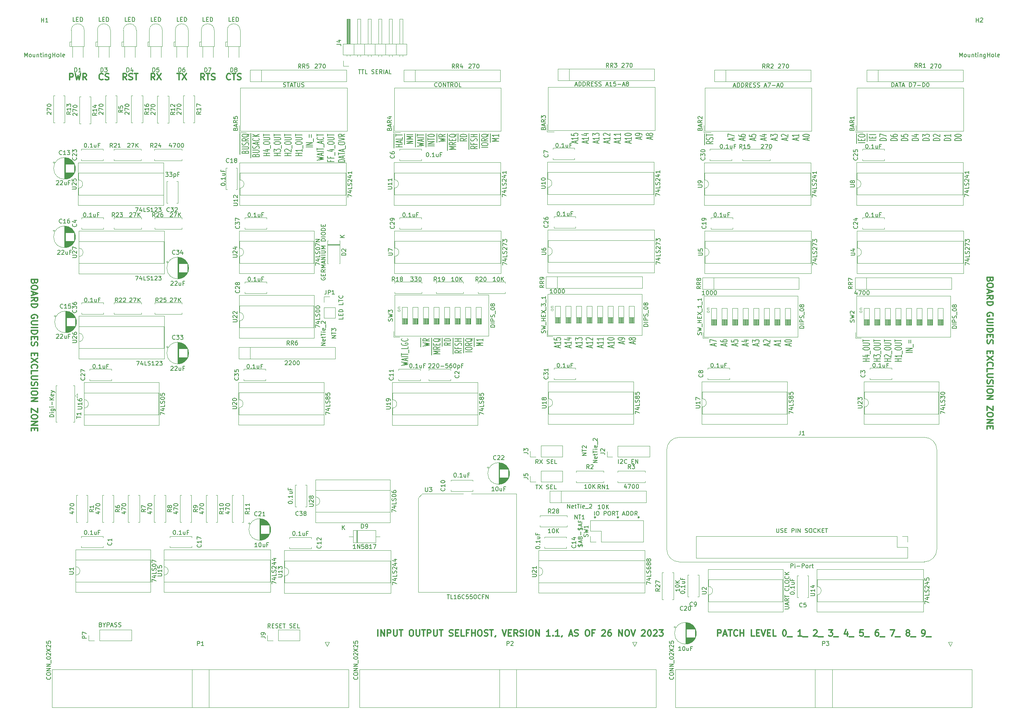
<source format=gbr>
%TF.GenerationSoftware,KiCad,Pcbnew,(6.0.11)*%
%TF.CreationDate,2024-03-10T14:23:24-04:00*%
%TF.ProjectId,input-output.SelfHost,696e7075-742d-46f7-9574-7075742e5365,rev?*%
%TF.SameCoordinates,Original*%
%TF.FileFunction,Legend,Top*%
%TF.FilePolarity,Positive*%
%FSLAX46Y46*%
G04 Gerber Fmt 4.6, Leading zero omitted, Abs format (unit mm)*
G04 Created by KiCad (PCBNEW (6.0.11)) date 2024-03-10 14:23:24*
%MOMM*%
%LPD*%
G01*
G04 APERTURE LIST*
%ADD10C,0.300000*%
%ADD11C,0.150000*%
%ADD12C,0.120000*%
G04 APERTURE END LIST*
D10*
X267607142Y-133285714D02*
X267535714Y-133500000D01*
X267464285Y-133571428D01*
X267321428Y-133642857D01*
X267107142Y-133642857D01*
X266964285Y-133571428D01*
X266892857Y-133500000D01*
X266821428Y-133357142D01*
X266821428Y-132785714D01*
X268321428Y-132785714D01*
X268321428Y-133285714D01*
X268250000Y-133428571D01*
X268178571Y-133500000D01*
X268035714Y-133571428D01*
X267892857Y-133571428D01*
X267750000Y-133500000D01*
X267678571Y-133428571D01*
X267607142Y-133285714D01*
X267607142Y-132785714D01*
X268321428Y-134571428D02*
X268321428Y-134857142D01*
X268250000Y-135000000D01*
X268107142Y-135142857D01*
X267821428Y-135214285D01*
X267321428Y-135214285D01*
X267035714Y-135142857D01*
X266892857Y-135000000D01*
X266821428Y-134857142D01*
X266821428Y-134571428D01*
X266892857Y-134428571D01*
X267035714Y-134285714D01*
X267321428Y-134214285D01*
X267821428Y-134214285D01*
X268107142Y-134285714D01*
X268250000Y-134428571D01*
X268321428Y-134571428D01*
X267250000Y-135785714D02*
X267250000Y-136500000D01*
X266821428Y-135642857D02*
X268321428Y-136142857D01*
X266821428Y-136642857D01*
X266821428Y-138000000D02*
X267535714Y-137500000D01*
X266821428Y-137142857D02*
X268321428Y-137142857D01*
X268321428Y-137714285D01*
X268250000Y-137857142D01*
X268178571Y-137928571D01*
X268035714Y-138000000D01*
X267821428Y-138000000D01*
X267678571Y-137928571D01*
X267607142Y-137857142D01*
X267535714Y-137714285D01*
X267535714Y-137142857D01*
X266821428Y-138642857D02*
X268321428Y-138642857D01*
X268321428Y-139000000D01*
X268250000Y-139214285D01*
X268107142Y-139357142D01*
X267964285Y-139428571D01*
X267678571Y-139500000D01*
X267464285Y-139500000D01*
X267178571Y-139428571D01*
X267035714Y-139357142D01*
X266892857Y-139214285D01*
X266821428Y-139000000D01*
X266821428Y-138642857D01*
X268250000Y-142071428D02*
X268321428Y-141928571D01*
X268321428Y-141714285D01*
X268250000Y-141500000D01*
X268107142Y-141357142D01*
X267964285Y-141285714D01*
X267678571Y-141214285D01*
X267464285Y-141214285D01*
X267178571Y-141285714D01*
X267035714Y-141357142D01*
X266892857Y-141500000D01*
X266821428Y-141714285D01*
X266821428Y-141857142D01*
X266892857Y-142071428D01*
X266964285Y-142142857D01*
X267464285Y-142142857D01*
X267464285Y-141857142D01*
X268321428Y-142785714D02*
X267107142Y-142785714D01*
X266964285Y-142857142D01*
X266892857Y-142928571D01*
X266821428Y-143071428D01*
X266821428Y-143357142D01*
X266892857Y-143500000D01*
X266964285Y-143571428D01*
X267107142Y-143642857D01*
X268321428Y-143642857D01*
X266821428Y-144357142D02*
X268321428Y-144357142D01*
X266821428Y-145071428D02*
X268321428Y-145071428D01*
X268321428Y-145428571D01*
X268250000Y-145642857D01*
X268107142Y-145785714D01*
X267964285Y-145857142D01*
X267678571Y-145928571D01*
X267464285Y-145928571D01*
X267178571Y-145857142D01*
X267035714Y-145785714D01*
X266892857Y-145642857D01*
X266821428Y-145428571D01*
X266821428Y-145071428D01*
X267607142Y-146571428D02*
X267607142Y-147071428D01*
X266821428Y-147285714D02*
X266821428Y-146571428D01*
X268321428Y-146571428D01*
X268321428Y-147285714D01*
X266892857Y-147857142D02*
X266821428Y-148071428D01*
X266821428Y-148428571D01*
X266892857Y-148571428D01*
X266964285Y-148642857D01*
X267107142Y-148714285D01*
X267250000Y-148714285D01*
X267392857Y-148642857D01*
X267464285Y-148571428D01*
X267535714Y-148428571D01*
X267607142Y-148142857D01*
X267678571Y-148000000D01*
X267750000Y-147928571D01*
X267892857Y-147857142D01*
X268035714Y-147857142D01*
X268178571Y-147928571D01*
X268250000Y-148000000D01*
X268321428Y-148142857D01*
X268321428Y-148500000D01*
X268250000Y-148714285D01*
X267607142Y-150500000D02*
X267607142Y-151000000D01*
X266821428Y-151214285D02*
X266821428Y-150500000D01*
X268321428Y-150500000D01*
X268321428Y-151214285D01*
X268321428Y-151714285D02*
X266821428Y-152714285D01*
X268321428Y-152714285D02*
X266821428Y-151714285D01*
X266964285Y-154142857D02*
X266892857Y-154071428D01*
X266821428Y-153857142D01*
X266821428Y-153714285D01*
X266892857Y-153500000D01*
X267035714Y-153357142D01*
X267178571Y-153285714D01*
X267464285Y-153214285D01*
X267678571Y-153214285D01*
X267964285Y-153285714D01*
X268107142Y-153357142D01*
X268250000Y-153500000D01*
X268321428Y-153714285D01*
X268321428Y-153857142D01*
X268250000Y-154071428D01*
X268178571Y-154142857D01*
X266821428Y-155500000D02*
X266821428Y-154785714D01*
X268321428Y-154785714D01*
X268321428Y-156000000D02*
X267107142Y-156000000D01*
X266964285Y-156071428D01*
X266892857Y-156142857D01*
X266821428Y-156285714D01*
X266821428Y-156571428D01*
X266892857Y-156714285D01*
X266964285Y-156785714D01*
X267107142Y-156857142D01*
X268321428Y-156857142D01*
X266892857Y-157500000D02*
X266821428Y-157714285D01*
X266821428Y-158071428D01*
X266892857Y-158214285D01*
X266964285Y-158285714D01*
X267107142Y-158357142D01*
X267250000Y-158357142D01*
X267392857Y-158285714D01*
X267464285Y-158214285D01*
X267535714Y-158071428D01*
X267607142Y-157785714D01*
X267678571Y-157642857D01*
X267750000Y-157571428D01*
X267892857Y-157500000D01*
X268035714Y-157500000D01*
X268178571Y-157571428D01*
X268250000Y-157642857D01*
X268321428Y-157785714D01*
X268321428Y-158142857D01*
X268250000Y-158357142D01*
X266821428Y-159000000D02*
X268321428Y-159000000D01*
X268321428Y-160000000D02*
X268321428Y-160285714D01*
X268250000Y-160428571D01*
X268107142Y-160571428D01*
X267821428Y-160642857D01*
X267321428Y-160642857D01*
X267035714Y-160571428D01*
X266892857Y-160428571D01*
X266821428Y-160285714D01*
X266821428Y-160000000D01*
X266892857Y-159857142D01*
X267035714Y-159714285D01*
X267321428Y-159642857D01*
X267821428Y-159642857D01*
X268107142Y-159714285D01*
X268250000Y-159857142D01*
X268321428Y-160000000D01*
X266821428Y-161285714D02*
X268321428Y-161285714D01*
X266821428Y-162142857D01*
X268321428Y-162142857D01*
X268321428Y-163857142D02*
X268321428Y-164857142D01*
X266821428Y-163857142D01*
X266821428Y-164857142D01*
X268321428Y-165714285D02*
X268321428Y-166000000D01*
X268250000Y-166142857D01*
X268107142Y-166285714D01*
X267821428Y-166357142D01*
X267321428Y-166357142D01*
X267035714Y-166285714D01*
X266892857Y-166142857D01*
X266821428Y-166000000D01*
X266821428Y-165714285D01*
X266892857Y-165571428D01*
X267035714Y-165428571D01*
X267321428Y-165357142D01*
X267821428Y-165357142D01*
X268107142Y-165428571D01*
X268250000Y-165571428D01*
X268321428Y-165714285D01*
X266821428Y-167000000D02*
X268321428Y-167000000D01*
X266821428Y-167857142D01*
X268321428Y-167857142D01*
X267607142Y-168571428D02*
X267607142Y-169071428D01*
X266821428Y-169285714D02*
X266821428Y-168571428D01*
X268321428Y-168571428D01*
X268321428Y-169285714D01*
X37607142Y-133785714D02*
X37535714Y-134000000D01*
X37464285Y-134071428D01*
X37321428Y-134142857D01*
X37107142Y-134142857D01*
X36964285Y-134071428D01*
X36892857Y-134000000D01*
X36821428Y-133857142D01*
X36821428Y-133285714D01*
X38321428Y-133285714D01*
X38321428Y-133785714D01*
X38250000Y-133928571D01*
X38178571Y-134000000D01*
X38035714Y-134071428D01*
X37892857Y-134071428D01*
X37750000Y-134000000D01*
X37678571Y-133928571D01*
X37607142Y-133785714D01*
X37607142Y-133285714D01*
X38321428Y-135071428D02*
X38321428Y-135357142D01*
X38250000Y-135500000D01*
X38107142Y-135642857D01*
X37821428Y-135714285D01*
X37321428Y-135714285D01*
X37035714Y-135642857D01*
X36892857Y-135500000D01*
X36821428Y-135357142D01*
X36821428Y-135071428D01*
X36892857Y-134928571D01*
X37035714Y-134785714D01*
X37321428Y-134714285D01*
X37821428Y-134714285D01*
X38107142Y-134785714D01*
X38250000Y-134928571D01*
X38321428Y-135071428D01*
X37250000Y-136285714D02*
X37250000Y-137000000D01*
X36821428Y-136142857D02*
X38321428Y-136642857D01*
X36821428Y-137142857D01*
X36821428Y-138500000D02*
X37535714Y-138000000D01*
X36821428Y-137642857D02*
X38321428Y-137642857D01*
X38321428Y-138214285D01*
X38250000Y-138357142D01*
X38178571Y-138428571D01*
X38035714Y-138500000D01*
X37821428Y-138500000D01*
X37678571Y-138428571D01*
X37607142Y-138357142D01*
X37535714Y-138214285D01*
X37535714Y-137642857D01*
X36821428Y-139142857D02*
X38321428Y-139142857D01*
X38321428Y-139500000D01*
X38250000Y-139714285D01*
X38107142Y-139857142D01*
X37964285Y-139928571D01*
X37678571Y-140000000D01*
X37464285Y-140000000D01*
X37178571Y-139928571D01*
X37035714Y-139857142D01*
X36892857Y-139714285D01*
X36821428Y-139500000D01*
X36821428Y-139142857D01*
X38250000Y-142571428D02*
X38321428Y-142428571D01*
X38321428Y-142214285D01*
X38250000Y-142000000D01*
X38107142Y-141857142D01*
X37964285Y-141785714D01*
X37678571Y-141714285D01*
X37464285Y-141714285D01*
X37178571Y-141785714D01*
X37035714Y-141857142D01*
X36892857Y-142000000D01*
X36821428Y-142214285D01*
X36821428Y-142357142D01*
X36892857Y-142571428D01*
X36964285Y-142642857D01*
X37464285Y-142642857D01*
X37464285Y-142357142D01*
X38321428Y-143285714D02*
X37107142Y-143285714D01*
X36964285Y-143357142D01*
X36892857Y-143428571D01*
X36821428Y-143571428D01*
X36821428Y-143857142D01*
X36892857Y-144000000D01*
X36964285Y-144071428D01*
X37107142Y-144142857D01*
X38321428Y-144142857D01*
X36821428Y-144857142D02*
X38321428Y-144857142D01*
X36821428Y-145571428D02*
X38321428Y-145571428D01*
X38321428Y-145928571D01*
X38250000Y-146142857D01*
X38107142Y-146285714D01*
X37964285Y-146357142D01*
X37678571Y-146428571D01*
X37464285Y-146428571D01*
X37178571Y-146357142D01*
X37035714Y-146285714D01*
X36892857Y-146142857D01*
X36821428Y-145928571D01*
X36821428Y-145571428D01*
X37607142Y-147071428D02*
X37607142Y-147571428D01*
X36821428Y-147785714D02*
X36821428Y-147071428D01*
X38321428Y-147071428D01*
X38321428Y-147785714D01*
X36892857Y-148357142D02*
X36821428Y-148571428D01*
X36821428Y-148928571D01*
X36892857Y-149071428D01*
X36964285Y-149142857D01*
X37107142Y-149214285D01*
X37250000Y-149214285D01*
X37392857Y-149142857D01*
X37464285Y-149071428D01*
X37535714Y-148928571D01*
X37607142Y-148642857D01*
X37678571Y-148500000D01*
X37750000Y-148428571D01*
X37892857Y-148357142D01*
X38035714Y-148357142D01*
X38178571Y-148428571D01*
X38250000Y-148500000D01*
X38321428Y-148642857D01*
X38321428Y-149000000D01*
X38250000Y-149214285D01*
X37607142Y-151000000D02*
X37607142Y-151500000D01*
X36821428Y-151714285D02*
X36821428Y-151000000D01*
X38321428Y-151000000D01*
X38321428Y-151714285D01*
X38321428Y-152214285D02*
X36821428Y-153214285D01*
X38321428Y-153214285D02*
X36821428Y-152214285D01*
X36964285Y-154642857D02*
X36892857Y-154571428D01*
X36821428Y-154357142D01*
X36821428Y-154214285D01*
X36892857Y-154000000D01*
X37035714Y-153857142D01*
X37178571Y-153785714D01*
X37464285Y-153714285D01*
X37678571Y-153714285D01*
X37964285Y-153785714D01*
X38107142Y-153857142D01*
X38250000Y-154000000D01*
X38321428Y-154214285D01*
X38321428Y-154357142D01*
X38250000Y-154571428D01*
X38178571Y-154642857D01*
X36821428Y-156000000D02*
X36821428Y-155285714D01*
X38321428Y-155285714D01*
X38321428Y-156500000D02*
X37107142Y-156500000D01*
X36964285Y-156571428D01*
X36892857Y-156642857D01*
X36821428Y-156785714D01*
X36821428Y-157071428D01*
X36892857Y-157214285D01*
X36964285Y-157285714D01*
X37107142Y-157357142D01*
X38321428Y-157357142D01*
X36892857Y-158000000D02*
X36821428Y-158214285D01*
X36821428Y-158571428D01*
X36892857Y-158714285D01*
X36964285Y-158785714D01*
X37107142Y-158857142D01*
X37250000Y-158857142D01*
X37392857Y-158785714D01*
X37464285Y-158714285D01*
X37535714Y-158571428D01*
X37607142Y-158285714D01*
X37678571Y-158142857D01*
X37750000Y-158071428D01*
X37892857Y-158000000D01*
X38035714Y-158000000D01*
X38178571Y-158071428D01*
X38250000Y-158142857D01*
X38321428Y-158285714D01*
X38321428Y-158642857D01*
X38250000Y-158857142D01*
X36821428Y-159500000D02*
X38321428Y-159500000D01*
X38321428Y-160500000D02*
X38321428Y-160785714D01*
X38250000Y-160928571D01*
X38107142Y-161071428D01*
X37821428Y-161142857D01*
X37321428Y-161142857D01*
X37035714Y-161071428D01*
X36892857Y-160928571D01*
X36821428Y-160785714D01*
X36821428Y-160500000D01*
X36892857Y-160357142D01*
X37035714Y-160214285D01*
X37321428Y-160142857D01*
X37821428Y-160142857D01*
X38107142Y-160214285D01*
X38250000Y-160357142D01*
X38321428Y-160500000D01*
X36821428Y-161785714D02*
X38321428Y-161785714D01*
X36821428Y-162642857D01*
X38321428Y-162642857D01*
X38321428Y-164357142D02*
X38321428Y-165357142D01*
X36821428Y-164357142D01*
X36821428Y-165357142D01*
X38321428Y-166214285D02*
X38321428Y-166500000D01*
X38250000Y-166642857D01*
X38107142Y-166785714D01*
X37821428Y-166857142D01*
X37321428Y-166857142D01*
X37035714Y-166785714D01*
X36892857Y-166642857D01*
X36821428Y-166500000D01*
X36821428Y-166214285D01*
X36892857Y-166071428D01*
X37035714Y-165928571D01*
X37321428Y-165857142D01*
X37821428Y-165857142D01*
X38107142Y-165928571D01*
X38250000Y-166071428D01*
X38321428Y-166214285D01*
X36821428Y-167500000D02*
X38321428Y-167500000D01*
X36821428Y-168357142D01*
X38321428Y-168357142D01*
X37607142Y-169071428D02*
X37607142Y-169571428D01*
X36821428Y-169785714D02*
X36821428Y-169071428D01*
X38321428Y-169071428D01*
X38321428Y-169785714D01*
X78468571Y-85178571D02*
X77968571Y-84464285D01*
X77611428Y-85178571D02*
X77611428Y-83678571D01*
X78182857Y-83678571D01*
X78325714Y-83750000D01*
X78397142Y-83821428D01*
X78468571Y-83964285D01*
X78468571Y-84178571D01*
X78397142Y-84321428D01*
X78325714Y-84392857D01*
X78182857Y-84464285D01*
X77611428Y-84464285D01*
X78897142Y-83678571D02*
X79754285Y-83678571D01*
X79325714Y-85178571D02*
X79325714Y-83678571D01*
X80182857Y-85107142D02*
X80397142Y-85178571D01*
X80754285Y-85178571D01*
X80897142Y-85107142D01*
X80968571Y-85035714D01*
X81040000Y-84892857D01*
X81040000Y-84750000D01*
X80968571Y-84607142D01*
X80897142Y-84535714D01*
X80754285Y-84464285D01*
X80468571Y-84392857D01*
X80325714Y-84321428D01*
X80254285Y-84250000D01*
X80182857Y-84107142D01*
X80182857Y-83964285D01*
X80254285Y-83821428D01*
X80325714Y-83750000D01*
X80468571Y-83678571D01*
X80825714Y-83678571D01*
X81040000Y-83750000D01*
D11*
X198860000Y-100811785D02*
X198860000Y-99811785D01*
X200911809Y-100002261D02*
X200149904Y-100335595D01*
X200911809Y-100573690D02*
X199311809Y-100573690D01*
X199311809Y-100192738D01*
X199388000Y-100097500D01*
X199464190Y-100049880D01*
X199616571Y-100002261D01*
X199845142Y-100002261D01*
X199997523Y-100049880D01*
X200073714Y-100097500D01*
X200149904Y-100192738D01*
X200149904Y-100573690D01*
X198860000Y-99811785D02*
X198860000Y-98859404D01*
X200835619Y-99621309D02*
X200911809Y-99478452D01*
X200911809Y-99240357D01*
X200835619Y-99145119D01*
X200759428Y-99097500D01*
X200607047Y-99049880D01*
X200454666Y-99049880D01*
X200302285Y-99097500D01*
X200226095Y-99145119D01*
X200149904Y-99240357D01*
X200073714Y-99430833D01*
X199997523Y-99526071D01*
X199921333Y-99573690D01*
X199768952Y-99621309D01*
X199616571Y-99621309D01*
X199464190Y-99573690D01*
X199388000Y-99526071D01*
X199311809Y-99430833D01*
X199311809Y-99192738D01*
X199388000Y-99049880D01*
X198860000Y-98859404D02*
X198860000Y-98097500D01*
X199311809Y-98764166D02*
X199311809Y-98192738D01*
X200911809Y-98478452D02*
X199311809Y-98478452D01*
X205606666Y-99716547D02*
X205606666Y-99240357D01*
X206063809Y-99811785D02*
X204463809Y-99478452D01*
X206063809Y-99145119D01*
X204463809Y-98907023D02*
X204463809Y-98240357D01*
X206063809Y-98668928D01*
X208182666Y-99716547D02*
X208182666Y-99240357D01*
X208639809Y-99811785D02*
X207039809Y-99478452D01*
X208639809Y-99145119D01*
X207039809Y-98383214D02*
X207039809Y-98573690D01*
X207116000Y-98668928D01*
X207192190Y-98716547D01*
X207420761Y-98811785D01*
X207725523Y-98859404D01*
X208335047Y-98859404D01*
X208487428Y-98811785D01*
X208563619Y-98764166D01*
X208639809Y-98668928D01*
X208639809Y-98478452D01*
X208563619Y-98383214D01*
X208487428Y-98335595D01*
X208335047Y-98287976D01*
X207954095Y-98287976D01*
X207801714Y-98335595D01*
X207725523Y-98383214D01*
X207649333Y-98478452D01*
X207649333Y-98668928D01*
X207725523Y-98764166D01*
X207801714Y-98811785D01*
X207954095Y-98859404D01*
X210758666Y-99716547D02*
X210758666Y-99240357D01*
X211215809Y-99811785D02*
X209615809Y-99478452D01*
X211215809Y-99145119D01*
X209615809Y-98335595D02*
X209615809Y-98811785D01*
X210377714Y-98859404D01*
X210301523Y-98811785D01*
X210225333Y-98716547D01*
X210225333Y-98478452D01*
X210301523Y-98383214D01*
X210377714Y-98335595D01*
X210530095Y-98287976D01*
X210911047Y-98287976D01*
X211063428Y-98335595D01*
X211139619Y-98383214D01*
X211215809Y-98478452D01*
X211215809Y-98716547D01*
X211139619Y-98811785D01*
X211063428Y-98859404D01*
X213334666Y-99716547D02*
X213334666Y-99240357D01*
X213791809Y-99811785D02*
X212191809Y-99478452D01*
X213791809Y-99145119D01*
X212725142Y-98383214D02*
X213791809Y-98383214D01*
X212115619Y-98621309D02*
X213258476Y-98859404D01*
X213258476Y-98240357D01*
X215910666Y-99716547D02*
X215910666Y-99240357D01*
X216367809Y-99811785D02*
X214767809Y-99478452D01*
X216367809Y-99145119D01*
X214767809Y-98907023D02*
X214767809Y-98287976D01*
X215377333Y-98621309D01*
X215377333Y-98478452D01*
X215453523Y-98383214D01*
X215529714Y-98335595D01*
X215682095Y-98287976D01*
X216063047Y-98287976D01*
X216215428Y-98335595D01*
X216291619Y-98383214D01*
X216367809Y-98478452D01*
X216367809Y-98764166D01*
X216291619Y-98859404D01*
X216215428Y-98907023D01*
X218486666Y-99716547D02*
X218486666Y-99240357D01*
X218943809Y-99811785D02*
X217343809Y-99478452D01*
X218943809Y-99145119D01*
X217496190Y-98859404D02*
X217420000Y-98811785D01*
X217343809Y-98716547D01*
X217343809Y-98478452D01*
X217420000Y-98383214D01*
X217496190Y-98335595D01*
X217648571Y-98287976D01*
X217800952Y-98287976D01*
X218029523Y-98335595D01*
X218943809Y-98907023D01*
X218943809Y-98287976D01*
X221062666Y-99716547D02*
X221062666Y-99240357D01*
X221519809Y-99811785D02*
X219919809Y-99478452D01*
X221519809Y-99145119D01*
X221519809Y-98287976D02*
X221519809Y-98859404D01*
X221519809Y-98573690D02*
X219919809Y-98573690D01*
X220148380Y-98668928D01*
X220300761Y-98764166D01*
X220376952Y-98859404D01*
X223638666Y-99716547D02*
X223638666Y-99240357D01*
X224095809Y-99811785D02*
X222495809Y-99478452D01*
X224095809Y-99145119D01*
X222495809Y-98621309D02*
X222495809Y-98526071D01*
X222572000Y-98430833D01*
X222648190Y-98383214D01*
X222800571Y-98335595D01*
X223105333Y-98287976D01*
X223486285Y-98287976D01*
X223791047Y-98335595D01*
X223943428Y-98383214D01*
X224019619Y-98430833D01*
X224095809Y-98526071D01*
X224095809Y-98621309D01*
X224019619Y-98716547D01*
X223943428Y-98764166D01*
X223791047Y-98811785D01*
X223486285Y-98859404D01*
X223105333Y-98859404D01*
X222800571Y-98811785D01*
X222648190Y-98764166D01*
X222572000Y-98716547D01*
X222495809Y-98621309D01*
D10*
X54040000Y-85035714D02*
X53968571Y-85107142D01*
X53754285Y-85178571D01*
X53611428Y-85178571D01*
X53397142Y-85107142D01*
X53254285Y-84964285D01*
X53182857Y-84821428D01*
X53111428Y-84535714D01*
X53111428Y-84321428D01*
X53182857Y-84035714D01*
X53254285Y-83892857D01*
X53397142Y-83750000D01*
X53611428Y-83678571D01*
X53754285Y-83678571D01*
X53968571Y-83750000D01*
X54040000Y-83821428D01*
X54611428Y-85107142D02*
X54825714Y-85178571D01*
X55182857Y-85178571D01*
X55325714Y-85107142D01*
X55397142Y-85035714D01*
X55468571Y-84892857D01*
X55468571Y-84750000D01*
X55397142Y-84607142D01*
X55325714Y-84535714D01*
X55182857Y-84464285D01*
X54897142Y-84392857D01*
X54754285Y-84321428D01*
X54682857Y-84250000D01*
X54611428Y-84107142D01*
X54611428Y-83964285D01*
X54682857Y-83821428D01*
X54754285Y-83750000D01*
X54897142Y-83678571D01*
X55254285Y-83678571D01*
X55468571Y-83750000D01*
D11*
X163750666Y-149668928D02*
X163750666Y-149192738D01*
X164207809Y-149764166D02*
X162607809Y-149430833D01*
X164207809Y-149097500D01*
X164207809Y-148240357D02*
X164207809Y-148811785D01*
X164207809Y-148526071D02*
X162607809Y-148526071D01*
X162836380Y-148621309D01*
X162988761Y-148716547D01*
X163064952Y-148811785D01*
X162607809Y-147335595D02*
X162607809Y-147811785D01*
X163369714Y-147859404D01*
X163293523Y-147811785D01*
X163217333Y-147716547D01*
X163217333Y-147478452D01*
X163293523Y-147383214D01*
X163369714Y-147335595D01*
X163522095Y-147287976D01*
X163903047Y-147287976D01*
X164055428Y-147335595D01*
X164131619Y-147383214D01*
X164207809Y-147478452D01*
X164207809Y-147716547D01*
X164131619Y-147811785D01*
X164055428Y-147859404D01*
X166326666Y-149668928D02*
X166326666Y-149192738D01*
X166783809Y-149764166D02*
X165183809Y-149430833D01*
X166783809Y-149097500D01*
X166783809Y-148240357D02*
X166783809Y-148811785D01*
X166783809Y-148526071D02*
X165183809Y-148526071D01*
X165412380Y-148621309D01*
X165564761Y-148716547D01*
X165640952Y-148811785D01*
X165717142Y-147383214D02*
X166783809Y-147383214D01*
X165107619Y-147621309D02*
X166250476Y-147859404D01*
X166250476Y-147240357D01*
X168902666Y-149668928D02*
X168902666Y-149192738D01*
X169359809Y-149764166D02*
X167759809Y-149430833D01*
X169359809Y-149097500D01*
X169359809Y-148240357D02*
X169359809Y-148811785D01*
X169359809Y-148526071D02*
X167759809Y-148526071D01*
X167988380Y-148621309D01*
X168140761Y-148716547D01*
X168216952Y-148811785D01*
X167759809Y-147907023D02*
X167759809Y-147287976D01*
X168369333Y-147621309D01*
X168369333Y-147478452D01*
X168445523Y-147383214D01*
X168521714Y-147335595D01*
X168674095Y-147287976D01*
X169055047Y-147287976D01*
X169207428Y-147335595D01*
X169283619Y-147383214D01*
X169359809Y-147478452D01*
X169359809Y-147764166D01*
X169283619Y-147859404D01*
X169207428Y-147907023D01*
X171478666Y-149668928D02*
X171478666Y-149192738D01*
X171935809Y-149764166D02*
X170335809Y-149430833D01*
X171935809Y-149097500D01*
X171935809Y-148240357D02*
X171935809Y-148811785D01*
X171935809Y-148526071D02*
X170335809Y-148526071D01*
X170564380Y-148621309D01*
X170716761Y-148716547D01*
X170792952Y-148811785D01*
X170488190Y-147859404D02*
X170412000Y-147811785D01*
X170335809Y-147716547D01*
X170335809Y-147478452D01*
X170412000Y-147383214D01*
X170488190Y-147335595D01*
X170640571Y-147287976D01*
X170792952Y-147287976D01*
X171021523Y-147335595D01*
X171935809Y-147907023D01*
X171935809Y-147287976D01*
X174054666Y-149668928D02*
X174054666Y-149192738D01*
X174511809Y-149764166D02*
X172911809Y-149430833D01*
X174511809Y-149097500D01*
X174511809Y-148240357D02*
X174511809Y-148811785D01*
X174511809Y-148526071D02*
X172911809Y-148526071D01*
X173140380Y-148621309D01*
X173292761Y-148716547D01*
X173368952Y-148811785D01*
X174511809Y-147287976D02*
X174511809Y-147859404D01*
X174511809Y-147573690D02*
X172911809Y-147573690D01*
X173140380Y-147668928D01*
X173292761Y-147764166D01*
X173368952Y-147859404D01*
X176630666Y-149668928D02*
X176630666Y-149192738D01*
X177087809Y-149764166D02*
X175487809Y-149430833D01*
X177087809Y-149097500D01*
X177087809Y-148240357D02*
X177087809Y-148811785D01*
X177087809Y-148526071D02*
X175487809Y-148526071D01*
X175716380Y-148621309D01*
X175868761Y-148716547D01*
X175944952Y-148811785D01*
X175487809Y-147621309D02*
X175487809Y-147526071D01*
X175564000Y-147430833D01*
X175640190Y-147383214D01*
X175792571Y-147335595D01*
X176097333Y-147287976D01*
X176478285Y-147287976D01*
X176783047Y-147335595D01*
X176935428Y-147383214D01*
X177011619Y-147430833D01*
X177087809Y-147526071D01*
X177087809Y-147621309D01*
X177011619Y-147716547D01*
X176935428Y-147764166D01*
X176783047Y-147811785D01*
X176478285Y-147859404D01*
X176097333Y-147859404D01*
X175792571Y-147811785D01*
X175640190Y-147764166D01*
X175564000Y-147716547D01*
X175487809Y-147621309D01*
X179206666Y-148716547D02*
X179206666Y-148240357D01*
X179663809Y-148811785D02*
X178063809Y-148478452D01*
X179663809Y-148145119D01*
X179663809Y-147764166D02*
X179663809Y-147573690D01*
X179587619Y-147478452D01*
X179511428Y-147430833D01*
X179282857Y-147335595D01*
X178978095Y-147287976D01*
X178368571Y-147287976D01*
X178216190Y-147335595D01*
X178140000Y-147383214D01*
X178063809Y-147478452D01*
X178063809Y-147668928D01*
X178140000Y-147764166D01*
X178216190Y-147811785D01*
X178368571Y-147859404D01*
X178749523Y-147859404D01*
X178901904Y-147811785D01*
X178978095Y-147764166D01*
X179054285Y-147668928D01*
X179054285Y-147478452D01*
X178978095Y-147383214D01*
X178901904Y-147335595D01*
X178749523Y-147287976D01*
X181782666Y-148716547D02*
X181782666Y-148240357D01*
X182239809Y-148811785D02*
X180639809Y-148478452D01*
X182239809Y-148145119D01*
X181325523Y-147668928D02*
X181249333Y-147764166D01*
X181173142Y-147811785D01*
X181020761Y-147859404D01*
X180944571Y-147859404D01*
X180792190Y-147811785D01*
X180716000Y-147764166D01*
X180639809Y-147668928D01*
X180639809Y-147478452D01*
X180716000Y-147383214D01*
X180792190Y-147335595D01*
X180944571Y-147287976D01*
X181020761Y-147287976D01*
X181173142Y-147335595D01*
X181249333Y-147383214D01*
X181325523Y-147478452D01*
X181325523Y-147668928D01*
X181401714Y-147764166D01*
X181477904Y-147811785D01*
X181630285Y-147859404D01*
X181935047Y-147859404D01*
X182087428Y-147811785D01*
X182163619Y-147764166D01*
X182239809Y-147668928D01*
X182239809Y-147478452D01*
X182163619Y-147383214D01*
X182087428Y-147335595D01*
X181935047Y-147287976D01*
X181630285Y-147287976D01*
X181477904Y-147335595D01*
X181401714Y-147383214D01*
X181325523Y-147478452D01*
D10*
X66540000Y-85178571D02*
X66040000Y-84464285D01*
X65682857Y-85178571D02*
X65682857Y-83678571D01*
X66254285Y-83678571D01*
X66397142Y-83750000D01*
X66468571Y-83821428D01*
X66540000Y-83964285D01*
X66540000Y-84178571D01*
X66468571Y-84321428D01*
X66397142Y-84392857D01*
X66254285Y-84464285D01*
X65682857Y-84464285D01*
X67040000Y-83678571D02*
X68040000Y-85178571D01*
X68040000Y-83678571D02*
X67040000Y-85178571D01*
X71897142Y-83678571D02*
X72754285Y-83678571D01*
X72325714Y-85178571D02*
X72325714Y-83678571D01*
X73111428Y-83678571D02*
X74111428Y-85178571D01*
X74111428Y-83678571D02*
X73111428Y-85178571D01*
D11*
X172475000Y-190352380D02*
X172475000Y-190590476D01*
X172236904Y-190495238D02*
X172475000Y-190590476D01*
X172713095Y-190495238D01*
X172332142Y-190780952D02*
X172475000Y-190590476D01*
X172617857Y-190780952D01*
D10*
X120214285Y-219178571D02*
X120214285Y-217678571D01*
X120928571Y-219178571D02*
X120928571Y-217678571D01*
X121785714Y-219178571D01*
X121785714Y-217678571D01*
X122500000Y-219178571D02*
X122500000Y-217678571D01*
X123071428Y-217678571D01*
X123214285Y-217750000D01*
X123285714Y-217821428D01*
X123357142Y-217964285D01*
X123357142Y-218178571D01*
X123285714Y-218321428D01*
X123214285Y-218392857D01*
X123071428Y-218464285D01*
X122500000Y-218464285D01*
X124000000Y-217678571D02*
X124000000Y-218892857D01*
X124071428Y-219035714D01*
X124142857Y-219107142D01*
X124285714Y-219178571D01*
X124571428Y-219178571D01*
X124714285Y-219107142D01*
X124785714Y-219035714D01*
X124857142Y-218892857D01*
X124857142Y-217678571D01*
X125357142Y-217678571D02*
X126214285Y-217678571D01*
X125785714Y-219178571D02*
X125785714Y-217678571D01*
X128142857Y-217678571D02*
X128428571Y-217678571D01*
X128571428Y-217750000D01*
X128714285Y-217892857D01*
X128785714Y-218178571D01*
X128785714Y-218678571D01*
X128714285Y-218964285D01*
X128571428Y-219107142D01*
X128428571Y-219178571D01*
X128142857Y-219178571D01*
X128000000Y-219107142D01*
X127857142Y-218964285D01*
X127785714Y-218678571D01*
X127785714Y-218178571D01*
X127857142Y-217892857D01*
X128000000Y-217750000D01*
X128142857Y-217678571D01*
X129428571Y-217678571D02*
X129428571Y-218892857D01*
X129500000Y-219035714D01*
X129571428Y-219107142D01*
X129714285Y-219178571D01*
X130000000Y-219178571D01*
X130142857Y-219107142D01*
X130214285Y-219035714D01*
X130285714Y-218892857D01*
X130285714Y-217678571D01*
X130785714Y-217678571D02*
X131642857Y-217678571D01*
X131214285Y-219178571D02*
X131214285Y-217678571D01*
X132142857Y-219178571D02*
X132142857Y-217678571D01*
X132714285Y-217678571D01*
X132857142Y-217750000D01*
X132928571Y-217821428D01*
X133000000Y-217964285D01*
X133000000Y-218178571D01*
X132928571Y-218321428D01*
X132857142Y-218392857D01*
X132714285Y-218464285D01*
X132142857Y-218464285D01*
X133642857Y-217678571D02*
X133642857Y-218892857D01*
X133714285Y-219035714D01*
X133785714Y-219107142D01*
X133928571Y-219178571D01*
X134214285Y-219178571D01*
X134357142Y-219107142D01*
X134428571Y-219035714D01*
X134500000Y-218892857D01*
X134500000Y-217678571D01*
X135000000Y-217678571D02*
X135857142Y-217678571D01*
X135428571Y-219178571D02*
X135428571Y-217678571D01*
X137428571Y-219107142D02*
X137642857Y-219178571D01*
X138000000Y-219178571D01*
X138142857Y-219107142D01*
X138214285Y-219035714D01*
X138285714Y-218892857D01*
X138285714Y-218750000D01*
X138214285Y-218607142D01*
X138142857Y-218535714D01*
X138000000Y-218464285D01*
X137714285Y-218392857D01*
X137571428Y-218321428D01*
X137500000Y-218250000D01*
X137428571Y-218107142D01*
X137428571Y-217964285D01*
X137500000Y-217821428D01*
X137571428Y-217750000D01*
X137714285Y-217678571D01*
X138071428Y-217678571D01*
X138285714Y-217750000D01*
X138928571Y-218392857D02*
X139428571Y-218392857D01*
X139642857Y-219178571D02*
X138928571Y-219178571D01*
X138928571Y-217678571D01*
X139642857Y-217678571D01*
X141000000Y-219178571D02*
X140285714Y-219178571D01*
X140285714Y-217678571D01*
X142000000Y-218392857D02*
X141500000Y-218392857D01*
X141500000Y-219178571D02*
X141500000Y-217678571D01*
X142214285Y-217678571D01*
X142785714Y-219178571D02*
X142785714Y-217678571D01*
X142785714Y-218392857D02*
X143642857Y-218392857D01*
X143642857Y-219178571D02*
X143642857Y-217678571D01*
X144642857Y-217678571D02*
X144928571Y-217678571D01*
X145071428Y-217750000D01*
X145214285Y-217892857D01*
X145285714Y-218178571D01*
X145285714Y-218678571D01*
X145214285Y-218964285D01*
X145071428Y-219107142D01*
X144928571Y-219178571D01*
X144642857Y-219178571D01*
X144500000Y-219107142D01*
X144357142Y-218964285D01*
X144285714Y-218678571D01*
X144285714Y-218178571D01*
X144357142Y-217892857D01*
X144500000Y-217750000D01*
X144642857Y-217678571D01*
X145857142Y-219107142D02*
X146071428Y-219178571D01*
X146428571Y-219178571D01*
X146571428Y-219107142D01*
X146642857Y-219035714D01*
X146714285Y-218892857D01*
X146714285Y-218750000D01*
X146642857Y-218607142D01*
X146571428Y-218535714D01*
X146428571Y-218464285D01*
X146142857Y-218392857D01*
X146000000Y-218321428D01*
X145928571Y-218250000D01*
X145857142Y-218107142D01*
X145857142Y-217964285D01*
X145928571Y-217821428D01*
X146000000Y-217750000D01*
X146142857Y-217678571D01*
X146500000Y-217678571D01*
X146714285Y-217750000D01*
X147142857Y-217678571D02*
X148000000Y-217678571D01*
X147571428Y-219178571D02*
X147571428Y-217678571D01*
X148571428Y-219107142D02*
X148571428Y-219178571D01*
X148500000Y-219321428D01*
X148428571Y-219392857D01*
X150142857Y-217678571D02*
X150642857Y-219178571D01*
X151142857Y-217678571D01*
X151642857Y-218392857D02*
X152142857Y-218392857D01*
X152357142Y-219178571D02*
X151642857Y-219178571D01*
X151642857Y-217678571D01*
X152357142Y-217678571D01*
X153857142Y-219178571D02*
X153357142Y-218464285D01*
X153000000Y-219178571D02*
X153000000Y-217678571D01*
X153571428Y-217678571D01*
X153714285Y-217750000D01*
X153785714Y-217821428D01*
X153857142Y-217964285D01*
X153857142Y-218178571D01*
X153785714Y-218321428D01*
X153714285Y-218392857D01*
X153571428Y-218464285D01*
X153000000Y-218464285D01*
X154428571Y-219107142D02*
X154642857Y-219178571D01*
X155000000Y-219178571D01*
X155142857Y-219107142D01*
X155214285Y-219035714D01*
X155285714Y-218892857D01*
X155285714Y-218750000D01*
X155214285Y-218607142D01*
X155142857Y-218535714D01*
X155000000Y-218464285D01*
X154714285Y-218392857D01*
X154571428Y-218321428D01*
X154500000Y-218250000D01*
X154428571Y-218107142D01*
X154428571Y-217964285D01*
X154500000Y-217821428D01*
X154571428Y-217750000D01*
X154714285Y-217678571D01*
X155071428Y-217678571D01*
X155285714Y-217750000D01*
X155928571Y-219178571D02*
X155928571Y-217678571D01*
X156928571Y-217678571D02*
X157214285Y-217678571D01*
X157357142Y-217750000D01*
X157500000Y-217892857D01*
X157571428Y-218178571D01*
X157571428Y-218678571D01*
X157500000Y-218964285D01*
X157357142Y-219107142D01*
X157214285Y-219178571D01*
X156928571Y-219178571D01*
X156785714Y-219107142D01*
X156642857Y-218964285D01*
X156571428Y-218678571D01*
X156571428Y-218178571D01*
X156642857Y-217892857D01*
X156785714Y-217750000D01*
X156928571Y-217678571D01*
X158214285Y-219178571D02*
X158214285Y-217678571D01*
X159071428Y-219178571D01*
X159071428Y-217678571D01*
X161714285Y-219178571D02*
X160857142Y-219178571D01*
X161285714Y-219178571D02*
X161285714Y-217678571D01*
X161142857Y-217892857D01*
X161000000Y-218035714D01*
X160857142Y-218107142D01*
X162357142Y-219035714D02*
X162428571Y-219107142D01*
X162357142Y-219178571D01*
X162285714Y-219107142D01*
X162357142Y-219035714D01*
X162357142Y-219178571D01*
X163857142Y-219178571D02*
X163000000Y-219178571D01*
X163428571Y-219178571D02*
X163428571Y-217678571D01*
X163285714Y-217892857D01*
X163142857Y-218035714D01*
X163000000Y-218107142D01*
X164571428Y-219107142D02*
X164571428Y-219178571D01*
X164500000Y-219321428D01*
X164428571Y-219392857D01*
X166285714Y-218750000D02*
X167000000Y-218750000D01*
X166142857Y-219178571D02*
X166642857Y-217678571D01*
X167142857Y-219178571D01*
X167571428Y-219107142D02*
X167785714Y-219178571D01*
X168142857Y-219178571D01*
X168285714Y-219107142D01*
X168357142Y-219035714D01*
X168428571Y-218892857D01*
X168428571Y-218750000D01*
X168357142Y-218607142D01*
X168285714Y-218535714D01*
X168142857Y-218464285D01*
X167857142Y-218392857D01*
X167714285Y-218321428D01*
X167642857Y-218250000D01*
X167571428Y-218107142D01*
X167571428Y-217964285D01*
X167642857Y-217821428D01*
X167714285Y-217750000D01*
X167857142Y-217678571D01*
X168214285Y-217678571D01*
X168428571Y-217750000D01*
X170500000Y-217678571D02*
X170785714Y-217678571D01*
X170928571Y-217750000D01*
X171071428Y-217892857D01*
X171142857Y-218178571D01*
X171142857Y-218678571D01*
X171071428Y-218964285D01*
X170928571Y-219107142D01*
X170785714Y-219178571D01*
X170500000Y-219178571D01*
X170357142Y-219107142D01*
X170214285Y-218964285D01*
X170142857Y-218678571D01*
X170142857Y-218178571D01*
X170214285Y-217892857D01*
X170357142Y-217750000D01*
X170500000Y-217678571D01*
X172285714Y-218392857D02*
X171785714Y-218392857D01*
X171785714Y-219178571D02*
X171785714Y-217678571D01*
X172500000Y-217678571D01*
X174142857Y-217821428D02*
X174214285Y-217750000D01*
X174357142Y-217678571D01*
X174714285Y-217678571D01*
X174857142Y-217750000D01*
X174928571Y-217821428D01*
X175000000Y-217964285D01*
X175000000Y-218107142D01*
X174928571Y-218321428D01*
X174071428Y-219178571D01*
X175000000Y-219178571D01*
X176285714Y-217678571D02*
X176000000Y-217678571D01*
X175857142Y-217750000D01*
X175785714Y-217821428D01*
X175642857Y-218035714D01*
X175571428Y-218321428D01*
X175571428Y-218892857D01*
X175642857Y-219035714D01*
X175714285Y-219107142D01*
X175857142Y-219178571D01*
X176142857Y-219178571D01*
X176285714Y-219107142D01*
X176357142Y-219035714D01*
X176428571Y-218892857D01*
X176428571Y-218535714D01*
X176357142Y-218392857D01*
X176285714Y-218321428D01*
X176142857Y-218250000D01*
X175857142Y-218250000D01*
X175714285Y-218321428D01*
X175642857Y-218392857D01*
X175571428Y-218535714D01*
X178214285Y-219178571D02*
X178214285Y-217678571D01*
X179071428Y-219178571D01*
X179071428Y-217678571D01*
X180071428Y-217678571D02*
X180357142Y-217678571D01*
X180500000Y-217750000D01*
X180642857Y-217892857D01*
X180714285Y-218178571D01*
X180714285Y-218678571D01*
X180642857Y-218964285D01*
X180500000Y-219107142D01*
X180357142Y-219178571D01*
X180071428Y-219178571D01*
X179928571Y-219107142D01*
X179785714Y-218964285D01*
X179714285Y-218678571D01*
X179714285Y-218178571D01*
X179785714Y-217892857D01*
X179928571Y-217750000D01*
X180071428Y-217678571D01*
X181142857Y-217678571D02*
X181642857Y-219178571D01*
X182142857Y-217678571D01*
X183714285Y-217821428D02*
X183785714Y-217750000D01*
X183928571Y-217678571D01*
X184285714Y-217678571D01*
X184428571Y-217750000D01*
X184500000Y-217821428D01*
X184571428Y-217964285D01*
X184571428Y-218107142D01*
X184500000Y-218321428D01*
X183642857Y-219178571D01*
X184571428Y-219178571D01*
X185500000Y-217678571D02*
X185642857Y-217678571D01*
X185785714Y-217750000D01*
X185857142Y-217821428D01*
X185928571Y-217964285D01*
X186000000Y-218250000D01*
X186000000Y-218607142D01*
X185928571Y-218892857D01*
X185857142Y-219035714D01*
X185785714Y-219107142D01*
X185642857Y-219178571D01*
X185500000Y-219178571D01*
X185357142Y-219107142D01*
X185285714Y-219035714D01*
X185214285Y-218892857D01*
X185142857Y-218607142D01*
X185142857Y-218250000D01*
X185214285Y-217964285D01*
X185285714Y-217821428D01*
X185357142Y-217750000D01*
X185500000Y-217678571D01*
X186571428Y-217821428D02*
X186642857Y-217750000D01*
X186785714Y-217678571D01*
X187142857Y-217678571D01*
X187285714Y-217750000D01*
X187357142Y-217821428D01*
X187428571Y-217964285D01*
X187428571Y-218107142D01*
X187357142Y-218321428D01*
X186500000Y-219178571D01*
X187428571Y-219178571D01*
X187928571Y-217678571D02*
X188857142Y-217678571D01*
X188357142Y-218250000D01*
X188571428Y-218250000D01*
X188714285Y-218321428D01*
X188785714Y-218392857D01*
X188857142Y-218535714D01*
X188857142Y-218892857D01*
X188785714Y-219035714D01*
X188714285Y-219107142D01*
X188571428Y-219178571D01*
X188142857Y-219178571D01*
X188000000Y-219107142D01*
X187928571Y-219035714D01*
D11*
X167884166Y-100418928D02*
X167884166Y-99942738D01*
X168341309Y-100514166D02*
X166741309Y-100180833D01*
X168341309Y-99847500D01*
X168341309Y-98990357D02*
X168341309Y-99561785D01*
X168341309Y-99276071D02*
X166741309Y-99276071D01*
X166969880Y-99371309D01*
X167122261Y-99466547D01*
X167198452Y-99561785D01*
X166741309Y-98085595D02*
X166741309Y-98561785D01*
X167503214Y-98609404D01*
X167427023Y-98561785D01*
X167350833Y-98466547D01*
X167350833Y-98228452D01*
X167427023Y-98133214D01*
X167503214Y-98085595D01*
X167655595Y-98037976D01*
X168036547Y-98037976D01*
X168188928Y-98085595D01*
X168265119Y-98133214D01*
X168341309Y-98228452D01*
X168341309Y-98466547D01*
X168265119Y-98561785D01*
X168188928Y-98609404D01*
X170460166Y-100418928D02*
X170460166Y-99942738D01*
X170917309Y-100514166D02*
X169317309Y-100180833D01*
X170917309Y-99847500D01*
X170917309Y-98990357D02*
X170917309Y-99561785D01*
X170917309Y-99276071D02*
X169317309Y-99276071D01*
X169545880Y-99371309D01*
X169698261Y-99466547D01*
X169774452Y-99561785D01*
X169850642Y-98133214D02*
X170917309Y-98133214D01*
X169241119Y-98371309D02*
X170383976Y-98609404D01*
X170383976Y-97990357D01*
X173036166Y-100418928D02*
X173036166Y-99942738D01*
X173493309Y-100514166D02*
X171893309Y-100180833D01*
X173493309Y-99847500D01*
X173493309Y-98990357D02*
X173493309Y-99561785D01*
X173493309Y-99276071D02*
X171893309Y-99276071D01*
X172121880Y-99371309D01*
X172274261Y-99466547D01*
X172350452Y-99561785D01*
X171893309Y-98657023D02*
X171893309Y-98037976D01*
X172502833Y-98371309D01*
X172502833Y-98228452D01*
X172579023Y-98133214D01*
X172655214Y-98085595D01*
X172807595Y-98037976D01*
X173188547Y-98037976D01*
X173340928Y-98085595D01*
X173417119Y-98133214D01*
X173493309Y-98228452D01*
X173493309Y-98514166D01*
X173417119Y-98609404D01*
X173340928Y-98657023D01*
X175612166Y-100418928D02*
X175612166Y-99942738D01*
X176069309Y-100514166D02*
X174469309Y-100180833D01*
X176069309Y-99847500D01*
X176069309Y-98990357D02*
X176069309Y-99561785D01*
X176069309Y-99276071D02*
X174469309Y-99276071D01*
X174697880Y-99371309D01*
X174850261Y-99466547D01*
X174926452Y-99561785D01*
X174621690Y-98609404D02*
X174545500Y-98561785D01*
X174469309Y-98466547D01*
X174469309Y-98228452D01*
X174545500Y-98133214D01*
X174621690Y-98085595D01*
X174774071Y-98037976D01*
X174926452Y-98037976D01*
X175155023Y-98085595D01*
X176069309Y-98657023D01*
X176069309Y-98037976D01*
X178188166Y-100418928D02*
X178188166Y-99942738D01*
X178645309Y-100514166D02*
X177045309Y-100180833D01*
X178645309Y-99847500D01*
X178645309Y-98990357D02*
X178645309Y-99561785D01*
X178645309Y-99276071D02*
X177045309Y-99276071D01*
X177273880Y-99371309D01*
X177426261Y-99466547D01*
X177502452Y-99561785D01*
X178645309Y-98037976D02*
X178645309Y-98609404D01*
X178645309Y-98323690D02*
X177045309Y-98323690D01*
X177273880Y-98418928D01*
X177426261Y-98514166D01*
X177502452Y-98609404D01*
X180764166Y-100418928D02*
X180764166Y-99942738D01*
X181221309Y-100514166D02*
X179621309Y-100180833D01*
X181221309Y-99847500D01*
X181221309Y-98990357D02*
X181221309Y-99561785D01*
X181221309Y-99276071D02*
X179621309Y-99276071D01*
X179849880Y-99371309D01*
X180002261Y-99466547D01*
X180078452Y-99561785D01*
X179621309Y-98371309D02*
X179621309Y-98276071D01*
X179697500Y-98180833D01*
X179773690Y-98133214D01*
X179926071Y-98085595D01*
X180230833Y-98037976D01*
X180611785Y-98037976D01*
X180916547Y-98085595D01*
X181068928Y-98133214D01*
X181145119Y-98180833D01*
X181221309Y-98276071D01*
X181221309Y-98371309D01*
X181145119Y-98466547D01*
X181068928Y-98514166D01*
X180916547Y-98561785D01*
X180611785Y-98609404D01*
X180230833Y-98609404D01*
X179926071Y-98561785D01*
X179773690Y-98514166D01*
X179697500Y-98466547D01*
X179621309Y-98371309D01*
X183340166Y-99466547D02*
X183340166Y-98990357D01*
X183797309Y-99561785D02*
X182197309Y-99228452D01*
X183797309Y-98895119D01*
X183797309Y-98514166D02*
X183797309Y-98323690D01*
X183721119Y-98228452D01*
X183644928Y-98180833D01*
X183416357Y-98085595D01*
X183111595Y-98037976D01*
X182502071Y-98037976D01*
X182349690Y-98085595D01*
X182273500Y-98133214D01*
X182197309Y-98228452D01*
X182197309Y-98418928D01*
X182273500Y-98514166D01*
X182349690Y-98561785D01*
X182502071Y-98609404D01*
X182883023Y-98609404D01*
X183035404Y-98561785D01*
X183111595Y-98514166D01*
X183187785Y-98418928D01*
X183187785Y-98228452D01*
X183111595Y-98133214D01*
X183035404Y-98085595D01*
X182883023Y-98037976D01*
X185916166Y-99466547D02*
X185916166Y-98990357D01*
X186373309Y-99561785D02*
X184773309Y-99228452D01*
X186373309Y-98895119D01*
X185459023Y-98418928D02*
X185382833Y-98514166D01*
X185306642Y-98561785D01*
X185154261Y-98609404D01*
X185078071Y-98609404D01*
X184925690Y-98561785D01*
X184849500Y-98514166D01*
X184773309Y-98418928D01*
X184773309Y-98228452D01*
X184849500Y-98133214D01*
X184925690Y-98085595D01*
X185078071Y-98037976D01*
X185154261Y-98037976D01*
X185306642Y-98085595D01*
X185382833Y-98133214D01*
X185459023Y-98228452D01*
X185459023Y-98418928D01*
X185535214Y-98514166D01*
X185611404Y-98561785D01*
X185763785Y-98609404D01*
X186068547Y-98609404D01*
X186220928Y-98561785D01*
X186297119Y-98514166D01*
X186373309Y-98418928D01*
X186373309Y-98228452D01*
X186297119Y-98133214D01*
X186220928Y-98085595D01*
X186068547Y-98037976D01*
X185763785Y-98037976D01*
X185611404Y-98085595D01*
X185535214Y-98133214D01*
X185459023Y-98228452D01*
D10*
X84718571Y-85035714D02*
X84647142Y-85107142D01*
X84432857Y-85178571D01*
X84290000Y-85178571D01*
X84075714Y-85107142D01*
X83932857Y-84964285D01*
X83861428Y-84821428D01*
X83790000Y-84535714D01*
X83790000Y-84321428D01*
X83861428Y-84035714D01*
X83932857Y-83892857D01*
X84075714Y-83750000D01*
X84290000Y-83678571D01*
X84432857Y-83678571D01*
X84647142Y-83750000D01*
X84718571Y-83821428D01*
X85147142Y-83678571D02*
X86004285Y-83678571D01*
X85575714Y-85178571D02*
X85575714Y-83678571D01*
X86432857Y-85107142D02*
X86647142Y-85178571D01*
X87004285Y-85178571D01*
X87147142Y-85107142D01*
X87218571Y-85035714D01*
X87290000Y-84892857D01*
X87290000Y-84750000D01*
X87218571Y-84607142D01*
X87147142Y-84535714D01*
X87004285Y-84464285D01*
X86718571Y-84392857D01*
X86575714Y-84321428D01*
X86504285Y-84250000D01*
X86432857Y-84107142D01*
X86432857Y-83964285D01*
X86504285Y-83821428D01*
X86575714Y-83750000D01*
X86718571Y-83678571D01*
X87075714Y-83678571D01*
X87290000Y-83750000D01*
D11*
X177975000Y-190352380D02*
X177975000Y-190590476D01*
X177736904Y-190495238D02*
X177975000Y-190590476D01*
X178213095Y-190495238D01*
X177832142Y-190780952D02*
X177975000Y-190590476D01*
X178117857Y-190780952D01*
X235437500Y-100526071D02*
X235437500Y-100049880D01*
X237489309Y-100287976D02*
X235889309Y-100287976D01*
X235437500Y-100049880D02*
X235437500Y-99145119D01*
X236651214Y-99811785D02*
X236651214Y-99478452D01*
X237489309Y-99335595D02*
X237489309Y-99811785D01*
X235889309Y-99811785D01*
X235889309Y-99335595D01*
X235437500Y-99145119D02*
X235437500Y-98097500D01*
X235889309Y-98716547D02*
X235889309Y-98526071D01*
X235965500Y-98430833D01*
X236117880Y-98335595D01*
X236422642Y-98287976D01*
X236955976Y-98287976D01*
X237260738Y-98335595D01*
X237413119Y-98430833D01*
X237489309Y-98526071D01*
X237489309Y-98716547D01*
X237413119Y-98811785D01*
X237260738Y-98907023D01*
X236955976Y-98954642D01*
X236422642Y-98954642D01*
X236117880Y-98907023D01*
X235965500Y-98811785D01*
X235889309Y-98716547D01*
X238013500Y-99954642D02*
X238013500Y-99478452D01*
X240065309Y-99716547D02*
X238465309Y-99716547D01*
X238013500Y-99478452D02*
X238013500Y-98573690D01*
X239227214Y-99240357D02*
X239227214Y-98907023D01*
X240065309Y-98764166D02*
X240065309Y-99240357D01*
X238465309Y-99240357D01*
X238465309Y-98764166D01*
X238013500Y-98573690D02*
X238013500Y-98097500D01*
X240065309Y-98335595D02*
X238465309Y-98335595D01*
X242641309Y-99811785D02*
X241041309Y-99811785D01*
X241041309Y-99573690D01*
X241117500Y-99430833D01*
X241269880Y-99335595D01*
X241422261Y-99287976D01*
X241727023Y-99240357D01*
X241955595Y-99240357D01*
X242260357Y-99287976D01*
X242412738Y-99335595D01*
X242565119Y-99430833D01*
X242641309Y-99573690D01*
X242641309Y-99811785D01*
X241041309Y-98907023D02*
X241041309Y-98240357D01*
X242641309Y-98668928D01*
X245217309Y-99811785D02*
X243617309Y-99811785D01*
X243617309Y-99573690D01*
X243693500Y-99430833D01*
X243845880Y-99335595D01*
X243998261Y-99287976D01*
X244303023Y-99240357D01*
X244531595Y-99240357D01*
X244836357Y-99287976D01*
X244988738Y-99335595D01*
X245141119Y-99430833D01*
X245217309Y-99573690D01*
X245217309Y-99811785D01*
X243617309Y-98383214D02*
X243617309Y-98573690D01*
X243693500Y-98668928D01*
X243769690Y-98716547D01*
X243998261Y-98811785D01*
X244303023Y-98859404D01*
X244912547Y-98859404D01*
X245064928Y-98811785D01*
X245141119Y-98764166D01*
X245217309Y-98668928D01*
X245217309Y-98478452D01*
X245141119Y-98383214D01*
X245064928Y-98335595D01*
X244912547Y-98287976D01*
X244531595Y-98287976D01*
X244379214Y-98335595D01*
X244303023Y-98383214D01*
X244226833Y-98478452D01*
X244226833Y-98668928D01*
X244303023Y-98764166D01*
X244379214Y-98811785D01*
X244531595Y-98859404D01*
X247793309Y-99811785D02*
X246193309Y-99811785D01*
X246193309Y-99573690D01*
X246269500Y-99430833D01*
X246421880Y-99335595D01*
X246574261Y-99287976D01*
X246879023Y-99240357D01*
X247107595Y-99240357D01*
X247412357Y-99287976D01*
X247564738Y-99335595D01*
X247717119Y-99430833D01*
X247793309Y-99573690D01*
X247793309Y-99811785D01*
X246193309Y-98335595D02*
X246193309Y-98811785D01*
X246955214Y-98859404D01*
X246879023Y-98811785D01*
X246802833Y-98716547D01*
X246802833Y-98478452D01*
X246879023Y-98383214D01*
X246955214Y-98335595D01*
X247107595Y-98287976D01*
X247488547Y-98287976D01*
X247640928Y-98335595D01*
X247717119Y-98383214D01*
X247793309Y-98478452D01*
X247793309Y-98716547D01*
X247717119Y-98811785D01*
X247640928Y-98859404D01*
X250369309Y-99811785D02*
X248769309Y-99811785D01*
X248769309Y-99573690D01*
X248845500Y-99430833D01*
X248997880Y-99335595D01*
X249150261Y-99287976D01*
X249455023Y-99240357D01*
X249683595Y-99240357D01*
X249988357Y-99287976D01*
X250140738Y-99335595D01*
X250293119Y-99430833D01*
X250369309Y-99573690D01*
X250369309Y-99811785D01*
X249302642Y-98383214D02*
X250369309Y-98383214D01*
X248693119Y-98621309D02*
X249835976Y-98859404D01*
X249835976Y-98240357D01*
X252945309Y-99811785D02*
X251345309Y-99811785D01*
X251345309Y-99573690D01*
X251421500Y-99430833D01*
X251573880Y-99335595D01*
X251726261Y-99287976D01*
X252031023Y-99240357D01*
X252259595Y-99240357D01*
X252564357Y-99287976D01*
X252716738Y-99335595D01*
X252869119Y-99430833D01*
X252945309Y-99573690D01*
X252945309Y-99811785D01*
X251345309Y-98907023D02*
X251345309Y-98287976D01*
X251954833Y-98621309D01*
X251954833Y-98478452D01*
X252031023Y-98383214D01*
X252107214Y-98335595D01*
X252259595Y-98287976D01*
X252640547Y-98287976D01*
X252792928Y-98335595D01*
X252869119Y-98383214D01*
X252945309Y-98478452D01*
X252945309Y-98764166D01*
X252869119Y-98859404D01*
X252792928Y-98907023D01*
X255521309Y-99811785D02*
X253921309Y-99811785D01*
X253921309Y-99573690D01*
X253997500Y-99430833D01*
X254149880Y-99335595D01*
X254302261Y-99287976D01*
X254607023Y-99240357D01*
X254835595Y-99240357D01*
X255140357Y-99287976D01*
X255292738Y-99335595D01*
X255445119Y-99430833D01*
X255521309Y-99573690D01*
X255521309Y-99811785D01*
X254073690Y-98859404D02*
X253997500Y-98811785D01*
X253921309Y-98716547D01*
X253921309Y-98478452D01*
X253997500Y-98383214D01*
X254073690Y-98335595D01*
X254226071Y-98287976D01*
X254378452Y-98287976D01*
X254607023Y-98335595D01*
X255521309Y-98907023D01*
X255521309Y-98287976D01*
X258097309Y-99811785D02*
X256497309Y-99811785D01*
X256497309Y-99573690D01*
X256573500Y-99430833D01*
X256725880Y-99335595D01*
X256878261Y-99287976D01*
X257183023Y-99240357D01*
X257411595Y-99240357D01*
X257716357Y-99287976D01*
X257868738Y-99335595D01*
X258021119Y-99430833D01*
X258097309Y-99573690D01*
X258097309Y-99811785D01*
X258097309Y-98287976D02*
X258097309Y-98859404D01*
X258097309Y-98573690D02*
X256497309Y-98573690D01*
X256725880Y-98668928D01*
X256878261Y-98764166D01*
X256954452Y-98859404D01*
X260673309Y-99811785D02*
X259073309Y-99811785D01*
X259073309Y-99573690D01*
X259149500Y-99430833D01*
X259301880Y-99335595D01*
X259454261Y-99287976D01*
X259759023Y-99240357D01*
X259987595Y-99240357D01*
X260292357Y-99287976D01*
X260444738Y-99335595D01*
X260597119Y-99430833D01*
X260673309Y-99573690D01*
X260673309Y-99811785D01*
X259073309Y-98621309D02*
X259073309Y-98526071D01*
X259149500Y-98430833D01*
X259225690Y-98383214D01*
X259378071Y-98335595D01*
X259682833Y-98287976D01*
X260063785Y-98287976D01*
X260368547Y-98335595D01*
X260520928Y-98383214D01*
X260597119Y-98430833D01*
X260673309Y-98526071D01*
X260673309Y-98621309D01*
X260597119Y-98716547D01*
X260520928Y-98764166D01*
X260368547Y-98811785D01*
X260063785Y-98859404D01*
X259682833Y-98859404D01*
X259378071Y-98811785D01*
X259225690Y-98764166D01*
X259149500Y-98716547D01*
X259073309Y-98621309D01*
X216178571Y-193252380D02*
X216178571Y-194061904D01*
X216226190Y-194157142D01*
X216273809Y-194204761D01*
X216369047Y-194252380D01*
X216559523Y-194252380D01*
X216654761Y-194204761D01*
X216702380Y-194157142D01*
X216750000Y-194061904D01*
X216750000Y-193252380D01*
X217178571Y-194204761D02*
X217321428Y-194252380D01*
X217559523Y-194252380D01*
X217654761Y-194204761D01*
X217702380Y-194157142D01*
X217750000Y-194061904D01*
X217750000Y-193966666D01*
X217702380Y-193871428D01*
X217654761Y-193823809D01*
X217559523Y-193776190D01*
X217369047Y-193728571D01*
X217273809Y-193680952D01*
X217226190Y-193633333D01*
X217178571Y-193538095D01*
X217178571Y-193442857D01*
X217226190Y-193347619D01*
X217273809Y-193300000D01*
X217369047Y-193252380D01*
X217607142Y-193252380D01*
X217750000Y-193300000D01*
X218178571Y-193728571D02*
X218511904Y-193728571D01*
X218654761Y-194252380D02*
X218178571Y-194252380D01*
X218178571Y-193252380D01*
X218654761Y-193252380D01*
X219845238Y-194252380D02*
X219845238Y-193252380D01*
X220226190Y-193252380D01*
X220321428Y-193300000D01*
X220369047Y-193347619D01*
X220416666Y-193442857D01*
X220416666Y-193585714D01*
X220369047Y-193680952D01*
X220321428Y-193728571D01*
X220226190Y-193776190D01*
X219845238Y-193776190D01*
X220845238Y-194252380D02*
X220845238Y-193252380D01*
X221321428Y-194252380D02*
X221321428Y-193252380D01*
X221892857Y-194252380D01*
X221892857Y-193252380D01*
X223083333Y-194204761D02*
X223226190Y-194252380D01*
X223464285Y-194252380D01*
X223559523Y-194204761D01*
X223607142Y-194157142D01*
X223654761Y-194061904D01*
X223654761Y-193966666D01*
X223607142Y-193871428D01*
X223559523Y-193823809D01*
X223464285Y-193776190D01*
X223273809Y-193728571D01*
X223178571Y-193680952D01*
X223130952Y-193633333D01*
X223083333Y-193538095D01*
X223083333Y-193442857D01*
X223130952Y-193347619D01*
X223178571Y-193300000D01*
X223273809Y-193252380D01*
X223511904Y-193252380D01*
X223654761Y-193300000D01*
X224273809Y-193252380D02*
X224464285Y-193252380D01*
X224559523Y-193300000D01*
X224654761Y-193395238D01*
X224702380Y-193585714D01*
X224702380Y-193919047D01*
X224654761Y-194109523D01*
X224559523Y-194204761D01*
X224464285Y-194252380D01*
X224273809Y-194252380D01*
X224178571Y-194204761D01*
X224083333Y-194109523D01*
X224035714Y-193919047D01*
X224035714Y-193585714D01*
X224083333Y-193395238D01*
X224178571Y-193300000D01*
X224273809Y-193252380D01*
X225702380Y-194157142D02*
X225654761Y-194204761D01*
X225511904Y-194252380D01*
X225416666Y-194252380D01*
X225273809Y-194204761D01*
X225178571Y-194109523D01*
X225130952Y-194014285D01*
X225083333Y-193823809D01*
X225083333Y-193680952D01*
X225130952Y-193490476D01*
X225178571Y-193395238D01*
X225273809Y-193300000D01*
X225416666Y-193252380D01*
X225511904Y-193252380D01*
X225654761Y-193300000D01*
X225702380Y-193347619D01*
X226130952Y-194252380D02*
X226130952Y-193252380D01*
X226702380Y-194252380D02*
X226273809Y-193680952D01*
X226702380Y-193252380D02*
X226130952Y-193823809D01*
X227130952Y-193728571D02*
X227464285Y-193728571D01*
X227607142Y-194252380D02*
X227130952Y-194252380D01*
X227130952Y-193252380D01*
X227607142Y-193252380D01*
X227892857Y-193252380D02*
X228464285Y-193252380D01*
X228178571Y-194252380D02*
X228178571Y-193252380D01*
D10*
X59718571Y-85178571D02*
X59218571Y-84464285D01*
X58861428Y-85178571D02*
X58861428Y-83678571D01*
X59432857Y-83678571D01*
X59575714Y-83750000D01*
X59647142Y-83821428D01*
X59718571Y-83964285D01*
X59718571Y-84178571D01*
X59647142Y-84321428D01*
X59575714Y-84392857D01*
X59432857Y-84464285D01*
X58861428Y-84464285D01*
X60290000Y-85107142D02*
X60504285Y-85178571D01*
X60861428Y-85178571D01*
X61004285Y-85107142D01*
X61075714Y-85035714D01*
X61147142Y-84892857D01*
X61147142Y-84750000D01*
X61075714Y-84607142D01*
X61004285Y-84535714D01*
X60861428Y-84464285D01*
X60575714Y-84392857D01*
X60432857Y-84321428D01*
X60361428Y-84250000D01*
X60290000Y-84107142D01*
X60290000Y-83964285D01*
X60361428Y-83821428D01*
X60432857Y-83750000D01*
X60575714Y-83678571D01*
X60932857Y-83678571D01*
X61147142Y-83750000D01*
X61575714Y-83678571D02*
X62432857Y-83678571D01*
X62004285Y-85178571D02*
X62004285Y-83678571D01*
X46040000Y-85178571D02*
X46040000Y-83678571D01*
X46611428Y-83678571D01*
X46754285Y-83750000D01*
X46825714Y-83821428D01*
X46897142Y-83964285D01*
X46897142Y-84178571D01*
X46825714Y-84321428D01*
X46754285Y-84392857D01*
X46611428Y-84464285D01*
X46040000Y-84464285D01*
X47397142Y-83678571D02*
X47754285Y-85178571D01*
X48040000Y-84107142D01*
X48325714Y-85178571D01*
X48682857Y-83678571D01*
X50111428Y-85178571D02*
X49611428Y-84464285D01*
X49254285Y-85178571D02*
X49254285Y-83678571D01*
X49825714Y-83678571D01*
X49968571Y-83750000D01*
X50040000Y-83821428D01*
X50111428Y-83964285D01*
X50111428Y-84178571D01*
X50040000Y-84321428D01*
X49968571Y-84392857D01*
X49825714Y-84464285D01*
X49254285Y-84464285D01*
D11*
X169379761Y-197642857D02*
X169427380Y-197500000D01*
X169427380Y-197261904D01*
X169379761Y-197166666D01*
X169332142Y-197119047D01*
X169236904Y-197071428D01*
X169141666Y-197071428D01*
X169046428Y-197119047D01*
X168998809Y-197166666D01*
X168951190Y-197261904D01*
X168903571Y-197452380D01*
X168855952Y-197547619D01*
X168808333Y-197595238D01*
X168713095Y-197642857D01*
X168617857Y-197642857D01*
X168522619Y-197595238D01*
X168475000Y-197547619D01*
X168427380Y-197452380D01*
X168427380Y-197214285D01*
X168475000Y-197071428D01*
X168284523Y-197357142D02*
X169570238Y-197357142D01*
X169141666Y-196690476D02*
X169141666Y-196214285D01*
X169427380Y-196785714D02*
X168427380Y-196452380D01*
X169427380Y-196119047D01*
X168855952Y-195642857D02*
X168808333Y-195738095D01*
X168760714Y-195785714D01*
X168665476Y-195833333D01*
X168617857Y-195833333D01*
X168522619Y-195785714D01*
X168475000Y-195738095D01*
X168427380Y-195642857D01*
X168427380Y-195452380D01*
X168475000Y-195357142D01*
X168522619Y-195309523D01*
X168617857Y-195261904D01*
X168665476Y-195261904D01*
X168760714Y-195309523D01*
X168808333Y-195357142D01*
X168855952Y-195452380D01*
X168855952Y-195642857D01*
X168903571Y-195738095D01*
X168951190Y-195785714D01*
X169046428Y-195833333D01*
X169236904Y-195833333D01*
X169332142Y-195785714D01*
X169379761Y-195738095D01*
X169427380Y-195642857D01*
X169427380Y-195452380D01*
X169379761Y-195357142D01*
X169332142Y-195309523D01*
X169236904Y-195261904D01*
X169046428Y-195261904D01*
X168951190Y-195309523D01*
X168903571Y-195357142D01*
X168855952Y-195452380D01*
X169046428Y-194833333D02*
X169046428Y-194071428D01*
X169379761Y-193642857D02*
X169427380Y-193500000D01*
X169427380Y-193261904D01*
X169379761Y-193166666D01*
X169332142Y-193119047D01*
X169236904Y-193071428D01*
X169141666Y-193071428D01*
X169046428Y-193119047D01*
X168998809Y-193166666D01*
X168951190Y-193261904D01*
X168903571Y-193452380D01*
X168855952Y-193547619D01*
X168808333Y-193595238D01*
X168713095Y-193642857D01*
X168617857Y-193642857D01*
X168522619Y-193595238D01*
X168475000Y-193547619D01*
X168427380Y-193452380D01*
X168427380Y-193214285D01*
X168475000Y-193071428D01*
X168284523Y-193357142D02*
X169570238Y-193357142D01*
X169141666Y-192690476D02*
X169141666Y-192214285D01*
X169427380Y-192785714D02*
X168427380Y-192452380D01*
X169427380Y-192119047D01*
X168903571Y-191452380D02*
X168903571Y-191785714D01*
X169427380Y-191785714D02*
X168427380Y-191785714D01*
X168427380Y-191309523D01*
X238571809Y-152978452D02*
X236971809Y-152978452D01*
X237733714Y-152978452D02*
X237733714Y-152407023D01*
X238571809Y-152407023D02*
X236971809Y-152407023D01*
X237505142Y-151502261D02*
X238571809Y-151502261D01*
X236895619Y-151740357D02*
X238038476Y-151978452D01*
X238038476Y-151359404D01*
X238724190Y-151216547D02*
X238724190Y-150454642D01*
X236971809Y-150026071D02*
X236971809Y-149835595D01*
X237048000Y-149740357D01*
X237200380Y-149645119D01*
X237505142Y-149597500D01*
X238038476Y-149597500D01*
X238343238Y-149645119D01*
X238495619Y-149740357D01*
X238571809Y-149835595D01*
X238571809Y-150026071D01*
X238495619Y-150121309D01*
X238343238Y-150216547D01*
X238038476Y-150264166D01*
X237505142Y-150264166D01*
X237200380Y-150216547D01*
X237048000Y-150121309D01*
X236971809Y-150026071D01*
X236971809Y-149168928D02*
X238267047Y-149168928D01*
X238419428Y-149121309D01*
X238495619Y-149073690D01*
X238571809Y-148978452D01*
X238571809Y-148787976D01*
X238495619Y-148692738D01*
X238419428Y-148645119D01*
X238267047Y-148597500D01*
X236971809Y-148597500D01*
X236971809Y-148264166D02*
X236971809Y-147692738D01*
X238571809Y-147978452D02*
X236971809Y-147978452D01*
X241147809Y-152978452D02*
X239547809Y-152978452D01*
X240309714Y-152978452D02*
X240309714Y-152407023D01*
X241147809Y-152407023D02*
X239547809Y-152407023D01*
X239547809Y-152026071D02*
X239547809Y-151407023D01*
X240157333Y-151740357D01*
X240157333Y-151597500D01*
X240233523Y-151502261D01*
X240309714Y-151454642D01*
X240462095Y-151407023D01*
X240843047Y-151407023D01*
X240995428Y-151454642D01*
X241071619Y-151502261D01*
X241147809Y-151597500D01*
X241147809Y-151883214D01*
X241071619Y-151978452D01*
X240995428Y-152026071D01*
X241300190Y-151216547D02*
X241300190Y-150454642D01*
X239547809Y-150026071D02*
X239547809Y-149835595D01*
X239624000Y-149740357D01*
X239776380Y-149645119D01*
X240081142Y-149597500D01*
X240614476Y-149597500D01*
X240919238Y-149645119D01*
X241071619Y-149740357D01*
X241147809Y-149835595D01*
X241147809Y-150026071D01*
X241071619Y-150121309D01*
X240919238Y-150216547D01*
X240614476Y-150264166D01*
X240081142Y-150264166D01*
X239776380Y-150216547D01*
X239624000Y-150121309D01*
X239547809Y-150026071D01*
X239547809Y-149168928D02*
X240843047Y-149168928D01*
X240995428Y-149121309D01*
X241071619Y-149073690D01*
X241147809Y-148978452D01*
X241147809Y-148787976D01*
X241071619Y-148692738D01*
X240995428Y-148645119D01*
X240843047Y-148597500D01*
X239547809Y-148597500D01*
X239547809Y-148264166D02*
X239547809Y-147692738D01*
X241147809Y-147978452D02*
X239547809Y-147978452D01*
X243723809Y-152978452D02*
X242123809Y-152978452D01*
X242885714Y-152978452D02*
X242885714Y-152407023D01*
X243723809Y-152407023D02*
X242123809Y-152407023D01*
X242276190Y-151978452D02*
X242200000Y-151930833D01*
X242123809Y-151835595D01*
X242123809Y-151597500D01*
X242200000Y-151502261D01*
X242276190Y-151454642D01*
X242428571Y-151407023D01*
X242580952Y-151407023D01*
X242809523Y-151454642D01*
X243723809Y-152026071D01*
X243723809Y-151407023D01*
X243876190Y-151216547D02*
X243876190Y-150454642D01*
X242123809Y-150026071D02*
X242123809Y-149835595D01*
X242200000Y-149740357D01*
X242352380Y-149645119D01*
X242657142Y-149597500D01*
X243190476Y-149597500D01*
X243495238Y-149645119D01*
X243647619Y-149740357D01*
X243723809Y-149835595D01*
X243723809Y-150026071D01*
X243647619Y-150121309D01*
X243495238Y-150216547D01*
X243190476Y-150264166D01*
X242657142Y-150264166D01*
X242352380Y-150216547D01*
X242200000Y-150121309D01*
X242123809Y-150026071D01*
X242123809Y-149168928D02*
X243419047Y-149168928D01*
X243571428Y-149121309D01*
X243647619Y-149073690D01*
X243723809Y-148978452D01*
X243723809Y-148787976D01*
X243647619Y-148692738D01*
X243571428Y-148645119D01*
X243419047Y-148597500D01*
X242123809Y-148597500D01*
X242123809Y-148264166D02*
X242123809Y-147692738D01*
X243723809Y-147978452D02*
X242123809Y-147978452D01*
X246299809Y-152978452D02*
X244699809Y-152978452D01*
X245461714Y-152978452D02*
X245461714Y-152407023D01*
X246299809Y-152407023D02*
X244699809Y-152407023D01*
X246299809Y-151407023D02*
X246299809Y-151978452D01*
X246299809Y-151692738D02*
X244699809Y-151692738D01*
X244928380Y-151787976D01*
X245080761Y-151883214D01*
X245156952Y-151978452D01*
X246452190Y-151216547D02*
X246452190Y-150454642D01*
X244699809Y-150026071D02*
X244699809Y-149835595D01*
X244776000Y-149740357D01*
X244928380Y-149645119D01*
X245233142Y-149597500D01*
X245766476Y-149597500D01*
X246071238Y-149645119D01*
X246223619Y-149740357D01*
X246299809Y-149835595D01*
X246299809Y-150026071D01*
X246223619Y-150121309D01*
X246071238Y-150216547D01*
X245766476Y-150264166D01*
X245233142Y-150264166D01*
X244928380Y-150216547D01*
X244776000Y-150121309D01*
X244699809Y-150026071D01*
X244699809Y-149168928D02*
X245995047Y-149168928D01*
X246147428Y-149121309D01*
X246223619Y-149073690D01*
X246299809Y-148978452D01*
X246299809Y-148787976D01*
X246223619Y-148692738D01*
X246147428Y-148645119D01*
X245995047Y-148597500D01*
X244699809Y-148597500D01*
X244699809Y-148264166D02*
X244699809Y-147692738D01*
X246299809Y-147978452D02*
X244699809Y-147978452D01*
X248875809Y-150883214D02*
X247275809Y-150883214D01*
X248875809Y-150407023D02*
X247275809Y-150407023D01*
X248875809Y-149835595D01*
X247275809Y-149835595D01*
X249028190Y-149597500D02*
X249028190Y-148835595D01*
X248037714Y-148597500D02*
X248037714Y-147835595D01*
X248494857Y-147835595D02*
X248494857Y-148597500D01*
X87046336Y-103120314D02*
X87046336Y-102120314D01*
X88260050Y-102548885D02*
X88336240Y-102406028D01*
X88412431Y-102358409D01*
X88564812Y-102310790D01*
X88793383Y-102310790D01*
X88945764Y-102358409D01*
X89021955Y-102406028D01*
X89098145Y-102501266D01*
X89098145Y-102882218D01*
X87498145Y-102882218D01*
X87498145Y-102548885D01*
X87574336Y-102453647D01*
X87650526Y-102406028D01*
X87802907Y-102358409D01*
X87955288Y-102358409D01*
X88107669Y-102406028D01*
X88183859Y-102453647D01*
X88260050Y-102548885D01*
X88260050Y-102882218D01*
X87046336Y-102120314D02*
X87046336Y-101072695D01*
X87498145Y-101882218D02*
X88793383Y-101882218D01*
X88945764Y-101834599D01*
X89021955Y-101786980D01*
X89098145Y-101691742D01*
X89098145Y-101501266D01*
X89021955Y-101406028D01*
X88945764Y-101358409D01*
X88793383Y-101310790D01*
X87498145Y-101310790D01*
X87046336Y-101072695D02*
X87046336Y-100120314D01*
X89021955Y-100882218D02*
X89098145Y-100739361D01*
X89098145Y-100501266D01*
X89021955Y-100406028D01*
X88945764Y-100358409D01*
X88793383Y-100310790D01*
X88641002Y-100310790D01*
X88488621Y-100358409D01*
X88412431Y-100406028D01*
X88336240Y-100501266D01*
X88260050Y-100691742D01*
X88183859Y-100786980D01*
X88107669Y-100834599D01*
X87955288Y-100882218D01*
X87802907Y-100882218D01*
X87650526Y-100834599D01*
X87574336Y-100786980D01*
X87498145Y-100691742D01*
X87498145Y-100453647D01*
X87574336Y-100310790D01*
X87046336Y-100120314D02*
X87046336Y-99120314D01*
X89098145Y-99310790D02*
X88336240Y-99644123D01*
X89098145Y-99882218D02*
X87498145Y-99882218D01*
X87498145Y-99501266D01*
X87574336Y-99406028D01*
X87650526Y-99358409D01*
X87802907Y-99310790D01*
X88031478Y-99310790D01*
X88183859Y-99358409D01*
X88260050Y-99406028D01*
X88336240Y-99501266D01*
X88336240Y-99882218D01*
X87046336Y-99120314D02*
X87046336Y-98072695D01*
X89250526Y-98215552D02*
X89174336Y-98310790D01*
X89021955Y-98406028D01*
X88793383Y-98548885D01*
X88717193Y-98644123D01*
X88717193Y-98739361D01*
X89098145Y-98691742D02*
X89021955Y-98786980D01*
X88869574Y-98882218D01*
X88564812Y-98929837D01*
X88031478Y-98929837D01*
X87726716Y-98882218D01*
X87574336Y-98786980D01*
X87498145Y-98691742D01*
X87498145Y-98501266D01*
X87574336Y-98406028D01*
X87726716Y-98310790D01*
X88031478Y-98263171D01*
X88564812Y-98263171D01*
X88869574Y-98310790D01*
X89021955Y-98406028D01*
X89098145Y-98501266D01*
X89098145Y-98691742D01*
X89622336Y-103929837D02*
X89622336Y-102929837D01*
X90836050Y-103358409D02*
X90912240Y-103215552D01*
X90988431Y-103167933D01*
X91140812Y-103120314D01*
X91369383Y-103120314D01*
X91521764Y-103167933D01*
X91597955Y-103215552D01*
X91674145Y-103310790D01*
X91674145Y-103691742D01*
X90074145Y-103691742D01*
X90074145Y-103358409D01*
X90150336Y-103263171D01*
X90226526Y-103215552D01*
X90378907Y-103167933D01*
X90531288Y-103167933D01*
X90683669Y-103215552D01*
X90759859Y-103263171D01*
X90836050Y-103358409D01*
X90836050Y-103691742D01*
X89622336Y-102929837D02*
X89622336Y-101882218D01*
X90074145Y-102691742D02*
X91369383Y-102691742D01*
X91521764Y-102644123D01*
X91597955Y-102596504D01*
X91674145Y-102501266D01*
X91674145Y-102310790D01*
X91597955Y-102215552D01*
X91521764Y-102167933D01*
X91369383Y-102120314D01*
X90074145Y-102120314D01*
X89622336Y-101882218D02*
X89622336Y-100929837D01*
X91597955Y-101691742D02*
X91674145Y-101548885D01*
X91674145Y-101310790D01*
X91597955Y-101215552D01*
X91521764Y-101167933D01*
X91369383Y-101120314D01*
X91217002Y-101120314D01*
X91064621Y-101167933D01*
X90988431Y-101215552D01*
X90912240Y-101310790D01*
X90836050Y-101501266D01*
X90759859Y-101596504D01*
X90683669Y-101644123D01*
X90531288Y-101691742D01*
X90378907Y-101691742D01*
X90226526Y-101644123D01*
X90150336Y-101596504D01*
X90074145Y-101501266D01*
X90074145Y-101263171D01*
X90150336Y-101120314D01*
X89622336Y-100929837D02*
X89622336Y-100072695D01*
X91217002Y-100739361D02*
X91217002Y-100263171D01*
X91674145Y-100834599D02*
X90074145Y-100501266D01*
X91674145Y-100167933D01*
X89622336Y-100072695D02*
X89622336Y-99072695D01*
X91521764Y-99263171D02*
X91597955Y-99310790D01*
X91674145Y-99453647D01*
X91674145Y-99548885D01*
X91597955Y-99691742D01*
X91445574Y-99786980D01*
X91293193Y-99834599D01*
X90988431Y-99882218D01*
X90759859Y-99882218D01*
X90455097Y-99834599D01*
X90302716Y-99786980D01*
X90150336Y-99691742D01*
X90074145Y-99548885D01*
X90074145Y-99453647D01*
X90150336Y-99310790D01*
X90226526Y-99263171D01*
X89622336Y-99072695D02*
X89622336Y-98072695D01*
X91674145Y-98834599D02*
X90074145Y-98834599D01*
X91674145Y-98263171D02*
X90759859Y-98691742D01*
X90074145Y-98263171D02*
X90988431Y-98834599D01*
X94250145Y-103453647D02*
X92650145Y-103453647D01*
X93412050Y-103453647D02*
X93412050Y-102882218D01*
X94250145Y-102882218D02*
X92650145Y-102882218D01*
X93183478Y-101977456D02*
X94250145Y-101977456D01*
X92573955Y-102215552D02*
X93716812Y-102453647D01*
X93716812Y-101834599D01*
X94402526Y-101691742D02*
X94402526Y-100929837D01*
X92650145Y-100501266D02*
X92650145Y-100310790D01*
X92726336Y-100215552D01*
X92878716Y-100120314D01*
X93183478Y-100072695D01*
X93716812Y-100072695D01*
X94021574Y-100120314D01*
X94173955Y-100215552D01*
X94250145Y-100310790D01*
X94250145Y-100501266D01*
X94173955Y-100596504D01*
X94021574Y-100691742D01*
X93716812Y-100739361D01*
X93183478Y-100739361D01*
X92878716Y-100691742D01*
X92726336Y-100596504D01*
X92650145Y-100501266D01*
X92650145Y-99644123D02*
X93945383Y-99644123D01*
X94097764Y-99596504D01*
X94173955Y-99548885D01*
X94250145Y-99453647D01*
X94250145Y-99263171D01*
X94173955Y-99167933D01*
X94097764Y-99120314D01*
X93945383Y-99072695D01*
X92650145Y-99072695D01*
X92650145Y-98739361D02*
X92650145Y-98167933D01*
X94250145Y-98453647D02*
X92650145Y-98453647D01*
X96826145Y-103453647D02*
X95226145Y-103453647D01*
X95988050Y-103453647D02*
X95988050Y-102882218D01*
X96826145Y-102882218D02*
X95226145Y-102882218D01*
X95226145Y-102501266D02*
X95226145Y-101882218D01*
X95835669Y-102215552D01*
X95835669Y-102072695D01*
X95911859Y-101977456D01*
X95988050Y-101929837D01*
X96140431Y-101882218D01*
X96521383Y-101882218D01*
X96673764Y-101929837D01*
X96749955Y-101977456D01*
X96826145Y-102072695D01*
X96826145Y-102358409D01*
X96749955Y-102453647D01*
X96673764Y-102501266D01*
X96978526Y-101691742D02*
X96978526Y-100929837D01*
X95226145Y-100501266D02*
X95226145Y-100310790D01*
X95302336Y-100215552D01*
X95454716Y-100120314D01*
X95759478Y-100072695D01*
X96292812Y-100072695D01*
X96597574Y-100120314D01*
X96749955Y-100215552D01*
X96826145Y-100310790D01*
X96826145Y-100501266D01*
X96749955Y-100596504D01*
X96597574Y-100691742D01*
X96292812Y-100739361D01*
X95759478Y-100739361D01*
X95454716Y-100691742D01*
X95302336Y-100596504D01*
X95226145Y-100501266D01*
X95226145Y-99644123D02*
X96521383Y-99644123D01*
X96673764Y-99596504D01*
X96749955Y-99548885D01*
X96826145Y-99453647D01*
X96826145Y-99263171D01*
X96749955Y-99167933D01*
X96673764Y-99120314D01*
X96521383Y-99072695D01*
X95226145Y-99072695D01*
X95226145Y-98739361D02*
X95226145Y-98167933D01*
X96826145Y-98453647D02*
X95226145Y-98453647D01*
X99402145Y-103453647D02*
X97802145Y-103453647D01*
X98564050Y-103453647D02*
X98564050Y-102882218D01*
X99402145Y-102882218D02*
X97802145Y-102882218D01*
X97954526Y-102453647D02*
X97878336Y-102406028D01*
X97802145Y-102310790D01*
X97802145Y-102072695D01*
X97878336Y-101977456D01*
X97954526Y-101929837D01*
X98106907Y-101882218D01*
X98259288Y-101882218D01*
X98487859Y-101929837D01*
X99402145Y-102501266D01*
X99402145Y-101882218D01*
X99554526Y-101691742D02*
X99554526Y-100929837D01*
X97802145Y-100501266D02*
X97802145Y-100310790D01*
X97878336Y-100215552D01*
X98030716Y-100120314D01*
X98335478Y-100072695D01*
X98868812Y-100072695D01*
X99173574Y-100120314D01*
X99325955Y-100215552D01*
X99402145Y-100310790D01*
X99402145Y-100501266D01*
X99325955Y-100596504D01*
X99173574Y-100691742D01*
X98868812Y-100739361D01*
X98335478Y-100739361D01*
X98030716Y-100691742D01*
X97878336Y-100596504D01*
X97802145Y-100501266D01*
X97802145Y-99644123D02*
X99097383Y-99644123D01*
X99249764Y-99596504D01*
X99325955Y-99548885D01*
X99402145Y-99453647D01*
X99402145Y-99263171D01*
X99325955Y-99167933D01*
X99249764Y-99120314D01*
X99097383Y-99072695D01*
X97802145Y-99072695D01*
X97802145Y-98739361D02*
X97802145Y-98167933D01*
X99402145Y-98453647D02*
X97802145Y-98453647D01*
X101978145Y-103453647D02*
X100378145Y-103453647D01*
X101140050Y-103453647D02*
X101140050Y-102882218D01*
X101978145Y-102882218D02*
X100378145Y-102882218D01*
X101978145Y-101882218D02*
X101978145Y-102453647D01*
X101978145Y-102167933D02*
X100378145Y-102167933D01*
X100606716Y-102263171D01*
X100759097Y-102358409D01*
X100835288Y-102453647D01*
X102130526Y-101691742D02*
X102130526Y-100929837D01*
X100378145Y-100501266D02*
X100378145Y-100310790D01*
X100454336Y-100215552D01*
X100606716Y-100120314D01*
X100911478Y-100072695D01*
X101444812Y-100072695D01*
X101749574Y-100120314D01*
X101901955Y-100215552D01*
X101978145Y-100310790D01*
X101978145Y-100501266D01*
X101901955Y-100596504D01*
X101749574Y-100691742D01*
X101444812Y-100739361D01*
X100911478Y-100739361D01*
X100606716Y-100691742D01*
X100454336Y-100596504D01*
X100378145Y-100501266D01*
X100378145Y-99644123D02*
X101673383Y-99644123D01*
X101825764Y-99596504D01*
X101901955Y-99548885D01*
X101978145Y-99453647D01*
X101978145Y-99263171D01*
X101901955Y-99167933D01*
X101825764Y-99120314D01*
X101673383Y-99072695D01*
X100378145Y-99072695D01*
X100378145Y-98739361D02*
X100378145Y-98167933D01*
X101978145Y-98453647D02*
X100378145Y-98453647D01*
X104554145Y-101358409D02*
X102954145Y-101358409D01*
X104554145Y-100882218D02*
X102954145Y-100882218D01*
X104554145Y-100310790D01*
X102954145Y-100310790D01*
X104706526Y-100072695D02*
X104706526Y-99310790D01*
X103716050Y-99072695D02*
X103716050Y-98310790D01*
X104173193Y-98310790D02*
X104173193Y-99072695D01*
X105530145Y-104548885D02*
X107130145Y-104310790D01*
X105987288Y-104120314D01*
X107130145Y-103929837D01*
X105530145Y-103691742D01*
X106673002Y-103358409D02*
X106673002Y-102882218D01*
X107130145Y-103453647D02*
X105530145Y-103120314D01*
X107130145Y-102786980D01*
X107130145Y-102453647D02*
X105530145Y-102453647D01*
X105530145Y-102120314D02*
X105530145Y-101548885D01*
X107130145Y-101834599D02*
X105530145Y-101834599D01*
X107282526Y-101453647D02*
X107282526Y-100691742D01*
X106673002Y-100501266D02*
X106673002Y-100025075D01*
X107130145Y-100596504D02*
X105530145Y-100263171D01*
X107130145Y-99929837D01*
X106977764Y-99025075D02*
X107053955Y-99072695D01*
X107130145Y-99215552D01*
X107130145Y-99310790D01*
X107053955Y-99453647D01*
X106901574Y-99548885D01*
X106749193Y-99596504D01*
X106444431Y-99644123D01*
X106215859Y-99644123D01*
X105911097Y-99596504D01*
X105758716Y-99548885D01*
X105606336Y-99453647D01*
X105530145Y-99310790D01*
X105530145Y-99215552D01*
X105606336Y-99072695D01*
X105682526Y-99025075D01*
X105530145Y-98739361D02*
X105530145Y-98167933D01*
X107130145Y-98453647D02*
X105530145Y-98453647D01*
X108868050Y-104548885D02*
X108868050Y-104882218D01*
X109706145Y-104882218D02*
X108106145Y-104882218D01*
X108106145Y-104406028D01*
X108868050Y-103691742D02*
X108868050Y-104025075D01*
X109706145Y-104025075D02*
X108106145Y-104025075D01*
X108106145Y-103548885D01*
X109858526Y-103406028D02*
X109858526Y-102644123D01*
X108639478Y-101977456D02*
X109706145Y-101977456D01*
X108029955Y-102215552D02*
X109172812Y-102453647D01*
X109172812Y-101834599D01*
X109858526Y-101691742D02*
X109858526Y-100929837D01*
X108106145Y-100501266D02*
X108106145Y-100310790D01*
X108182336Y-100215552D01*
X108334716Y-100120314D01*
X108639478Y-100072695D01*
X109172812Y-100072695D01*
X109477574Y-100120314D01*
X109629955Y-100215552D01*
X109706145Y-100310790D01*
X109706145Y-100501266D01*
X109629955Y-100596504D01*
X109477574Y-100691742D01*
X109172812Y-100739361D01*
X108639478Y-100739361D01*
X108334716Y-100691742D01*
X108182336Y-100596504D01*
X108106145Y-100501266D01*
X108106145Y-99644123D02*
X109401383Y-99644123D01*
X109553764Y-99596504D01*
X109629955Y-99548885D01*
X109706145Y-99453647D01*
X109706145Y-99263171D01*
X109629955Y-99167933D01*
X109553764Y-99120314D01*
X109401383Y-99072695D01*
X108106145Y-99072695D01*
X108106145Y-98739361D02*
X108106145Y-98167933D01*
X109706145Y-98453647D02*
X108106145Y-98453647D01*
X112282145Y-104977456D02*
X110682145Y-104977456D01*
X110682145Y-104739361D01*
X110758336Y-104596504D01*
X110910716Y-104501266D01*
X111063097Y-104453647D01*
X111367859Y-104406028D01*
X111596431Y-104406028D01*
X111901193Y-104453647D01*
X112053574Y-104501266D01*
X112205955Y-104596504D01*
X112282145Y-104739361D01*
X112282145Y-104977456D01*
X111825002Y-104025075D02*
X111825002Y-103548885D01*
X112282145Y-104120314D02*
X110682145Y-103786980D01*
X112282145Y-103453647D01*
X110682145Y-103263171D02*
X110682145Y-102691742D01*
X112282145Y-102977456D02*
X110682145Y-102977456D01*
X111825002Y-102406028D02*
X111825002Y-101929837D01*
X112282145Y-102501266D02*
X110682145Y-102167933D01*
X112282145Y-101834599D01*
X112434526Y-101739361D02*
X112434526Y-100977456D01*
X110682145Y-100548885D02*
X110682145Y-100358409D01*
X110758336Y-100263171D01*
X110910716Y-100167933D01*
X111215478Y-100120314D01*
X111748812Y-100120314D01*
X112053574Y-100167933D01*
X112205955Y-100263171D01*
X112282145Y-100358409D01*
X112282145Y-100548885D01*
X112205955Y-100644123D01*
X112053574Y-100739361D01*
X111748812Y-100786980D01*
X111215478Y-100786980D01*
X110910716Y-100739361D01*
X110758336Y-100644123D01*
X110682145Y-100548885D01*
X110682145Y-99834599D02*
X112282145Y-99501266D01*
X110682145Y-99167933D01*
X112282145Y-98263171D02*
X111520240Y-98596504D01*
X112282145Y-98834599D02*
X110682145Y-98834599D01*
X110682145Y-98453647D01*
X110758336Y-98358409D01*
X110834526Y-98310790D01*
X110986907Y-98263171D01*
X111215478Y-98263171D01*
X111367859Y-98310790D01*
X111444050Y-98358409D01*
X111520240Y-98453647D01*
X111520240Y-98834599D01*
D10*
X202000000Y-219178571D02*
X202000000Y-217678571D01*
X202571428Y-217678571D01*
X202714285Y-217750000D01*
X202785714Y-217821428D01*
X202857142Y-217964285D01*
X202857142Y-218178571D01*
X202785714Y-218321428D01*
X202714285Y-218392857D01*
X202571428Y-218464285D01*
X202000000Y-218464285D01*
X203428571Y-218750000D02*
X204142857Y-218750000D01*
X203285714Y-219178571D02*
X203785714Y-217678571D01*
X204285714Y-219178571D01*
X204571428Y-217678571D02*
X205428571Y-217678571D01*
X205000000Y-219178571D02*
X205000000Y-217678571D01*
X206785714Y-219035714D02*
X206714285Y-219107142D01*
X206500000Y-219178571D01*
X206357142Y-219178571D01*
X206142857Y-219107142D01*
X206000000Y-218964285D01*
X205928571Y-218821428D01*
X205857142Y-218535714D01*
X205857142Y-218321428D01*
X205928571Y-218035714D01*
X206000000Y-217892857D01*
X206142857Y-217750000D01*
X206357142Y-217678571D01*
X206500000Y-217678571D01*
X206714285Y-217750000D01*
X206785714Y-217821428D01*
X207428571Y-219178571D02*
X207428571Y-217678571D01*
X207428571Y-218392857D02*
X208285714Y-218392857D01*
X208285714Y-219178571D02*
X208285714Y-217678571D01*
X210857142Y-219178571D02*
X210142857Y-219178571D01*
X210142857Y-217678571D01*
X211357142Y-218392857D02*
X211857142Y-218392857D01*
X212071428Y-219178571D02*
X211357142Y-219178571D01*
X211357142Y-217678571D01*
X212071428Y-217678571D01*
X212500000Y-217678571D02*
X213000000Y-219178571D01*
X213500000Y-217678571D01*
X214000000Y-218392857D02*
X214500000Y-218392857D01*
X214714285Y-219178571D02*
X214000000Y-219178571D01*
X214000000Y-217678571D01*
X214714285Y-217678571D01*
X216071428Y-219178571D02*
X215357142Y-219178571D01*
X215357142Y-217678571D01*
X218000000Y-217678571D02*
X218142857Y-217678571D01*
X218285714Y-217750000D01*
X218357142Y-217821428D01*
X218428571Y-217964285D01*
X218500000Y-218250000D01*
X218500000Y-218607142D01*
X218428571Y-218892857D01*
X218357142Y-219035714D01*
X218285714Y-219107142D01*
X218142857Y-219178571D01*
X218000000Y-219178571D01*
X217857142Y-219107142D01*
X217785714Y-219035714D01*
X217714285Y-218892857D01*
X217642857Y-218607142D01*
X217642857Y-218250000D01*
X217714285Y-217964285D01*
X217785714Y-217821428D01*
X217857142Y-217750000D01*
X218000000Y-217678571D01*
X218785714Y-219321428D02*
X219928571Y-219321428D01*
X222214285Y-219178571D02*
X221357142Y-219178571D01*
X221785714Y-219178571D02*
X221785714Y-217678571D01*
X221642857Y-217892857D01*
X221500000Y-218035714D01*
X221357142Y-218107142D01*
X222500000Y-219321428D02*
X223642857Y-219321428D01*
X225071428Y-217821428D02*
X225142857Y-217750000D01*
X225285714Y-217678571D01*
X225642857Y-217678571D01*
X225785714Y-217750000D01*
X225857142Y-217821428D01*
X225928571Y-217964285D01*
X225928571Y-218107142D01*
X225857142Y-218321428D01*
X225000000Y-219178571D01*
X225928571Y-219178571D01*
X226214285Y-219321428D02*
X227357142Y-219321428D01*
X228714285Y-217678571D02*
X229642857Y-217678571D01*
X229142857Y-218250000D01*
X229357142Y-218250000D01*
X229500000Y-218321428D01*
X229571428Y-218392857D01*
X229642857Y-218535714D01*
X229642857Y-218892857D01*
X229571428Y-219035714D01*
X229500000Y-219107142D01*
X229357142Y-219178571D01*
X228928571Y-219178571D01*
X228785714Y-219107142D01*
X228714285Y-219035714D01*
X229928571Y-219321428D02*
X231071428Y-219321428D01*
X233214285Y-218178571D02*
X233214285Y-219178571D01*
X232857142Y-217607142D02*
X232500000Y-218678571D01*
X233428571Y-218678571D01*
X233642857Y-219321428D02*
X234785714Y-219321428D01*
X237000000Y-217678571D02*
X236285714Y-217678571D01*
X236214285Y-218392857D01*
X236285714Y-218321428D01*
X236428571Y-218250000D01*
X236785714Y-218250000D01*
X236928571Y-218321428D01*
X237000000Y-218392857D01*
X237071428Y-218535714D01*
X237071428Y-218892857D01*
X237000000Y-219035714D01*
X236928571Y-219107142D01*
X236785714Y-219178571D01*
X236428571Y-219178571D01*
X236285714Y-219107142D01*
X236214285Y-219035714D01*
X237357142Y-219321428D02*
X238499999Y-219321428D01*
X240642857Y-217678571D02*
X240357142Y-217678571D01*
X240214285Y-217750000D01*
X240142857Y-217821428D01*
X239999999Y-218035714D01*
X239928571Y-218321428D01*
X239928571Y-218892857D01*
X239999999Y-219035714D01*
X240071428Y-219107142D01*
X240214285Y-219178571D01*
X240499999Y-219178571D01*
X240642857Y-219107142D01*
X240714285Y-219035714D01*
X240785714Y-218892857D01*
X240785714Y-218535714D01*
X240714285Y-218392857D01*
X240642857Y-218321428D01*
X240499999Y-218250000D01*
X240214285Y-218250000D01*
X240071428Y-218321428D01*
X239999999Y-218392857D01*
X239928571Y-218535714D01*
X241071428Y-219321428D02*
X242214285Y-219321428D01*
X243571428Y-217678571D02*
X244571428Y-217678571D01*
X243928571Y-219178571D01*
X244785714Y-219321428D02*
X245928571Y-219321428D01*
X247642857Y-218321428D02*
X247499999Y-218250000D01*
X247428571Y-218178571D01*
X247357142Y-218035714D01*
X247357142Y-217964285D01*
X247428571Y-217821428D01*
X247499999Y-217750000D01*
X247642857Y-217678571D01*
X247928571Y-217678571D01*
X248071428Y-217750000D01*
X248142857Y-217821428D01*
X248214285Y-217964285D01*
X248214285Y-218035714D01*
X248142857Y-218178571D01*
X248071428Y-218250000D01*
X247928571Y-218321428D01*
X247642857Y-218321428D01*
X247499999Y-218392857D01*
X247428571Y-218464285D01*
X247357142Y-218607142D01*
X247357142Y-218892857D01*
X247428571Y-219035714D01*
X247499999Y-219107142D01*
X247642857Y-219178571D01*
X247928571Y-219178571D01*
X248071428Y-219107142D01*
X248142857Y-219035714D01*
X248214285Y-218892857D01*
X248214285Y-218607142D01*
X248142857Y-218464285D01*
X248071428Y-218392857D01*
X247928571Y-218321428D01*
X248499999Y-219321428D02*
X249642857Y-219321428D01*
X251214285Y-219178571D02*
X251499999Y-219178571D01*
X251642857Y-219107142D01*
X251714285Y-219035714D01*
X251857142Y-218821428D01*
X251928571Y-218535714D01*
X251928571Y-217964285D01*
X251857142Y-217821428D01*
X251785714Y-217750000D01*
X251642857Y-217678571D01*
X251357142Y-217678571D01*
X251214285Y-217750000D01*
X251142857Y-217821428D01*
X251071428Y-217964285D01*
X251071428Y-218321428D01*
X251142857Y-218464285D01*
X251214285Y-218535714D01*
X251357142Y-218607142D01*
X251642857Y-218607142D01*
X251785714Y-218535714D01*
X251857142Y-218464285D01*
X251928571Y-218321428D01*
X252214285Y-219321428D02*
X253357142Y-219321428D01*
D11*
X201250666Y-149216547D02*
X201250666Y-148740357D01*
X201707809Y-149311785D02*
X200107809Y-148978452D01*
X201707809Y-148645119D01*
X200107809Y-148407023D02*
X200107809Y-147740357D01*
X201707809Y-148168928D01*
X203826666Y-149216547D02*
X203826666Y-148740357D01*
X204283809Y-149311785D02*
X202683809Y-148978452D01*
X204283809Y-148645119D01*
X202683809Y-147883214D02*
X202683809Y-148073690D01*
X202760000Y-148168928D01*
X202836190Y-148216547D01*
X203064761Y-148311785D01*
X203369523Y-148359404D01*
X203979047Y-148359404D01*
X204131428Y-148311785D01*
X204207619Y-148264166D01*
X204283809Y-148168928D01*
X204283809Y-147978452D01*
X204207619Y-147883214D01*
X204131428Y-147835595D01*
X203979047Y-147787976D01*
X203598095Y-147787976D01*
X203445714Y-147835595D01*
X203369523Y-147883214D01*
X203293333Y-147978452D01*
X203293333Y-148168928D01*
X203369523Y-148264166D01*
X203445714Y-148311785D01*
X203598095Y-148359404D01*
X206402666Y-149216547D02*
X206402666Y-148740357D01*
X206859809Y-149311785D02*
X205259809Y-148978452D01*
X206859809Y-148645119D01*
X205259809Y-147835595D02*
X205259809Y-148311785D01*
X206021714Y-148359404D01*
X205945523Y-148311785D01*
X205869333Y-148216547D01*
X205869333Y-147978452D01*
X205945523Y-147883214D01*
X206021714Y-147835595D01*
X206174095Y-147787976D01*
X206555047Y-147787976D01*
X206707428Y-147835595D01*
X206783619Y-147883214D01*
X206859809Y-147978452D01*
X206859809Y-148216547D01*
X206783619Y-148311785D01*
X206707428Y-148359404D01*
X208978666Y-149216547D02*
X208978666Y-148740357D01*
X209435809Y-149311785D02*
X207835809Y-148978452D01*
X209435809Y-148645119D01*
X208369142Y-147883214D02*
X209435809Y-147883214D01*
X207759619Y-148121309D02*
X208902476Y-148359404D01*
X208902476Y-147740357D01*
X211554666Y-149216547D02*
X211554666Y-148740357D01*
X212011809Y-149311785D02*
X210411809Y-148978452D01*
X212011809Y-148645119D01*
X210411809Y-148407023D02*
X210411809Y-147787976D01*
X211021333Y-148121309D01*
X211021333Y-147978452D01*
X211097523Y-147883214D01*
X211173714Y-147835595D01*
X211326095Y-147787976D01*
X211707047Y-147787976D01*
X211859428Y-147835595D01*
X211935619Y-147883214D01*
X212011809Y-147978452D01*
X212011809Y-148264166D01*
X211935619Y-148359404D01*
X211859428Y-148407023D01*
X214130666Y-149216547D02*
X214130666Y-148740357D01*
X214587809Y-149311785D02*
X212987809Y-148978452D01*
X214587809Y-148645119D01*
X213140190Y-148359404D02*
X213064000Y-148311785D01*
X212987809Y-148216547D01*
X212987809Y-147978452D01*
X213064000Y-147883214D01*
X213140190Y-147835595D01*
X213292571Y-147787976D01*
X213444952Y-147787976D01*
X213673523Y-147835595D01*
X214587809Y-148407023D01*
X214587809Y-147787976D01*
X216706666Y-149216547D02*
X216706666Y-148740357D01*
X217163809Y-149311785D02*
X215563809Y-148978452D01*
X217163809Y-148645119D01*
X217163809Y-147787976D02*
X217163809Y-148359404D01*
X217163809Y-148073690D02*
X215563809Y-148073690D01*
X215792380Y-148168928D01*
X215944761Y-148264166D01*
X216020952Y-148359404D01*
X219282666Y-149216547D02*
X219282666Y-148740357D01*
X219739809Y-149311785D02*
X218139809Y-148978452D01*
X219739809Y-148645119D01*
X218139809Y-148121309D02*
X218139809Y-148026071D01*
X218216000Y-147930833D01*
X218292190Y-147883214D01*
X218444571Y-147835595D01*
X218749333Y-147787976D01*
X219130285Y-147787976D01*
X219435047Y-147835595D01*
X219587428Y-147883214D01*
X219663619Y-147930833D01*
X219739809Y-148026071D01*
X219739809Y-148121309D01*
X219663619Y-148216547D01*
X219587428Y-148264166D01*
X219435047Y-148311785D01*
X219130285Y-148359404D01*
X218749333Y-148359404D01*
X218444571Y-148311785D01*
X218292190Y-148264166D01*
X218216000Y-148216547D01*
X218139809Y-148121309D01*
X182975000Y-190352380D02*
X182975000Y-190590476D01*
X182736904Y-190495238D02*
X182975000Y-190590476D01*
X183213095Y-190495238D01*
X182832142Y-190780952D02*
X182975000Y-190590476D01*
X183117857Y-190780952D01*
X124080000Y-101573690D02*
X124080000Y-100526071D01*
X126131809Y-101335595D02*
X124531809Y-101335595D01*
X125293714Y-101335595D02*
X125293714Y-100764166D01*
X126131809Y-100764166D02*
X124531809Y-100764166D01*
X124080000Y-100526071D02*
X124080000Y-99668928D01*
X125674666Y-100335595D02*
X125674666Y-99859404D01*
X126131809Y-100430833D02*
X124531809Y-100097500D01*
X126131809Y-99764166D01*
X124080000Y-99668928D02*
X124080000Y-98859404D01*
X126131809Y-98954642D02*
X126131809Y-99430833D01*
X124531809Y-99430833D01*
X124080000Y-98859404D02*
X124080000Y-98097500D01*
X124531809Y-98764166D02*
X124531809Y-98192738D01*
X126131809Y-98478452D02*
X124531809Y-98478452D01*
X126656000Y-100764166D02*
X126656000Y-99716547D01*
X128707809Y-100526071D02*
X127107809Y-100526071D01*
X128707809Y-99954642D01*
X127107809Y-99954642D01*
X126656000Y-99716547D02*
X126656000Y-98573690D01*
X128707809Y-99478452D02*
X127107809Y-99478452D01*
X128250666Y-99145119D01*
X127107809Y-98811785D01*
X128707809Y-98811785D01*
X126656000Y-98573690D02*
X126656000Y-98097500D01*
X128707809Y-98335595D02*
X127107809Y-98335595D01*
X129232000Y-101335595D02*
X129232000Y-100192738D01*
X129683809Y-101192738D02*
X131283809Y-100954642D01*
X130140952Y-100764166D01*
X131283809Y-100573690D01*
X129683809Y-100335595D01*
X129232000Y-100192738D02*
X129232000Y-99335595D01*
X130826666Y-100002261D02*
X130826666Y-99526071D01*
X131283809Y-100097500D02*
X129683809Y-99764166D01*
X131283809Y-99430833D01*
X129232000Y-99335595D02*
X129232000Y-98859404D01*
X131283809Y-99097500D02*
X129683809Y-99097500D01*
X129232000Y-98859404D02*
X129232000Y-98097500D01*
X129683809Y-98764166D02*
X129683809Y-98192738D01*
X131283809Y-98478452D02*
X129683809Y-98478452D01*
X131808000Y-101335595D02*
X131808000Y-100859404D01*
X133859809Y-101097500D02*
X132259809Y-101097500D01*
X131808000Y-100859404D02*
X131808000Y-99811785D01*
X133859809Y-100621309D02*
X132259809Y-100621309D01*
X133859809Y-100049880D01*
X132259809Y-100049880D01*
X131808000Y-99811785D02*
X131808000Y-99049880D01*
X132259809Y-99716547D02*
X132259809Y-99145119D01*
X133859809Y-99430833D02*
X132259809Y-99430833D01*
X131808000Y-99049880D02*
X131808000Y-98097500D01*
X132259809Y-98621309D02*
X132259809Y-98526071D01*
X132336000Y-98430833D01*
X132412190Y-98383214D01*
X132564571Y-98335595D01*
X132869333Y-98287976D01*
X133250285Y-98287976D01*
X133555047Y-98335595D01*
X133707428Y-98383214D01*
X133783619Y-98430833D01*
X133859809Y-98526071D01*
X133859809Y-98621309D01*
X133783619Y-98716547D01*
X133707428Y-98764166D01*
X133555047Y-98811785D01*
X133250285Y-98859404D01*
X132869333Y-98859404D01*
X132564571Y-98811785D01*
X132412190Y-98764166D01*
X132336000Y-98716547D01*
X132259809Y-98621309D01*
X134384000Y-100240357D02*
X134384000Y-99097500D01*
X134835809Y-100097500D02*
X136435809Y-99859404D01*
X135292952Y-99668928D01*
X136435809Y-99478452D01*
X134835809Y-99240357D01*
X134384000Y-99097500D02*
X134384000Y-98097500D01*
X136435809Y-98287976D02*
X135673904Y-98621309D01*
X136435809Y-98859404D02*
X134835809Y-98859404D01*
X134835809Y-98478452D01*
X134912000Y-98383214D01*
X134988190Y-98335595D01*
X135140571Y-98287976D01*
X135369142Y-98287976D01*
X135521523Y-98335595D01*
X135597714Y-98383214D01*
X135673904Y-98478452D01*
X135673904Y-98859404D01*
X136960000Y-102192738D02*
X136960000Y-101049880D01*
X139011809Y-101954642D02*
X137411809Y-101954642D01*
X138554666Y-101621309D01*
X137411809Y-101287976D01*
X139011809Y-101287976D01*
X136960000Y-101049880D02*
X136960000Y-100049880D01*
X139011809Y-100240357D02*
X138249904Y-100573690D01*
X139011809Y-100811785D02*
X137411809Y-100811785D01*
X137411809Y-100430833D01*
X137488000Y-100335595D01*
X137564190Y-100287976D01*
X137716571Y-100240357D01*
X137945142Y-100240357D01*
X138097523Y-100287976D01*
X138173714Y-100335595D01*
X138249904Y-100430833D01*
X138249904Y-100811785D01*
X136960000Y-100049880D02*
X136960000Y-99145119D01*
X138173714Y-99811785D02*
X138173714Y-99478452D01*
X139011809Y-99335595D02*
X139011809Y-99811785D01*
X137411809Y-99811785D01*
X137411809Y-99335595D01*
X136960000Y-99145119D02*
X136960000Y-98097500D01*
X139164190Y-98240357D02*
X139088000Y-98335595D01*
X138935619Y-98430833D01*
X138707047Y-98573690D01*
X138630857Y-98668928D01*
X138630857Y-98764166D01*
X139011809Y-98716547D02*
X138935619Y-98811785D01*
X138783238Y-98907023D01*
X138478476Y-98954642D01*
X137945142Y-98954642D01*
X137640380Y-98907023D01*
X137488000Y-98811785D01*
X137411809Y-98716547D01*
X137411809Y-98526071D01*
X137488000Y-98430833D01*
X137640380Y-98335595D01*
X137945142Y-98287976D01*
X138478476Y-98287976D01*
X138783238Y-98335595D01*
X138935619Y-98430833D01*
X139011809Y-98526071D01*
X139011809Y-98716547D01*
X139536000Y-100097500D02*
X139536000Y-99097500D01*
X141587809Y-99287976D02*
X140825904Y-99621309D01*
X141587809Y-99859404D02*
X139987809Y-99859404D01*
X139987809Y-99478452D01*
X140064000Y-99383214D01*
X140140190Y-99335595D01*
X140292571Y-99287976D01*
X140521142Y-99287976D01*
X140673523Y-99335595D01*
X140749714Y-99383214D01*
X140825904Y-99478452D01*
X140825904Y-99859404D01*
X139536000Y-99097500D02*
X139536000Y-98097500D01*
X141587809Y-98859404D02*
X139987809Y-98859404D01*
X139987809Y-98621309D01*
X140064000Y-98478452D01*
X140216380Y-98383214D01*
X140368761Y-98335595D01*
X140673523Y-98287976D01*
X140902095Y-98287976D01*
X141206857Y-98335595D01*
X141359238Y-98383214D01*
X141511619Y-98478452D01*
X141587809Y-98621309D01*
X141587809Y-98859404D01*
X142112000Y-101954642D02*
X142112000Y-100954642D01*
X144163809Y-101145119D02*
X143401904Y-101478452D01*
X144163809Y-101716547D02*
X142563809Y-101716547D01*
X142563809Y-101335595D01*
X142640000Y-101240357D01*
X142716190Y-101192738D01*
X142868571Y-101145119D01*
X143097142Y-101145119D01*
X143249523Y-101192738D01*
X143325714Y-101240357D01*
X143401904Y-101335595D01*
X143401904Y-101716547D01*
X142112000Y-100954642D02*
X142112000Y-100097500D01*
X143325714Y-100383214D02*
X143325714Y-100716547D01*
X144163809Y-100716547D02*
X142563809Y-100716547D01*
X142563809Y-100240357D01*
X142112000Y-100097500D02*
X142112000Y-99145119D01*
X144087619Y-99907023D02*
X144163809Y-99764166D01*
X144163809Y-99526071D01*
X144087619Y-99430833D01*
X144011428Y-99383214D01*
X143859047Y-99335595D01*
X143706666Y-99335595D01*
X143554285Y-99383214D01*
X143478095Y-99430833D01*
X143401904Y-99526071D01*
X143325714Y-99716547D01*
X143249523Y-99811785D01*
X143173333Y-99859404D01*
X143020952Y-99907023D01*
X142868571Y-99907023D01*
X142716190Y-99859404D01*
X142640000Y-99811785D01*
X142563809Y-99716547D01*
X142563809Y-99478452D01*
X142640000Y-99335595D01*
X142112000Y-99145119D02*
X142112000Y-98097500D01*
X144163809Y-98907023D02*
X142563809Y-98907023D01*
X143325714Y-98907023D02*
X143325714Y-98335595D01*
X144163809Y-98335595D02*
X142563809Y-98335595D01*
X144688000Y-101668928D02*
X144688000Y-101192738D01*
X146739809Y-101430833D02*
X145139809Y-101430833D01*
X144688000Y-101192738D02*
X144688000Y-100145119D01*
X145139809Y-100764166D02*
X145139809Y-100573690D01*
X145216000Y-100478452D01*
X145368380Y-100383214D01*
X145673142Y-100335595D01*
X146206476Y-100335595D01*
X146511238Y-100383214D01*
X146663619Y-100478452D01*
X146739809Y-100573690D01*
X146739809Y-100764166D01*
X146663619Y-100859404D01*
X146511238Y-100954642D01*
X146206476Y-101002261D01*
X145673142Y-101002261D01*
X145368380Y-100954642D01*
X145216000Y-100859404D01*
X145139809Y-100764166D01*
X144688000Y-100145119D02*
X144688000Y-99145119D01*
X146739809Y-99335595D02*
X145977904Y-99668928D01*
X146739809Y-99907023D02*
X145139809Y-99907023D01*
X145139809Y-99526071D01*
X145216000Y-99430833D01*
X145292190Y-99383214D01*
X145444571Y-99335595D01*
X145673142Y-99335595D01*
X145825523Y-99383214D01*
X145901714Y-99430833D01*
X145977904Y-99526071D01*
X145977904Y-99907023D01*
X144688000Y-99145119D02*
X144688000Y-98097500D01*
X146892190Y-98240357D02*
X146816000Y-98335595D01*
X146663619Y-98430833D01*
X146435047Y-98573690D01*
X146358857Y-98668928D01*
X146358857Y-98764166D01*
X146739809Y-98716547D02*
X146663619Y-98811785D01*
X146511238Y-98907023D01*
X146206476Y-98954642D01*
X145673142Y-98954642D01*
X145368380Y-98907023D01*
X145216000Y-98811785D01*
X145139809Y-98716547D01*
X145139809Y-98526071D01*
X145216000Y-98430833D01*
X145368380Y-98335595D01*
X145673142Y-98287976D01*
X146206476Y-98287976D01*
X146511238Y-98335595D01*
X146663619Y-98430833D01*
X146739809Y-98526071D01*
X146739809Y-98716547D01*
X147264000Y-100192738D02*
X147264000Y-99049880D01*
X149315809Y-99954642D02*
X147715809Y-99954642D01*
X148858666Y-99621309D01*
X147715809Y-99287976D01*
X149315809Y-99287976D01*
X147264000Y-99049880D02*
X147264000Y-98097500D01*
X149315809Y-98287976D02*
X149315809Y-98859404D01*
X149315809Y-98573690D02*
X147715809Y-98573690D01*
X147944380Y-98668928D01*
X148096761Y-98764166D01*
X148172952Y-98859404D01*
X125857809Y-154014166D02*
X127457809Y-153776071D01*
X126314952Y-153585595D01*
X127457809Y-153395119D01*
X125857809Y-153157023D01*
X127000666Y-152823690D02*
X127000666Y-152347500D01*
X127457809Y-152918928D02*
X125857809Y-152585595D01*
X127457809Y-152252261D01*
X127457809Y-151918928D02*
X125857809Y-151918928D01*
X125857809Y-151585595D02*
X125857809Y-151014166D01*
X127457809Y-151299880D02*
X125857809Y-151299880D01*
X127610190Y-150918928D02*
X127610190Y-150157023D01*
X127457809Y-149442738D02*
X127457809Y-149918928D01*
X125857809Y-149918928D01*
X125934000Y-148585595D02*
X125857809Y-148680833D01*
X125857809Y-148823690D01*
X125934000Y-148966547D01*
X126086380Y-149061785D01*
X126238761Y-149109404D01*
X126543523Y-149157023D01*
X126772095Y-149157023D01*
X127076857Y-149109404D01*
X127229238Y-149061785D01*
X127381619Y-148966547D01*
X127457809Y-148823690D01*
X127457809Y-148728452D01*
X127381619Y-148585595D01*
X127305428Y-148537976D01*
X126772095Y-148537976D01*
X126772095Y-148728452D01*
X127305428Y-147537976D02*
X127381619Y-147585595D01*
X127457809Y-147728452D01*
X127457809Y-147823690D01*
X127381619Y-147966547D01*
X127229238Y-148061785D01*
X127076857Y-148109404D01*
X126772095Y-148157023D01*
X126543523Y-148157023D01*
X126238761Y-148109404D01*
X126086380Y-148061785D01*
X125934000Y-147966547D01*
X125857809Y-147823690D01*
X125857809Y-147728452D01*
X125934000Y-147585595D01*
X126010190Y-147537976D01*
X130558000Y-149490357D02*
X130558000Y-148347500D01*
X131009809Y-149347500D02*
X132609809Y-149109404D01*
X131466952Y-148918928D01*
X132609809Y-148728452D01*
X131009809Y-148490357D01*
X130558000Y-148347500D02*
X130558000Y-147347500D01*
X132609809Y-147537976D02*
X131847904Y-147871309D01*
X132609809Y-148109404D02*
X131009809Y-148109404D01*
X131009809Y-147728452D01*
X131086000Y-147633214D01*
X131162190Y-147585595D01*
X131314571Y-147537976D01*
X131543142Y-147537976D01*
X131695523Y-147585595D01*
X131771714Y-147633214D01*
X131847904Y-147728452D01*
X131847904Y-148109404D01*
X133134000Y-151442738D02*
X133134000Y-150299880D01*
X135185809Y-151204642D02*
X133585809Y-151204642D01*
X134728666Y-150871309D01*
X133585809Y-150537976D01*
X135185809Y-150537976D01*
X133134000Y-150299880D02*
X133134000Y-149299880D01*
X135185809Y-149490357D02*
X134423904Y-149823690D01*
X135185809Y-150061785D02*
X133585809Y-150061785D01*
X133585809Y-149680833D01*
X133662000Y-149585595D01*
X133738190Y-149537976D01*
X133890571Y-149490357D01*
X134119142Y-149490357D01*
X134271523Y-149537976D01*
X134347714Y-149585595D01*
X134423904Y-149680833D01*
X134423904Y-150061785D01*
X133134000Y-149299880D02*
X133134000Y-148395119D01*
X134347714Y-149061785D02*
X134347714Y-148728452D01*
X135185809Y-148585595D02*
X135185809Y-149061785D01*
X133585809Y-149061785D01*
X133585809Y-148585595D01*
X133134000Y-148395119D02*
X133134000Y-147347500D01*
X135338190Y-147490357D02*
X135262000Y-147585595D01*
X135109619Y-147680833D01*
X134881047Y-147823690D01*
X134804857Y-147918928D01*
X134804857Y-148014166D01*
X135185809Y-147966547D02*
X135109619Y-148061785D01*
X134957238Y-148157023D01*
X134652476Y-148204642D01*
X134119142Y-148204642D01*
X133814380Y-148157023D01*
X133662000Y-148061785D01*
X133585809Y-147966547D01*
X133585809Y-147776071D01*
X133662000Y-147680833D01*
X133814380Y-147585595D01*
X134119142Y-147537976D01*
X134652476Y-147537976D01*
X134957238Y-147585595D01*
X135109619Y-147680833D01*
X135185809Y-147776071D01*
X135185809Y-147966547D01*
X135710000Y-149347500D02*
X135710000Y-148347500D01*
X137761809Y-148537976D02*
X136999904Y-148871309D01*
X137761809Y-149109404D02*
X136161809Y-149109404D01*
X136161809Y-148728452D01*
X136238000Y-148633214D01*
X136314190Y-148585595D01*
X136466571Y-148537976D01*
X136695142Y-148537976D01*
X136847523Y-148585595D01*
X136923714Y-148633214D01*
X136999904Y-148728452D01*
X136999904Y-149109404D01*
X135710000Y-148347500D02*
X135710000Y-147347500D01*
X137761809Y-148109404D02*
X136161809Y-148109404D01*
X136161809Y-147871309D01*
X136238000Y-147728452D01*
X136390380Y-147633214D01*
X136542761Y-147585595D01*
X136847523Y-147537976D01*
X137076095Y-147537976D01*
X137380857Y-147585595D01*
X137533238Y-147633214D01*
X137685619Y-147728452D01*
X137761809Y-147871309D01*
X137761809Y-148109404D01*
X138286000Y-151204642D02*
X138286000Y-150204642D01*
X140337809Y-150395119D02*
X139575904Y-150728452D01*
X140337809Y-150966547D02*
X138737809Y-150966547D01*
X138737809Y-150585595D01*
X138814000Y-150490357D01*
X138890190Y-150442738D01*
X139042571Y-150395119D01*
X139271142Y-150395119D01*
X139423523Y-150442738D01*
X139499714Y-150490357D01*
X139575904Y-150585595D01*
X139575904Y-150966547D01*
X138286000Y-150204642D02*
X138286000Y-149347500D01*
X139499714Y-149633214D02*
X139499714Y-149966547D01*
X140337809Y-149966547D02*
X138737809Y-149966547D01*
X138737809Y-149490357D01*
X138286000Y-149347500D02*
X138286000Y-148395119D01*
X140261619Y-149157023D02*
X140337809Y-149014166D01*
X140337809Y-148776071D01*
X140261619Y-148680833D01*
X140185428Y-148633214D01*
X140033047Y-148585595D01*
X139880666Y-148585595D01*
X139728285Y-148633214D01*
X139652095Y-148680833D01*
X139575904Y-148776071D01*
X139499714Y-148966547D01*
X139423523Y-149061785D01*
X139347333Y-149109404D01*
X139194952Y-149157023D01*
X139042571Y-149157023D01*
X138890190Y-149109404D01*
X138814000Y-149061785D01*
X138737809Y-148966547D01*
X138737809Y-148728452D01*
X138814000Y-148585595D01*
X138286000Y-148395119D02*
X138286000Y-147347500D01*
X140337809Y-148157023D02*
X138737809Y-148157023D01*
X139499714Y-148157023D02*
X139499714Y-147585595D01*
X140337809Y-147585595D02*
X138737809Y-147585595D01*
X140862000Y-150918928D02*
X140862000Y-150442738D01*
X142913809Y-150680833D02*
X141313809Y-150680833D01*
X140862000Y-150442738D02*
X140862000Y-149395119D01*
X141313809Y-150014166D02*
X141313809Y-149823690D01*
X141390000Y-149728452D01*
X141542380Y-149633214D01*
X141847142Y-149585595D01*
X142380476Y-149585595D01*
X142685238Y-149633214D01*
X142837619Y-149728452D01*
X142913809Y-149823690D01*
X142913809Y-150014166D01*
X142837619Y-150109404D01*
X142685238Y-150204642D01*
X142380476Y-150252261D01*
X141847142Y-150252261D01*
X141542380Y-150204642D01*
X141390000Y-150109404D01*
X141313809Y-150014166D01*
X140862000Y-149395119D02*
X140862000Y-148395119D01*
X142913809Y-148585595D02*
X142151904Y-148918928D01*
X142913809Y-149157023D02*
X141313809Y-149157023D01*
X141313809Y-148776071D01*
X141390000Y-148680833D01*
X141466190Y-148633214D01*
X141618571Y-148585595D01*
X141847142Y-148585595D01*
X141999523Y-148633214D01*
X142075714Y-148680833D01*
X142151904Y-148776071D01*
X142151904Y-149157023D01*
X140862000Y-148395119D02*
X140862000Y-147347500D01*
X143066190Y-147490357D02*
X142990000Y-147585595D01*
X142837619Y-147680833D01*
X142609047Y-147823690D01*
X142532857Y-147918928D01*
X142532857Y-148014166D01*
X142913809Y-147966547D02*
X142837619Y-148061785D01*
X142685238Y-148157023D01*
X142380476Y-148204642D01*
X141847142Y-148204642D01*
X141542380Y-148157023D01*
X141390000Y-148061785D01*
X141313809Y-147966547D01*
X141313809Y-147776071D01*
X141390000Y-147680833D01*
X141542380Y-147585595D01*
X141847142Y-147537976D01*
X142380476Y-147537976D01*
X142685238Y-147585595D01*
X142837619Y-147680833D01*
X142913809Y-147776071D01*
X142913809Y-147966547D01*
X143438000Y-149442738D02*
X143438000Y-148299880D01*
X145489809Y-149204642D02*
X143889809Y-149204642D01*
X145032666Y-148871309D01*
X143889809Y-148537976D01*
X145489809Y-148537976D01*
X143438000Y-148299880D02*
X143438000Y-147347500D01*
X145489809Y-147537976D02*
X145489809Y-148109404D01*
X145489809Y-147823690D02*
X143889809Y-147823690D01*
X144118380Y-147918928D01*
X144270761Y-148014166D01*
X144346952Y-148109404D01*
%TO.C,H2*%
X264238095Y-71252380D02*
X264238095Y-70252380D01*
X264238095Y-70728571D02*
X264809523Y-70728571D01*
X264809523Y-71252380D02*
X264809523Y-70252380D01*
X265238095Y-70347619D02*
X265285714Y-70300000D01*
X265380952Y-70252380D01*
X265619047Y-70252380D01*
X265714285Y-70300000D01*
X265761904Y-70347619D01*
X265809523Y-70442857D01*
X265809523Y-70538095D01*
X265761904Y-70680952D01*
X265190476Y-71252380D01*
X265809523Y-71252380D01*
X260214285Y-79652380D02*
X260214285Y-78652380D01*
X260547619Y-79366666D01*
X260880952Y-78652380D01*
X260880952Y-79652380D01*
X261500000Y-79652380D02*
X261404761Y-79604761D01*
X261357142Y-79557142D01*
X261309523Y-79461904D01*
X261309523Y-79176190D01*
X261357142Y-79080952D01*
X261404761Y-79033333D01*
X261500000Y-78985714D01*
X261642857Y-78985714D01*
X261738095Y-79033333D01*
X261785714Y-79080952D01*
X261833333Y-79176190D01*
X261833333Y-79461904D01*
X261785714Y-79557142D01*
X261738095Y-79604761D01*
X261642857Y-79652380D01*
X261500000Y-79652380D01*
X262690476Y-78985714D02*
X262690476Y-79652380D01*
X262261904Y-78985714D02*
X262261904Y-79509523D01*
X262309523Y-79604761D01*
X262404761Y-79652380D01*
X262547619Y-79652380D01*
X262642857Y-79604761D01*
X262690476Y-79557142D01*
X263166666Y-78985714D02*
X263166666Y-79652380D01*
X263166666Y-79080952D02*
X263214285Y-79033333D01*
X263309523Y-78985714D01*
X263452380Y-78985714D01*
X263547619Y-79033333D01*
X263595238Y-79128571D01*
X263595238Y-79652380D01*
X263928571Y-78985714D02*
X264309523Y-78985714D01*
X264071428Y-78652380D02*
X264071428Y-79509523D01*
X264119047Y-79604761D01*
X264214285Y-79652380D01*
X264309523Y-79652380D01*
X264642857Y-79652380D02*
X264642857Y-78985714D01*
X264642857Y-78652380D02*
X264595238Y-78700000D01*
X264642857Y-78747619D01*
X264690476Y-78700000D01*
X264642857Y-78652380D01*
X264642857Y-78747619D01*
X265119047Y-78985714D02*
X265119047Y-79652380D01*
X265119047Y-79080952D02*
X265166666Y-79033333D01*
X265261904Y-78985714D01*
X265404761Y-78985714D01*
X265500000Y-79033333D01*
X265547619Y-79128571D01*
X265547619Y-79652380D01*
X266452380Y-78985714D02*
X266452380Y-79795238D01*
X266404761Y-79890476D01*
X266357142Y-79938095D01*
X266261904Y-79985714D01*
X266119047Y-79985714D01*
X266023809Y-79938095D01*
X266452380Y-79604761D02*
X266357142Y-79652380D01*
X266166666Y-79652380D01*
X266071428Y-79604761D01*
X266023809Y-79557142D01*
X265976190Y-79461904D01*
X265976190Y-79176190D01*
X266023809Y-79080952D01*
X266071428Y-79033333D01*
X266166666Y-78985714D01*
X266357142Y-78985714D01*
X266452380Y-79033333D01*
X266928571Y-79652380D02*
X266928571Y-78652380D01*
X266928571Y-79128571D02*
X267500000Y-79128571D01*
X267500000Y-79652380D02*
X267500000Y-78652380D01*
X268119047Y-79652380D02*
X268023809Y-79604761D01*
X267976190Y-79557142D01*
X267928571Y-79461904D01*
X267928571Y-79176190D01*
X267976190Y-79080952D01*
X268023809Y-79033333D01*
X268119047Y-78985714D01*
X268261904Y-78985714D01*
X268357142Y-79033333D01*
X268404761Y-79080952D01*
X268452380Y-79176190D01*
X268452380Y-79461904D01*
X268404761Y-79557142D01*
X268357142Y-79604761D01*
X268261904Y-79652380D01*
X268119047Y-79652380D01*
X269023809Y-79652380D02*
X268928571Y-79604761D01*
X268880952Y-79509523D01*
X268880952Y-78652380D01*
X269785714Y-79604761D02*
X269690476Y-79652380D01*
X269500000Y-79652380D01*
X269404761Y-79604761D01*
X269357142Y-79509523D01*
X269357142Y-79128571D01*
X269404761Y-79033333D01*
X269500000Y-78985714D01*
X269690476Y-78985714D01*
X269785714Y-79033333D01*
X269833333Y-79128571D01*
X269833333Y-79223809D01*
X269357142Y-79319047D01*
%TO.C,H1*%
X39238095Y-71252380D02*
X39238095Y-70252380D01*
X39238095Y-70728571D02*
X39809523Y-70728571D01*
X39809523Y-71252380D02*
X39809523Y-70252380D01*
X40809523Y-71252380D02*
X40238095Y-71252380D01*
X40523809Y-71252380D02*
X40523809Y-70252380D01*
X40428571Y-70395238D01*
X40333333Y-70490476D01*
X40238095Y-70538095D01*
X35214285Y-79652380D02*
X35214285Y-78652380D01*
X35547619Y-79366666D01*
X35880952Y-78652380D01*
X35880952Y-79652380D01*
X36500000Y-79652380D02*
X36404761Y-79604761D01*
X36357142Y-79557142D01*
X36309523Y-79461904D01*
X36309523Y-79176190D01*
X36357142Y-79080952D01*
X36404761Y-79033333D01*
X36500000Y-78985714D01*
X36642857Y-78985714D01*
X36738095Y-79033333D01*
X36785714Y-79080952D01*
X36833333Y-79176190D01*
X36833333Y-79461904D01*
X36785714Y-79557142D01*
X36738095Y-79604761D01*
X36642857Y-79652380D01*
X36500000Y-79652380D01*
X37690476Y-78985714D02*
X37690476Y-79652380D01*
X37261904Y-78985714D02*
X37261904Y-79509523D01*
X37309523Y-79604761D01*
X37404761Y-79652380D01*
X37547619Y-79652380D01*
X37642857Y-79604761D01*
X37690476Y-79557142D01*
X38166666Y-78985714D02*
X38166666Y-79652380D01*
X38166666Y-79080952D02*
X38214285Y-79033333D01*
X38309523Y-78985714D01*
X38452380Y-78985714D01*
X38547619Y-79033333D01*
X38595238Y-79128571D01*
X38595238Y-79652380D01*
X38928571Y-78985714D02*
X39309523Y-78985714D01*
X39071428Y-78652380D02*
X39071428Y-79509523D01*
X39119047Y-79604761D01*
X39214285Y-79652380D01*
X39309523Y-79652380D01*
X39642857Y-79652380D02*
X39642857Y-78985714D01*
X39642857Y-78652380D02*
X39595238Y-78700000D01*
X39642857Y-78747619D01*
X39690476Y-78700000D01*
X39642857Y-78652380D01*
X39642857Y-78747619D01*
X40119047Y-78985714D02*
X40119047Y-79652380D01*
X40119047Y-79080952D02*
X40166666Y-79033333D01*
X40261904Y-78985714D01*
X40404761Y-78985714D01*
X40500000Y-79033333D01*
X40547619Y-79128571D01*
X40547619Y-79652380D01*
X41452380Y-78985714D02*
X41452380Y-79795238D01*
X41404761Y-79890476D01*
X41357142Y-79938095D01*
X41261904Y-79985714D01*
X41119047Y-79985714D01*
X41023809Y-79938095D01*
X41452380Y-79604761D02*
X41357142Y-79652380D01*
X41166666Y-79652380D01*
X41071428Y-79604761D01*
X41023809Y-79557142D01*
X40976190Y-79461904D01*
X40976190Y-79176190D01*
X41023809Y-79080952D01*
X41071428Y-79033333D01*
X41166666Y-78985714D01*
X41357142Y-78985714D01*
X41452380Y-79033333D01*
X41928571Y-79652380D02*
X41928571Y-78652380D01*
X41928571Y-79128571D02*
X42500000Y-79128571D01*
X42500000Y-79652380D02*
X42500000Y-78652380D01*
X43119047Y-79652380D02*
X43023809Y-79604761D01*
X42976190Y-79557142D01*
X42928571Y-79461904D01*
X42928571Y-79176190D01*
X42976190Y-79080952D01*
X43023809Y-79033333D01*
X43119047Y-78985714D01*
X43261904Y-78985714D01*
X43357142Y-79033333D01*
X43404761Y-79080952D01*
X43452380Y-79176190D01*
X43452380Y-79461904D01*
X43404761Y-79557142D01*
X43357142Y-79604761D01*
X43261904Y-79652380D01*
X43119047Y-79652380D01*
X44023809Y-79652380D02*
X43928571Y-79604761D01*
X43880952Y-79509523D01*
X43880952Y-78652380D01*
X44785714Y-79604761D02*
X44690476Y-79652380D01*
X44500000Y-79652380D01*
X44404761Y-79604761D01*
X44357142Y-79509523D01*
X44357142Y-79128571D01*
X44404761Y-79033333D01*
X44500000Y-78985714D01*
X44690476Y-78985714D01*
X44785714Y-79033333D01*
X44833333Y-79128571D01*
X44833333Y-79223809D01*
X44357142Y-79319047D01*
%TO.C,P2*%
X115297142Y-229023809D02*
X115344761Y-229071428D01*
X115392380Y-229214285D01*
X115392380Y-229309523D01*
X115344761Y-229452380D01*
X115249523Y-229547619D01*
X115154285Y-229595238D01*
X114963809Y-229642857D01*
X114820952Y-229642857D01*
X114630476Y-229595238D01*
X114535238Y-229547619D01*
X114440000Y-229452380D01*
X114392380Y-229309523D01*
X114392380Y-229214285D01*
X114440000Y-229071428D01*
X114487619Y-229023809D01*
X114392380Y-228404761D02*
X114392380Y-228214285D01*
X114440000Y-228119047D01*
X114535238Y-228023809D01*
X114725714Y-227976190D01*
X115059047Y-227976190D01*
X115249523Y-228023809D01*
X115344761Y-228119047D01*
X115392380Y-228214285D01*
X115392380Y-228404761D01*
X115344761Y-228500000D01*
X115249523Y-228595238D01*
X115059047Y-228642857D01*
X114725714Y-228642857D01*
X114535238Y-228595238D01*
X114440000Y-228500000D01*
X114392380Y-228404761D01*
X115392380Y-227547619D02*
X114392380Y-227547619D01*
X115392380Y-226976190D01*
X114392380Y-226976190D01*
X115392380Y-226500000D02*
X114392380Y-226500000D01*
X115392380Y-225928571D01*
X114392380Y-225928571D01*
X115487619Y-225690476D02*
X115487619Y-224928571D01*
X114392380Y-224500000D02*
X114392380Y-224404761D01*
X114440000Y-224309523D01*
X114487619Y-224261904D01*
X114582857Y-224214285D01*
X114773333Y-224166666D01*
X115011428Y-224166666D01*
X115201904Y-224214285D01*
X115297142Y-224261904D01*
X115344761Y-224309523D01*
X115392380Y-224404761D01*
X115392380Y-224500000D01*
X115344761Y-224595238D01*
X115297142Y-224642857D01*
X115201904Y-224690476D01*
X115011428Y-224738095D01*
X114773333Y-224738095D01*
X114582857Y-224690476D01*
X114487619Y-224642857D01*
X114440000Y-224595238D01*
X114392380Y-224500000D01*
X114487619Y-223785714D02*
X114440000Y-223738095D01*
X114392380Y-223642857D01*
X114392380Y-223404761D01*
X114440000Y-223309523D01*
X114487619Y-223261904D01*
X114582857Y-223214285D01*
X114678095Y-223214285D01*
X114820952Y-223261904D01*
X115392380Y-223833333D01*
X115392380Y-223214285D01*
X114392380Y-222880952D02*
X115392380Y-222214285D01*
X114392380Y-222214285D02*
X115392380Y-222880952D01*
X114487619Y-221880952D02*
X114440000Y-221833333D01*
X114392380Y-221738095D01*
X114392380Y-221500000D01*
X114440000Y-221404761D01*
X114487619Y-221357142D01*
X114582857Y-221309523D01*
X114678095Y-221309523D01*
X114820952Y-221357142D01*
X115392380Y-221928571D01*
X115392380Y-221309523D01*
X114392380Y-220404761D02*
X114392380Y-220880952D01*
X114868571Y-220928571D01*
X114820952Y-220880952D01*
X114773333Y-220785714D01*
X114773333Y-220547619D01*
X114820952Y-220452380D01*
X114868571Y-220404761D01*
X114963809Y-220357142D01*
X115201904Y-220357142D01*
X115297142Y-220404761D01*
X115344761Y-220452380D01*
X115392380Y-220547619D01*
X115392380Y-220785714D01*
X115344761Y-220880952D01*
X115297142Y-220928571D01*
X151261904Y-221452380D02*
X151261904Y-220452380D01*
X151642857Y-220452380D01*
X151738095Y-220500000D01*
X151785714Y-220547619D01*
X151833333Y-220642857D01*
X151833333Y-220785714D01*
X151785714Y-220880952D01*
X151738095Y-220928571D01*
X151642857Y-220976190D01*
X151261904Y-220976190D01*
X152214285Y-220547619D02*
X152261904Y-220500000D01*
X152357142Y-220452380D01*
X152595238Y-220452380D01*
X152690476Y-220500000D01*
X152738095Y-220547619D01*
X152785714Y-220642857D01*
X152785714Y-220738095D01*
X152738095Y-220880952D01*
X152166666Y-221452380D01*
X152785714Y-221452380D01*
%TO.C,P3*%
X191297142Y-229023809D02*
X191344761Y-229071428D01*
X191392380Y-229214285D01*
X191392380Y-229309523D01*
X191344761Y-229452380D01*
X191249523Y-229547619D01*
X191154285Y-229595238D01*
X190963809Y-229642857D01*
X190820952Y-229642857D01*
X190630476Y-229595238D01*
X190535238Y-229547619D01*
X190440000Y-229452380D01*
X190392380Y-229309523D01*
X190392380Y-229214285D01*
X190440000Y-229071428D01*
X190487619Y-229023809D01*
X190392380Y-228404761D02*
X190392380Y-228214285D01*
X190440000Y-228119047D01*
X190535238Y-228023809D01*
X190725714Y-227976190D01*
X191059047Y-227976190D01*
X191249523Y-228023809D01*
X191344761Y-228119047D01*
X191392380Y-228214285D01*
X191392380Y-228404761D01*
X191344761Y-228500000D01*
X191249523Y-228595238D01*
X191059047Y-228642857D01*
X190725714Y-228642857D01*
X190535238Y-228595238D01*
X190440000Y-228500000D01*
X190392380Y-228404761D01*
X191392380Y-227547619D02*
X190392380Y-227547619D01*
X191392380Y-226976190D01*
X190392380Y-226976190D01*
X191392380Y-226500000D02*
X190392380Y-226500000D01*
X191392380Y-225928571D01*
X190392380Y-225928571D01*
X191487619Y-225690476D02*
X191487619Y-224928571D01*
X190392380Y-224500000D02*
X190392380Y-224404761D01*
X190440000Y-224309523D01*
X190487619Y-224261904D01*
X190582857Y-224214285D01*
X190773333Y-224166666D01*
X191011428Y-224166666D01*
X191201904Y-224214285D01*
X191297142Y-224261904D01*
X191344761Y-224309523D01*
X191392380Y-224404761D01*
X191392380Y-224500000D01*
X191344761Y-224595238D01*
X191297142Y-224642857D01*
X191201904Y-224690476D01*
X191011428Y-224738095D01*
X190773333Y-224738095D01*
X190582857Y-224690476D01*
X190487619Y-224642857D01*
X190440000Y-224595238D01*
X190392380Y-224500000D01*
X190487619Y-223785714D02*
X190440000Y-223738095D01*
X190392380Y-223642857D01*
X190392380Y-223404761D01*
X190440000Y-223309523D01*
X190487619Y-223261904D01*
X190582857Y-223214285D01*
X190678095Y-223214285D01*
X190820952Y-223261904D01*
X191392380Y-223833333D01*
X191392380Y-223214285D01*
X190392380Y-222880952D02*
X191392380Y-222214285D01*
X190392380Y-222214285D02*
X191392380Y-222880952D01*
X190487619Y-221880952D02*
X190440000Y-221833333D01*
X190392380Y-221738095D01*
X190392380Y-221500000D01*
X190440000Y-221404761D01*
X190487619Y-221357142D01*
X190582857Y-221309523D01*
X190678095Y-221309523D01*
X190820952Y-221357142D01*
X191392380Y-221928571D01*
X191392380Y-221309523D01*
X190392380Y-220404761D02*
X190392380Y-220880952D01*
X190868571Y-220928571D01*
X190820952Y-220880952D01*
X190773333Y-220785714D01*
X190773333Y-220547619D01*
X190820952Y-220452380D01*
X190868571Y-220404761D01*
X190963809Y-220357142D01*
X191201904Y-220357142D01*
X191297142Y-220404761D01*
X191344761Y-220452380D01*
X191392380Y-220547619D01*
X191392380Y-220785714D01*
X191344761Y-220880952D01*
X191297142Y-220928571D01*
X227261904Y-221452380D02*
X227261904Y-220452380D01*
X227642857Y-220452380D01*
X227738095Y-220500000D01*
X227785714Y-220547619D01*
X227833333Y-220642857D01*
X227833333Y-220785714D01*
X227785714Y-220880952D01*
X227738095Y-220928571D01*
X227642857Y-220976190D01*
X227261904Y-220976190D01*
X228166666Y-220452380D02*
X228785714Y-220452380D01*
X228452380Y-220833333D01*
X228595238Y-220833333D01*
X228690476Y-220880952D01*
X228738095Y-220928571D01*
X228785714Y-221023809D01*
X228785714Y-221261904D01*
X228738095Y-221357142D01*
X228690476Y-221404761D01*
X228595238Y-221452380D01*
X228309523Y-221452380D01*
X228214285Y-221404761D01*
X228166666Y-221357142D01*
%TO.C,P1*%
X41357142Y-229023809D02*
X41404761Y-229071428D01*
X41452380Y-229214285D01*
X41452380Y-229309523D01*
X41404761Y-229452380D01*
X41309523Y-229547619D01*
X41214285Y-229595238D01*
X41023809Y-229642857D01*
X40880952Y-229642857D01*
X40690476Y-229595238D01*
X40595238Y-229547619D01*
X40500000Y-229452380D01*
X40452380Y-229309523D01*
X40452380Y-229214285D01*
X40500000Y-229071428D01*
X40547619Y-229023809D01*
X40452380Y-228404761D02*
X40452380Y-228214285D01*
X40500000Y-228119047D01*
X40595238Y-228023809D01*
X40785714Y-227976190D01*
X41119047Y-227976190D01*
X41309523Y-228023809D01*
X41404761Y-228119047D01*
X41452380Y-228214285D01*
X41452380Y-228404761D01*
X41404761Y-228500000D01*
X41309523Y-228595238D01*
X41119047Y-228642857D01*
X40785714Y-228642857D01*
X40595238Y-228595238D01*
X40500000Y-228500000D01*
X40452380Y-228404761D01*
X41452380Y-227547619D02*
X40452380Y-227547619D01*
X41452380Y-226976190D01*
X40452380Y-226976190D01*
X41452380Y-226500000D02*
X40452380Y-226500000D01*
X41452380Y-225928571D01*
X40452380Y-225928571D01*
X41547619Y-225690476D02*
X41547619Y-224928571D01*
X40452380Y-224500000D02*
X40452380Y-224404761D01*
X40500000Y-224309523D01*
X40547619Y-224261904D01*
X40642857Y-224214285D01*
X40833333Y-224166666D01*
X41071428Y-224166666D01*
X41261904Y-224214285D01*
X41357142Y-224261904D01*
X41404761Y-224309523D01*
X41452380Y-224404761D01*
X41452380Y-224500000D01*
X41404761Y-224595238D01*
X41357142Y-224642857D01*
X41261904Y-224690476D01*
X41071428Y-224738095D01*
X40833333Y-224738095D01*
X40642857Y-224690476D01*
X40547619Y-224642857D01*
X40500000Y-224595238D01*
X40452380Y-224500000D01*
X40547619Y-223785714D02*
X40500000Y-223738095D01*
X40452380Y-223642857D01*
X40452380Y-223404761D01*
X40500000Y-223309523D01*
X40547619Y-223261904D01*
X40642857Y-223214285D01*
X40738095Y-223214285D01*
X40880952Y-223261904D01*
X41452380Y-223833333D01*
X41452380Y-223214285D01*
X40452380Y-222880952D02*
X41452380Y-222214285D01*
X40452380Y-222214285D02*
X41452380Y-222880952D01*
X40547619Y-221880952D02*
X40500000Y-221833333D01*
X40452380Y-221738095D01*
X40452380Y-221500000D01*
X40500000Y-221404761D01*
X40547619Y-221357142D01*
X40642857Y-221309523D01*
X40738095Y-221309523D01*
X40880952Y-221357142D01*
X41452380Y-221928571D01*
X41452380Y-221309523D01*
X40452380Y-220404761D02*
X40452380Y-220880952D01*
X40928571Y-220928571D01*
X40880952Y-220880952D01*
X40833333Y-220785714D01*
X40833333Y-220547619D01*
X40880952Y-220452380D01*
X40928571Y-220404761D01*
X41023809Y-220357142D01*
X41261904Y-220357142D01*
X41357142Y-220404761D01*
X41404761Y-220452380D01*
X41452380Y-220547619D01*
X41452380Y-220785714D01*
X41404761Y-220880952D01*
X41357142Y-220928571D01*
X76781904Y-221452380D02*
X76781904Y-220452380D01*
X77162857Y-220452380D01*
X77258095Y-220500000D01*
X77305714Y-220547619D01*
X77353333Y-220642857D01*
X77353333Y-220785714D01*
X77305714Y-220880952D01*
X77258095Y-220928571D01*
X77162857Y-220976190D01*
X76781904Y-220976190D01*
X78305714Y-221452380D02*
X77734285Y-221452380D01*
X78020000Y-221452380D02*
X78020000Y-220452380D01*
X77924761Y-220595238D01*
X77829523Y-220690476D01*
X77734285Y-220738095D01*
%TO.C,R7*%
X64322380Y-188666666D02*
X63846190Y-189000000D01*
X64322380Y-189238095D02*
X63322380Y-189238095D01*
X63322380Y-188857142D01*
X63370000Y-188761904D01*
X63417619Y-188714285D01*
X63512857Y-188666666D01*
X63655714Y-188666666D01*
X63750952Y-188714285D01*
X63798571Y-188761904D01*
X63846190Y-188857142D01*
X63846190Y-189238095D01*
X63322380Y-188333333D02*
X63322380Y-187666666D01*
X64322380Y-188095238D01*
X58915714Y-189261904D02*
X59582380Y-189261904D01*
X58534761Y-189500000D02*
X59249047Y-189738095D01*
X59249047Y-189119047D01*
X58582380Y-188833333D02*
X58582380Y-188166666D01*
X59582380Y-188595238D01*
X58582380Y-187595238D02*
X58582380Y-187500000D01*
X58630000Y-187404761D01*
X58677619Y-187357142D01*
X58772857Y-187309523D01*
X58963333Y-187261904D01*
X59201428Y-187261904D01*
X59391904Y-187309523D01*
X59487142Y-187357142D01*
X59534761Y-187404761D01*
X59582380Y-187500000D01*
X59582380Y-187595238D01*
X59534761Y-187690476D01*
X59487142Y-187738095D01*
X59391904Y-187785714D01*
X59201428Y-187833333D01*
X58963333Y-187833333D01*
X58772857Y-187785714D01*
X58677619Y-187738095D01*
X58630000Y-187690476D01*
X58582380Y-187595238D01*
%TO.C,R18*%
X124257142Y-133702380D02*
X123923809Y-133226190D01*
X123685714Y-133702380D02*
X123685714Y-132702380D01*
X124066666Y-132702380D01*
X124161904Y-132750000D01*
X124209523Y-132797619D01*
X124257142Y-132892857D01*
X124257142Y-133035714D01*
X124209523Y-133130952D01*
X124161904Y-133178571D01*
X124066666Y-133226190D01*
X123685714Y-133226190D01*
X125209523Y-133702380D02*
X124638095Y-133702380D01*
X124923809Y-133702380D02*
X124923809Y-132702380D01*
X124828571Y-132845238D01*
X124733333Y-132940476D01*
X124638095Y-132988095D01*
X125780952Y-133130952D02*
X125685714Y-133083333D01*
X125638095Y-133035714D01*
X125590476Y-132940476D01*
X125590476Y-132892857D01*
X125638095Y-132797619D01*
X125685714Y-132750000D01*
X125780952Y-132702380D01*
X125971428Y-132702380D01*
X126066666Y-132750000D01*
X126114285Y-132797619D01*
X126161904Y-132892857D01*
X126161904Y-132940476D01*
X126114285Y-133035714D01*
X126066666Y-133083333D01*
X125971428Y-133130952D01*
X125780952Y-133130952D01*
X125685714Y-133178571D01*
X125638095Y-133226190D01*
X125590476Y-133321428D01*
X125590476Y-133511904D01*
X125638095Y-133607142D01*
X125685714Y-133654761D01*
X125780952Y-133702380D01*
X125971428Y-133702380D01*
X126066666Y-133654761D01*
X126114285Y-133607142D01*
X126161904Y-133511904D01*
X126161904Y-133321428D01*
X126114285Y-133226190D01*
X126066666Y-133178571D01*
X125971428Y-133130952D01*
X128114285Y-132702380D02*
X128733333Y-132702380D01*
X128400000Y-133083333D01*
X128542857Y-133083333D01*
X128638095Y-133130952D01*
X128685714Y-133178571D01*
X128733333Y-133273809D01*
X128733333Y-133511904D01*
X128685714Y-133607142D01*
X128638095Y-133654761D01*
X128542857Y-133702380D01*
X128257142Y-133702380D01*
X128161904Y-133654761D01*
X128114285Y-133607142D01*
X129066666Y-132702380D02*
X129685714Y-132702380D01*
X129352380Y-133083333D01*
X129495238Y-133083333D01*
X129590476Y-133130952D01*
X129638095Y-133178571D01*
X129685714Y-133273809D01*
X129685714Y-133511904D01*
X129638095Y-133607142D01*
X129590476Y-133654761D01*
X129495238Y-133702380D01*
X129209523Y-133702380D01*
X129114285Y-133654761D01*
X129066666Y-133607142D01*
X130304761Y-132702380D02*
X130400000Y-132702380D01*
X130495238Y-132750000D01*
X130542857Y-132797619D01*
X130590476Y-132892857D01*
X130638095Y-133083333D01*
X130638095Y-133321428D01*
X130590476Y-133511904D01*
X130542857Y-133607142D01*
X130495238Y-133654761D01*
X130400000Y-133702380D01*
X130304761Y-133702380D01*
X130209523Y-133654761D01*
X130161904Y-133607142D01*
X130114285Y-133511904D01*
X130066666Y-133321428D01*
X130066666Y-133083333D01*
X130114285Y-132892857D01*
X130161904Y-132797619D01*
X130209523Y-132750000D01*
X130304761Y-132702380D01*
%TO.C,SW3*%
X123684761Y-143290833D02*
X123732380Y-143147976D01*
X123732380Y-142909880D01*
X123684761Y-142814642D01*
X123637142Y-142767023D01*
X123541904Y-142719404D01*
X123446666Y-142719404D01*
X123351428Y-142767023D01*
X123303809Y-142814642D01*
X123256190Y-142909880D01*
X123208571Y-143100357D01*
X123160952Y-143195595D01*
X123113333Y-143243214D01*
X123018095Y-143290833D01*
X122922857Y-143290833D01*
X122827619Y-143243214D01*
X122780000Y-143195595D01*
X122732380Y-143100357D01*
X122732380Y-142862261D01*
X122780000Y-142719404D01*
X122732380Y-142386071D02*
X123732380Y-142147976D01*
X123018095Y-141957500D01*
X123732380Y-141767023D01*
X122732380Y-141528928D01*
X122732380Y-141243214D02*
X122732380Y-140624166D01*
X123113333Y-140957500D01*
X123113333Y-140814642D01*
X123160952Y-140719404D01*
X123208571Y-140671785D01*
X123303809Y-140624166D01*
X123541904Y-140624166D01*
X123637142Y-140671785D01*
X123684761Y-140719404D01*
X123732380Y-140814642D01*
X123732380Y-141100357D01*
X123684761Y-141195595D01*
X123637142Y-141243214D01*
X148352380Y-144767023D02*
X147352380Y-144767023D01*
X147352380Y-144528928D01*
X147400000Y-144386071D01*
X147495238Y-144290833D01*
X147590476Y-144243214D01*
X147780952Y-144195595D01*
X147923809Y-144195595D01*
X148114285Y-144243214D01*
X148209523Y-144290833D01*
X148304761Y-144386071D01*
X148352380Y-144528928D01*
X148352380Y-144767023D01*
X148352380Y-143767023D02*
X147352380Y-143767023D01*
X148352380Y-143290833D02*
X147352380Y-143290833D01*
X147352380Y-142909880D01*
X147400000Y-142814642D01*
X147447619Y-142767023D01*
X147542857Y-142719404D01*
X147685714Y-142719404D01*
X147780952Y-142767023D01*
X147828571Y-142814642D01*
X147876190Y-142909880D01*
X147876190Y-143290833D01*
X148304761Y-142338452D02*
X148352380Y-142195595D01*
X148352380Y-141957500D01*
X148304761Y-141862261D01*
X148257142Y-141814642D01*
X148161904Y-141767023D01*
X148066666Y-141767023D01*
X147971428Y-141814642D01*
X147923809Y-141862261D01*
X147876190Y-141957500D01*
X147828571Y-142147976D01*
X147780952Y-142243214D01*
X147733333Y-142290833D01*
X147638095Y-142338452D01*
X147542857Y-142338452D01*
X147447619Y-142290833D01*
X147400000Y-142243214D01*
X147352380Y-142147976D01*
X147352380Y-141909880D01*
X147400000Y-141767023D01*
X148447619Y-141576547D02*
X148447619Y-140814642D01*
X147352380Y-140386071D02*
X147352380Y-140290833D01*
X147400000Y-140195595D01*
X147447619Y-140147976D01*
X147542857Y-140100357D01*
X147733333Y-140052738D01*
X147971428Y-140052738D01*
X148161904Y-140100357D01*
X148257142Y-140147976D01*
X148304761Y-140195595D01*
X148352380Y-140290833D01*
X148352380Y-140386071D01*
X148304761Y-140481309D01*
X148257142Y-140528928D01*
X148161904Y-140576547D01*
X147971428Y-140624166D01*
X147733333Y-140624166D01*
X147542857Y-140576547D01*
X147447619Y-140528928D01*
X147400000Y-140481309D01*
X147352380Y-140386071D01*
X147780952Y-139481309D02*
X147733333Y-139576547D01*
X147685714Y-139624166D01*
X147590476Y-139671785D01*
X147542857Y-139671785D01*
X147447619Y-139624166D01*
X147400000Y-139576547D01*
X147352380Y-139481309D01*
X147352380Y-139290833D01*
X147400000Y-139195595D01*
X147447619Y-139147976D01*
X147542857Y-139100357D01*
X147590476Y-139100357D01*
X147685714Y-139147976D01*
X147733333Y-139195595D01*
X147780952Y-139290833D01*
X147780952Y-139481309D01*
X147828571Y-139576547D01*
X147876190Y-139624166D01*
X147971428Y-139671785D01*
X148161904Y-139671785D01*
X148257142Y-139624166D01*
X148304761Y-139576547D01*
X148352380Y-139481309D01*
X148352380Y-139290833D01*
X148304761Y-139195595D01*
X148257142Y-139147976D01*
X148161904Y-139100357D01*
X147971428Y-139100357D01*
X147876190Y-139147976D01*
X147828571Y-139195595D01*
X147780952Y-139290833D01*
D12*
X125564404Y-140821547D02*
X125526309Y-140897738D01*
X125488214Y-140935833D01*
X125412023Y-140973928D01*
X125183452Y-140973928D01*
X125107261Y-140935833D01*
X125069166Y-140897738D01*
X125031071Y-140821547D01*
X125031071Y-140707261D01*
X125069166Y-140631071D01*
X125107261Y-140592976D01*
X125183452Y-140554880D01*
X125412023Y-140554880D01*
X125488214Y-140592976D01*
X125526309Y-140631071D01*
X125564404Y-140707261D01*
X125564404Y-140821547D01*
X125031071Y-140212023D02*
X125564404Y-140212023D01*
X125107261Y-140212023D02*
X125069166Y-140173928D01*
X125031071Y-140097738D01*
X125031071Y-139983452D01*
X125069166Y-139907261D01*
X125145357Y-139869166D01*
X125564404Y-139869166D01*
D11*
%TO.C,C29*%
X124107142Y-120392857D02*
X124154761Y-120440476D01*
X124202380Y-120583333D01*
X124202380Y-120678571D01*
X124154761Y-120821428D01*
X124059523Y-120916666D01*
X123964285Y-120964285D01*
X123773809Y-121011904D01*
X123630952Y-121011904D01*
X123440476Y-120964285D01*
X123345238Y-120916666D01*
X123250000Y-120821428D01*
X123202380Y-120678571D01*
X123202380Y-120583333D01*
X123250000Y-120440476D01*
X123297619Y-120392857D01*
X123297619Y-120011904D02*
X123250000Y-119964285D01*
X123202380Y-119869047D01*
X123202380Y-119630952D01*
X123250000Y-119535714D01*
X123297619Y-119488095D01*
X123392857Y-119440476D01*
X123488095Y-119440476D01*
X123630952Y-119488095D01*
X124202380Y-120059523D01*
X124202380Y-119440476D01*
X124202380Y-118964285D02*
X124202380Y-118773809D01*
X124154761Y-118678571D01*
X124107142Y-118630952D01*
X123964285Y-118535714D01*
X123773809Y-118488095D01*
X123392857Y-118488095D01*
X123297619Y-118535714D01*
X123250000Y-118583333D01*
X123202380Y-118678571D01*
X123202380Y-118869047D01*
X123250000Y-118964285D01*
X123297619Y-119011904D01*
X123392857Y-119059523D01*
X123630952Y-119059523D01*
X123726190Y-119011904D01*
X123773809Y-118964285D01*
X123821428Y-118869047D01*
X123821428Y-118678571D01*
X123773809Y-118583333D01*
X123726190Y-118535714D01*
X123630952Y-118488095D01*
X126457142Y-117202380D02*
X126552380Y-117202380D01*
X126647619Y-117250000D01*
X126695238Y-117297619D01*
X126742857Y-117392857D01*
X126790476Y-117583333D01*
X126790476Y-117821428D01*
X126742857Y-118011904D01*
X126695238Y-118107142D01*
X126647619Y-118154761D01*
X126552380Y-118202380D01*
X126457142Y-118202380D01*
X126361904Y-118154761D01*
X126314285Y-118107142D01*
X126266666Y-118011904D01*
X126219047Y-117821428D01*
X126219047Y-117583333D01*
X126266666Y-117392857D01*
X126314285Y-117297619D01*
X126361904Y-117250000D01*
X126457142Y-117202380D01*
X127219047Y-118107142D02*
X127266666Y-118154761D01*
X127219047Y-118202380D01*
X127171428Y-118154761D01*
X127219047Y-118107142D01*
X127219047Y-118202380D01*
X128219047Y-118202380D02*
X127647619Y-118202380D01*
X127933333Y-118202380D02*
X127933333Y-117202380D01*
X127838095Y-117345238D01*
X127742857Y-117440476D01*
X127647619Y-117488095D01*
X129076190Y-117535714D02*
X129076190Y-118202380D01*
X128647619Y-117535714D02*
X128647619Y-118059523D01*
X128695238Y-118154761D01*
X128790476Y-118202380D01*
X128933333Y-118202380D01*
X129028571Y-118154761D01*
X129076190Y-118107142D01*
X129885714Y-117678571D02*
X129552380Y-117678571D01*
X129552380Y-118202380D02*
X129552380Y-117202380D01*
X130028571Y-117202380D01*
%TO.C,D6*%
X72281904Y-83262380D02*
X72281904Y-82262380D01*
X72520000Y-82262380D01*
X72662857Y-82310000D01*
X72758095Y-82405238D01*
X72805714Y-82500476D01*
X72853333Y-82690952D01*
X72853333Y-82833809D01*
X72805714Y-83024285D01*
X72758095Y-83119523D01*
X72662857Y-83214761D01*
X72520000Y-83262380D01*
X72281904Y-83262380D01*
X73710476Y-82262380D02*
X73520000Y-82262380D01*
X73424761Y-82310000D01*
X73377142Y-82357619D01*
X73281904Y-82500476D01*
X73234285Y-82690952D01*
X73234285Y-83071904D01*
X73281904Y-83167142D01*
X73329523Y-83214761D01*
X73424761Y-83262380D01*
X73615238Y-83262380D01*
X73710476Y-83214761D01*
X73758095Y-83167142D01*
X73805714Y-83071904D01*
X73805714Y-82833809D01*
X73758095Y-82738571D01*
X73710476Y-82690952D01*
X73615238Y-82643333D01*
X73424761Y-82643333D01*
X73329523Y-82690952D01*
X73281904Y-82738571D01*
X73234285Y-82833809D01*
X72377142Y-71132380D02*
X71900952Y-71132380D01*
X71900952Y-70132380D01*
X72710476Y-70608571D02*
X73043809Y-70608571D01*
X73186666Y-71132380D02*
X72710476Y-71132380D01*
X72710476Y-70132380D01*
X73186666Y-70132380D01*
X73615238Y-71132380D02*
X73615238Y-70132380D01*
X73853333Y-70132380D01*
X73996190Y-70180000D01*
X74091428Y-70275238D01*
X74139047Y-70370476D01*
X74186666Y-70560952D01*
X74186666Y-70703809D01*
X74139047Y-70894285D01*
X74091428Y-70989523D01*
X73996190Y-71084761D01*
X73853333Y-71132380D01*
X73615238Y-71132380D01*
%TO.C,BAR4*%
X122998571Y-97028333D02*
X123046190Y-96885476D01*
X123093809Y-96837857D01*
X123189047Y-96790238D01*
X123331904Y-96790238D01*
X123427142Y-96837857D01*
X123474761Y-96885476D01*
X123522380Y-96980714D01*
X123522380Y-97361666D01*
X122522380Y-97361666D01*
X122522380Y-97028333D01*
X122570000Y-96933095D01*
X122617619Y-96885476D01*
X122712857Y-96837857D01*
X122808095Y-96837857D01*
X122903333Y-96885476D01*
X122950952Y-96933095D01*
X122998571Y-97028333D01*
X122998571Y-97361666D01*
X123236666Y-96409285D02*
X123236666Y-95933095D01*
X123522380Y-96504523D02*
X122522380Y-96171190D01*
X123522380Y-95837857D01*
X123522380Y-94933095D02*
X123046190Y-95266428D01*
X123522380Y-95504523D02*
X122522380Y-95504523D01*
X122522380Y-95123571D01*
X122570000Y-95028333D01*
X122617619Y-94980714D01*
X122712857Y-94933095D01*
X122855714Y-94933095D01*
X122950952Y-94980714D01*
X122998571Y-95028333D01*
X123046190Y-95123571D01*
X123046190Y-95504523D01*
X122855714Y-94075952D02*
X123522380Y-94075952D01*
X122474761Y-94314047D02*
X123189047Y-94552142D01*
X123189047Y-93933095D01*
X134482380Y-86762142D02*
X134434761Y-86809761D01*
X134291904Y-86857380D01*
X134196666Y-86857380D01*
X134053809Y-86809761D01*
X133958571Y-86714523D01*
X133910952Y-86619285D01*
X133863333Y-86428809D01*
X133863333Y-86285952D01*
X133910952Y-86095476D01*
X133958571Y-86000238D01*
X134053809Y-85905000D01*
X134196666Y-85857380D01*
X134291904Y-85857380D01*
X134434761Y-85905000D01*
X134482380Y-85952619D01*
X135101428Y-85857380D02*
X135291904Y-85857380D01*
X135387142Y-85905000D01*
X135482380Y-86000238D01*
X135530000Y-86190714D01*
X135530000Y-86524047D01*
X135482380Y-86714523D01*
X135387142Y-86809761D01*
X135291904Y-86857380D01*
X135101428Y-86857380D01*
X135006190Y-86809761D01*
X134910952Y-86714523D01*
X134863333Y-86524047D01*
X134863333Y-86190714D01*
X134910952Y-86000238D01*
X135006190Y-85905000D01*
X135101428Y-85857380D01*
X135958571Y-86857380D02*
X135958571Y-85857380D01*
X136530000Y-86857380D01*
X136530000Y-85857380D01*
X136863333Y-85857380D02*
X137434761Y-85857380D01*
X137149047Y-86857380D02*
X137149047Y-85857380D01*
X138339523Y-86857380D02*
X138006190Y-86381190D01*
X137768095Y-86857380D02*
X137768095Y-85857380D01*
X138149047Y-85857380D01*
X138244285Y-85905000D01*
X138291904Y-85952619D01*
X138339523Y-86047857D01*
X138339523Y-86190714D01*
X138291904Y-86285952D01*
X138244285Y-86333571D01*
X138149047Y-86381190D01*
X137768095Y-86381190D01*
X138958571Y-85857380D02*
X139149047Y-85857380D01*
X139244285Y-85905000D01*
X139339523Y-86000238D01*
X139387142Y-86190714D01*
X139387142Y-86524047D01*
X139339523Y-86714523D01*
X139244285Y-86809761D01*
X139149047Y-86857380D01*
X138958571Y-86857380D01*
X138863333Y-86809761D01*
X138768095Y-86714523D01*
X138720476Y-86524047D01*
X138720476Y-86190714D01*
X138768095Y-86000238D01*
X138863333Y-85905000D01*
X138958571Y-85857380D01*
X140291904Y-86857380D02*
X139815714Y-86857380D01*
X139815714Y-85857380D01*
%TO.C,J1*%
X221916666Y-169752380D02*
X221916666Y-170466666D01*
X221869047Y-170609523D01*
X221773809Y-170704761D01*
X221630952Y-170752380D01*
X221535714Y-170752380D01*
X222916666Y-170752380D02*
X222345238Y-170752380D01*
X222630952Y-170752380D02*
X222630952Y-169752380D01*
X222535714Y-169895238D01*
X222440476Y-169990476D01*
X222345238Y-170038095D01*
X219583333Y-202752380D02*
X219583333Y-201752380D01*
X219964285Y-201752380D01*
X220059523Y-201800000D01*
X220107142Y-201847619D01*
X220154761Y-201942857D01*
X220154761Y-202085714D01*
X220107142Y-202180952D01*
X220059523Y-202228571D01*
X219964285Y-202276190D01*
X219583333Y-202276190D01*
X220583333Y-202752380D02*
X220583333Y-202085714D01*
X220583333Y-201752380D02*
X220535714Y-201800000D01*
X220583333Y-201847619D01*
X220630952Y-201800000D01*
X220583333Y-201752380D01*
X220583333Y-201847619D01*
X221059523Y-202371428D02*
X221821428Y-202371428D01*
X222297619Y-202752380D02*
X222297619Y-201752380D01*
X222678571Y-201752380D01*
X222773809Y-201800000D01*
X222821428Y-201847619D01*
X222869047Y-201942857D01*
X222869047Y-202085714D01*
X222821428Y-202180952D01*
X222773809Y-202228571D01*
X222678571Y-202276190D01*
X222297619Y-202276190D01*
X223440476Y-202752380D02*
X223345238Y-202704761D01*
X223297619Y-202657142D01*
X223250000Y-202561904D01*
X223250000Y-202276190D01*
X223297619Y-202180952D01*
X223345238Y-202133333D01*
X223440476Y-202085714D01*
X223583333Y-202085714D01*
X223678571Y-202133333D01*
X223726190Y-202180952D01*
X223773809Y-202276190D01*
X223773809Y-202561904D01*
X223726190Y-202657142D01*
X223678571Y-202704761D01*
X223583333Y-202752380D01*
X223440476Y-202752380D01*
X224202380Y-202752380D02*
X224202380Y-202085714D01*
X224202380Y-202276190D02*
X224250000Y-202180952D01*
X224297619Y-202133333D01*
X224392857Y-202085714D01*
X224488095Y-202085714D01*
X224678571Y-202085714D02*
X225059523Y-202085714D01*
X224821428Y-201752380D02*
X224821428Y-202609523D01*
X224869047Y-202704761D01*
X224964285Y-202752380D01*
X225059523Y-202752380D01*
%TO.C,C15*%
X44402042Y-140107142D02*
X44354423Y-140154761D01*
X44211566Y-140202380D01*
X44116328Y-140202380D01*
X43973471Y-140154761D01*
X43878233Y-140059523D01*
X43830614Y-139964285D01*
X43782995Y-139773809D01*
X43782995Y-139630952D01*
X43830614Y-139440476D01*
X43878233Y-139345238D01*
X43973471Y-139250000D01*
X44116328Y-139202380D01*
X44211566Y-139202380D01*
X44354423Y-139250000D01*
X44402042Y-139297619D01*
X45354423Y-140202380D02*
X44782995Y-140202380D01*
X45068709Y-140202380D02*
X45068709Y-139202380D01*
X44973471Y-139345238D01*
X44878233Y-139440476D01*
X44782995Y-139488095D01*
X46259185Y-139202380D02*
X45782995Y-139202380D01*
X45735376Y-139678571D01*
X45782995Y-139630952D01*
X45878233Y-139583333D01*
X46116328Y-139583333D01*
X46211566Y-139630952D01*
X46259185Y-139678571D01*
X46306804Y-139773809D01*
X46306804Y-140011904D01*
X46259185Y-140107142D01*
X46211566Y-140154761D01*
X46116328Y-140202380D01*
X45878233Y-140202380D01*
X45782995Y-140154761D01*
X45735376Y-140107142D01*
X42857154Y-146547619D02*
X42904773Y-146500000D01*
X43000012Y-146452380D01*
X43238107Y-146452380D01*
X43333345Y-146500000D01*
X43380964Y-146547619D01*
X43428583Y-146642857D01*
X43428583Y-146738095D01*
X43380964Y-146880952D01*
X42809535Y-147452380D01*
X43428583Y-147452380D01*
X43809535Y-146547619D02*
X43857154Y-146500000D01*
X43952392Y-146452380D01*
X44190488Y-146452380D01*
X44285726Y-146500000D01*
X44333345Y-146547619D01*
X44380964Y-146642857D01*
X44380964Y-146738095D01*
X44333345Y-146880952D01*
X43761916Y-147452380D01*
X44380964Y-147452380D01*
X45238107Y-146785714D02*
X45238107Y-147452380D01*
X44809535Y-146785714D02*
X44809535Y-147309523D01*
X44857154Y-147404761D01*
X44952392Y-147452380D01*
X45095250Y-147452380D01*
X45190488Y-147404761D01*
X45238107Y-147357142D01*
X46047631Y-146928571D02*
X45714297Y-146928571D01*
X45714297Y-147452380D02*
X45714297Y-146452380D01*
X46190488Y-146452380D01*
%TO.C,C36*%
X47607142Y-140642857D02*
X47654761Y-140690476D01*
X47702380Y-140833333D01*
X47702380Y-140928571D01*
X47654761Y-141071428D01*
X47559523Y-141166666D01*
X47464285Y-141214285D01*
X47273809Y-141261904D01*
X47130952Y-141261904D01*
X46940476Y-141214285D01*
X46845238Y-141166666D01*
X46750000Y-141071428D01*
X46702380Y-140928571D01*
X46702380Y-140833333D01*
X46750000Y-140690476D01*
X46797619Y-140642857D01*
X46702380Y-140309523D02*
X46702380Y-139690476D01*
X47083333Y-140023809D01*
X47083333Y-139880952D01*
X47130952Y-139785714D01*
X47178571Y-139738095D01*
X47273809Y-139690476D01*
X47511904Y-139690476D01*
X47607142Y-139738095D01*
X47654761Y-139785714D01*
X47702380Y-139880952D01*
X47702380Y-140166666D01*
X47654761Y-140261904D01*
X47607142Y-140309523D01*
X46702380Y-138833333D02*
X46702380Y-139023809D01*
X46750000Y-139119047D01*
X46797619Y-139166666D01*
X46940476Y-139261904D01*
X47130952Y-139309523D01*
X47511904Y-139309523D01*
X47607142Y-139261904D01*
X47654761Y-139214285D01*
X47702380Y-139119047D01*
X47702380Y-138928571D01*
X47654761Y-138833333D01*
X47607142Y-138785714D01*
X47511904Y-138738095D01*
X47273809Y-138738095D01*
X47178571Y-138785714D01*
X47130952Y-138833333D01*
X47083333Y-138928571D01*
X47083333Y-139119047D01*
X47130952Y-139214285D01*
X47178571Y-139261904D01*
X47273809Y-139309523D01*
X49857142Y-137702380D02*
X49952380Y-137702380D01*
X50047619Y-137750000D01*
X50095238Y-137797619D01*
X50142857Y-137892857D01*
X50190476Y-138083333D01*
X50190476Y-138321428D01*
X50142857Y-138511904D01*
X50095238Y-138607142D01*
X50047619Y-138654761D01*
X49952380Y-138702380D01*
X49857142Y-138702380D01*
X49761904Y-138654761D01*
X49714285Y-138607142D01*
X49666666Y-138511904D01*
X49619047Y-138321428D01*
X49619047Y-138083333D01*
X49666666Y-137892857D01*
X49714285Y-137797619D01*
X49761904Y-137750000D01*
X49857142Y-137702380D01*
X50619047Y-138607142D02*
X50666666Y-138654761D01*
X50619047Y-138702380D01*
X50571428Y-138654761D01*
X50619047Y-138607142D01*
X50619047Y-138702380D01*
X51619047Y-138702380D02*
X51047619Y-138702380D01*
X51333333Y-138702380D02*
X51333333Y-137702380D01*
X51238095Y-137845238D01*
X51142857Y-137940476D01*
X51047619Y-137988095D01*
X52476190Y-138035714D02*
X52476190Y-138702380D01*
X52047619Y-138035714D02*
X52047619Y-138559523D01*
X52095238Y-138654761D01*
X52190476Y-138702380D01*
X52333333Y-138702380D01*
X52428571Y-138654761D01*
X52476190Y-138607142D01*
X53285714Y-138178571D02*
X52952380Y-138178571D01*
X52952380Y-138702380D02*
X52952380Y-137702380D01*
X53428571Y-137702380D01*
%TO.C,R2*%
X171083333Y-178872380D02*
X170750000Y-178396190D01*
X170511904Y-178872380D02*
X170511904Y-177872380D01*
X170892857Y-177872380D01*
X170988095Y-177920000D01*
X171035714Y-177967619D01*
X171083333Y-178062857D01*
X171083333Y-178205714D01*
X171035714Y-178300952D01*
X170988095Y-178348571D01*
X170892857Y-178396190D01*
X170511904Y-178396190D01*
X171464285Y-177967619D02*
X171511904Y-177920000D01*
X171607142Y-177872380D01*
X171845238Y-177872380D01*
X171940476Y-177920000D01*
X171988095Y-177967619D01*
X172035714Y-178062857D01*
X172035714Y-178158095D01*
X171988095Y-178300952D01*
X171416666Y-178872380D01*
X172035714Y-178872380D01*
X170559523Y-183612380D02*
X169988095Y-183612380D01*
X170273809Y-183612380D02*
X170273809Y-182612380D01*
X170178571Y-182755238D01*
X170083333Y-182850476D01*
X169988095Y-182898095D01*
X171178571Y-182612380D02*
X171273809Y-182612380D01*
X171369047Y-182660000D01*
X171416666Y-182707619D01*
X171464285Y-182802857D01*
X171511904Y-182993333D01*
X171511904Y-183231428D01*
X171464285Y-183421904D01*
X171416666Y-183517142D01*
X171369047Y-183564761D01*
X171273809Y-183612380D01*
X171178571Y-183612380D01*
X171083333Y-183564761D01*
X171035714Y-183517142D01*
X170988095Y-183421904D01*
X170940476Y-183231428D01*
X170940476Y-182993333D01*
X170988095Y-182802857D01*
X171035714Y-182707619D01*
X171083333Y-182660000D01*
X171178571Y-182612380D01*
X171940476Y-183612380D02*
X171940476Y-182612380D01*
X172511904Y-183612380D02*
X172083333Y-183040952D01*
X172511904Y-182612380D02*
X171940476Y-183183809D01*
%TO.C,U7*%
X122722380Y-127451904D02*
X123531904Y-127451904D01*
X123627142Y-127404285D01*
X123674761Y-127356666D01*
X123722380Y-127261428D01*
X123722380Y-127070952D01*
X123674761Y-126975714D01*
X123627142Y-126928095D01*
X123531904Y-126880476D01*
X122722380Y-126880476D01*
X122722380Y-126499523D02*
X122722380Y-125832857D01*
X123722380Y-126261428D01*
X150242380Y-129809047D02*
X150242380Y-129142380D01*
X151242380Y-129570952D01*
X150575714Y-128332857D02*
X151242380Y-128332857D01*
X150194761Y-128570952D02*
X150909047Y-128809047D01*
X150909047Y-128190000D01*
X151242380Y-127332857D02*
X151242380Y-127809047D01*
X150242380Y-127809047D01*
X151194761Y-127047142D02*
X151242380Y-126904285D01*
X151242380Y-126666190D01*
X151194761Y-126570952D01*
X151147142Y-126523333D01*
X151051904Y-126475714D01*
X150956666Y-126475714D01*
X150861428Y-126523333D01*
X150813809Y-126570952D01*
X150766190Y-126666190D01*
X150718571Y-126856666D01*
X150670952Y-126951904D01*
X150623333Y-126999523D01*
X150528095Y-127047142D01*
X150432857Y-127047142D01*
X150337619Y-126999523D01*
X150290000Y-126951904D01*
X150242380Y-126856666D01*
X150242380Y-126618571D01*
X150290000Y-126475714D01*
X150337619Y-126094761D02*
X150290000Y-126047142D01*
X150242380Y-125951904D01*
X150242380Y-125713809D01*
X150290000Y-125618571D01*
X150337619Y-125570952D01*
X150432857Y-125523333D01*
X150528095Y-125523333D01*
X150670952Y-125570952D01*
X151242380Y-126142380D01*
X151242380Y-125523333D01*
X150242380Y-125190000D02*
X150242380Y-124523333D01*
X151242380Y-124951904D01*
X150242380Y-124237619D02*
X150242380Y-123618571D01*
X150623333Y-123951904D01*
X150623333Y-123809047D01*
X150670952Y-123713809D01*
X150718571Y-123666190D01*
X150813809Y-123618571D01*
X151051904Y-123618571D01*
X151147142Y-123666190D01*
X151194761Y-123713809D01*
X151242380Y-123809047D01*
X151242380Y-124094761D01*
X151194761Y-124190000D01*
X151147142Y-124237619D01*
%TO.C,C22*%
X148652042Y-176607142D02*
X148604423Y-176654761D01*
X148461566Y-176702380D01*
X148366328Y-176702380D01*
X148223471Y-176654761D01*
X148128233Y-176559523D01*
X148080614Y-176464285D01*
X148032995Y-176273809D01*
X148032995Y-176130952D01*
X148080614Y-175940476D01*
X148128233Y-175845238D01*
X148223471Y-175750000D01*
X148366328Y-175702380D01*
X148461566Y-175702380D01*
X148604423Y-175750000D01*
X148652042Y-175797619D01*
X149032995Y-175797619D02*
X149080614Y-175750000D01*
X149175852Y-175702380D01*
X149413947Y-175702380D01*
X149509185Y-175750000D01*
X149556804Y-175797619D01*
X149604423Y-175892857D01*
X149604423Y-175988095D01*
X149556804Y-176130952D01*
X148985376Y-176702380D01*
X149604423Y-176702380D01*
X149985376Y-175797619D02*
X150032995Y-175750000D01*
X150128233Y-175702380D01*
X150366328Y-175702380D01*
X150461566Y-175750000D01*
X150509185Y-175797619D01*
X150556804Y-175892857D01*
X150556804Y-175988095D01*
X150509185Y-176130952D01*
X149937757Y-176702380D01*
X150556804Y-176702380D01*
X148223471Y-184202380D02*
X147652042Y-184202380D01*
X147937757Y-184202380D02*
X147937757Y-183202380D01*
X147842519Y-183345238D01*
X147747280Y-183440476D01*
X147652042Y-183488095D01*
X148842519Y-183202380D02*
X148937757Y-183202380D01*
X149032995Y-183250000D01*
X149080614Y-183297619D01*
X149128233Y-183392857D01*
X149175852Y-183583333D01*
X149175852Y-183821428D01*
X149128233Y-184011904D01*
X149080614Y-184107142D01*
X149032995Y-184154761D01*
X148937757Y-184202380D01*
X148842519Y-184202380D01*
X148747280Y-184154761D01*
X148699661Y-184107142D01*
X148652042Y-184011904D01*
X148604423Y-183821428D01*
X148604423Y-183583333D01*
X148652042Y-183392857D01*
X148699661Y-183297619D01*
X148747280Y-183250000D01*
X148842519Y-183202380D01*
X150032995Y-183535714D02*
X150032995Y-184202380D01*
X149604423Y-183535714D02*
X149604423Y-184059523D01*
X149652042Y-184154761D01*
X149747280Y-184202380D01*
X149890138Y-184202380D01*
X149985376Y-184154761D01*
X150032995Y-184107142D01*
X150842519Y-183678571D02*
X150509185Y-183678571D01*
X150509185Y-184202380D02*
X150509185Y-183202380D01*
X150985376Y-183202380D01*
%TO.C,C10*%
X136257142Y-183582857D02*
X136304761Y-183630476D01*
X136352380Y-183773333D01*
X136352380Y-183868571D01*
X136304761Y-184011428D01*
X136209523Y-184106666D01*
X136114285Y-184154285D01*
X135923809Y-184201904D01*
X135780952Y-184201904D01*
X135590476Y-184154285D01*
X135495238Y-184106666D01*
X135400000Y-184011428D01*
X135352380Y-183868571D01*
X135352380Y-183773333D01*
X135400000Y-183630476D01*
X135447619Y-183582857D01*
X136352380Y-182630476D02*
X136352380Y-183201904D01*
X136352380Y-182916190D02*
X135352380Y-182916190D01*
X135495238Y-183011428D01*
X135590476Y-183106666D01*
X135638095Y-183201904D01*
X135352380Y-182011428D02*
X135352380Y-181916190D01*
X135400000Y-181820952D01*
X135447619Y-181773333D01*
X135542857Y-181725714D01*
X135733333Y-181678095D01*
X135971428Y-181678095D01*
X136161904Y-181725714D01*
X136257142Y-181773333D01*
X136304761Y-181820952D01*
X136352380Y-181916190D01*
X136352380Y-182011428D01*
X136304761Y-182106666D01*
X136257142Y-182154285D01*
X136161904Y-182201904D01*
X135971428Y-182249523D01*
X135733333Y-182249523D01*
X135542857Y-182201904D01*
X135447619Y-182154285D01*
X135400000Y-182106666D01*
X135352380Y-182011428D01*
X138757142Y-179892380D02*
X138852380Y-179892380D01*
X138947619Y-179940000D01*
X138995238Y-179987619D01*
X139042857Y-180082857D01*
X139090476Y-180273333D01*
X139090476Y-180511428D01*
X139042857Y-180701904D01*
X138995238Y-180797142D01*
X138947619Y-180844761D01*
X138852380Y-180892380D01*
X138757142Y-180892380D01*
X138661904Y-180844761D01*
X138614285Y-180797142D01*
X138566666Y-180701904D01*
X138519047Y-180511428D01*
X138519047Y-180273333D01*
X138566666Y-180082857D01*
X138614285Y-179987619D01*
X138661904Y-179940000D01*
X138757142Y-179892380D01*
X139519047Y-180797142D02*
X139566666Y-180844761D01*
X139519047Y-180892380D01*
X139471428Y-180844761D01*
X139519047Y-180797142D01*
X139519047Y-180892380D01*
X140519047Y-180892380D02*
X139947619Y-180892380D01*
X140233333Y-180892380D02*
X140233333Y-179892380D01*
X140138095Y-180035238D01*
X140042857Y-180130476D01*
X139947619Y-180178095D01*
X141376190Y-180225714D02*
X141376190Y-180892380D01*
X140947619Y-180225714D02*
X140947619Y-180749523D01*
X140995238Y-180844761D01*
X141090476Y-180892380D01*
X141233333Y-180892380D01*
X141328571Y-180844761D01*
X141376190Y-180797142D01*
X142185714Y-180368571D02*
X141852380Y-180368571D01*
X141852380Y-180892380D02*
X141852380Y-179892380D01*
X142328571Y-179892380D01*
%TO.C,C34*%
X71402042Y-127107142D02*
X71354423Y-127154761D01*
X71211566Y-127202380D01*
X71116328Y-127202380D01*
X70973471Y-127154761D01*
X70878233Y-127059523D01*
X70830614Y-126964285D01*
X70782995Y-126773809D01*
X70782995Y-126630952D01*
X70830614Y-126440476D01*
X70878233Y-126345238D01*
X70973471Y-126250000D01*
X71116328Y-126202380D01*
X71211566Y-126202380D01*
X71354423Y-126250000D01*
X71402042Y-126297619D01*
X71735376Y-126202380D02*
X72354423Y-126202380D01*
X72021090Y-126583333D01*
X72163947Y-126583333D01*
X72259185Y-126630952D01*
X72306804Y-126678571D01*
X72354423Y-126773809D01*
X72354423Y-127011904D01*
X72306804Y-127107142D01*
X72259185Y-127154761D01*
X72163947Y-127202380D01*
X71878233Y-127202380D01*
X71782995Y-127154761D01*
X71735376Y-127107142D01*
X73211566Y-126535714D02*
X73211566Y-127202380D01*
X72973471Y-126154761D02*
X72735376Y-126869047D01*
X73354423Y-126869047D01*
X70402042Y-133797619D02*
X70449661Y-133750000D01*
X70544900Y-133702380D01*
X70782995Y-133702380D01*
X70878233Y-133750000D01*
X70925852Y-133797619D01*
X70973471Y-133892857D01*
X70973471Y-133988095D01*
X70925852Y-134130952D01*
X70354423Y-134702380D01*
X70973471Y-134702380D01*
X71354423Y-133797619D02*
X71402042Y-133750000D01*
X71497280Y-133702380D01*
X71735376Y-133702380D01*
X71830614Y-133750000D01*
X71878233Y-133797619D01*
X71925852Y-133892857D01*
X71925852Y-133988095D01*
X71878233Y-134130952D01*
X71306804Y-134702380D01*
X71925852Y-134702380D01*
X72782995Y-134035714D02*
X72782995Y-134702380D01*
X72354423Y-134035714D02*
X72354423Y-134559523D01*
X72402042Y-134654761D01*
X72497280Y-134702380D01*
X72640138Y-134702380D01*
X72735376Y-134654761D01*
X72782995Y-134607142D01*
X73592519Y-134178571D02*
X73259185Y-134178571D01*
X73259185Y-134702380D02*
X73259185Y-133702380D01*
X73735376Y-133702380D01*
%TO.C,J2*%
X173822380Y-175053333D02*
X174536666Y-175053333D01*
X174679523Y-175100952D01*
X174774761Y-175196190D01*
X174822380Y-175339047D01*
X174822380Y-175434285D01*
X173917619Y-174624761D02*
X173870000Y-174577142D01*
X173822380Y-174481904D01*
X173822380Y-174243809D01*
X173870000Y-174148571D01*
X173917619Y-174100952D01*
X174012857Y-174053333D01*
X174108095Y-174053333D01*
X174250952Y-174100952D01*
X174822380Y-174672380D01*
X174822380Y-174053333D01*
X178136666Y-177602380D02*
X178136666Y-176602380D01*
X178565238Y-176697619D02*
X178612857Y-176650000D01*
X178708095Y-176602380D01*
X178946190Y-176602380D01*
X179041428Y-176650000D01*
X179089047Y-176697619D01*
X179136666Y-176792857D01*
X179136666Y-176888095D01*
X179089047Y-177030952D01*
X178517619Y-177602380D01*
X179136666Y-177602380D01*
X180136666Y-177507142D02*
X180089047Y-177554761D01*
X179946190Y-177602380D01*
X179850952Y-177602380D01*
X179708095Y-177554761D01*
X179612857Y-177459523D01*
X179565238Y-177364285D01*
X179517619Y-177173809D01*
X179517619Y-177030952D01*
X179565238Y-176840476D01*
X179612857Y-176745238D01*
X179708095Y-176650000D01*
X179850952Y-176602380D01*
X179946190Y-176602380D01*
X180089047Y-176650000D01*
X180136666Y-176697619D01*
X181327142Y-177078571D02*
X181660476Y-177078571D01*
X181803333Y-177602380D02*
X181327142Y-177602380D01*
X181327142Y-176602380D01*
X181803333Y-176602380D01*
X182231904Y-177602380D02*
X182231904Y-176602380D01*
X182803333Y-177602380D01*
X182803333Y-176602380D01*
%TO.C,U24*%
X85347380Y-127928095D02*
X86156904Y-127928095D01*
X86252142Y-127880476D01*
X86299761Y-127832857D01*
X86347380Y-127737619D01*
X86347380Y-127547142D01*
X86299761Y-127451904D01*
X86252142Y-127404285D01*
X86156904Y-127356666D01*
X85347380Y-127356666D01*
X85442619Y-126928095D02*
X85395000Y-126880476D01*
X85347380Y-126785238D01*
X85347380Y-126547142D01*
X85395000Y-126451904D01*
X85442619Y-126404285D01*
X85537857Y-126356666D01*
X85633095Y-126356666D01*
X85775952Y-126404285D01*
X86347380Y-126975714D01*
X86347380Y-126356666D01*
X85680714Y-125499523D02*
X86347380Y-125499523D01*
X85299761Y-125737619D02*
X86014047Y-125975714D01*
X86014047Y-125356666D01*
X105247380Y-129856666D02*
X105247380Y-129190000D01*
X106247380Y-129618571D01*
X105580714Y-128380476D02*
X106247380Y-128380476D01*
X105199761Y-128618571D02*
X105914047Y-128856666D01*
X105914047Y-128237619D01*
X106247380Y-127380476D02*
X106247380Y-127856666D01*
X105247380Y-127856666D01*
X106199761Y-127094761D02*
X106247380Y-126951904D01*
X106247380Y-126713809D01*
X106199761Y-126618571D01*
X106152142Y-126570952D01*
X106056904Y-126523333D01*
X105961666Y-126523333D01*
X105866428Y-126570952D01*
X105818809Y-126618571D01*
X105771190Y-126713809D01*
X105723571Y-126904285D01*
X105675952Y-126999523D01*
X105628333Y-127047142D01*
X105533095Y-127094761D01*
X105437857Y-127094761D01*
X105342619Y-127047142D01*
X105295000Y-126999523D01*
X105247380Y-126904285D01*
X105247380Y-126666190D01*
X105295000Y-126523333D01*
X105247380Y-125904285D02*
X105247380Y-125809047D01*
X105295000Y-125713809D01*
X105342619Y-125666190D01*
X105437857Y-125618571D01*
X105628333Y-125570952D01*
X105866428Y-125570952D01*
X106056904Y-125618571D01*
X106152142Y-125666190D01*
X106199761Y-125713809D01*
X106247380Y-125809047D01*
X106247380Y-125904285D01*
X106199761Y-125999523D01*
X106152142Y-126047142D01*
X106056904Y-126094761D01*
X105866428Y-126142380D01*
X105628333Y-126142380D01*
X105437857Y-126094761D01*
X105342619Y-126047142D01*
X105295000Y-125999523D01*
X105247380Y-125904285D01*
X105247380Y-125237619D02*
X105247380Y-124570952D01*
X106247380Y-124999523D01*
X106247380Y-124190000D02*
X105247380Y-124190000D01*
X106247380Y-123618571D01*
X105247380Y-123618571D01*
%TO.C,D1*%
X47241904Y-83262380D02*
X47241904Y-82262380D01*
X47480000Y-82262380D01*
X47622857Y-82310000D01*
X47718095Y-82405238D01*
X47765714Y-82500476D01*
X47813333Y-82690952D01*
X47813333Y-82833809D01*
X47765714Y-83024285D01*
X47718095Y-83119523D01*
X47622857Y-83214761D01*
X47480000Y-83262380D01*
X47241904Y-83262380D01*
X48765714Y-83262380D02*
X48194285Y-83262380D01*
X48480000Y-83262380D02*
X48480000Y-82262380D01*
X48384761Y-82405238D01*
X48289523Y-82500476D01*
X48194285Y-82548095D01*
X47337142Y-71132380D02*
X46860952Y-71132380D01*
X46860952Y-70132380D01*
X47670476Y-70608571D02*
X48003809Y-70608571D01*
X48146666Y-71132380D02*
X47670476Y-71132380D01*
X47670476Y-70132380D01*
X48146666Y-70132380D01*
X48575238Y-71132380D02*
X48575238Y-70132380D01*
X48813333Y-70132380D01*
X48956190Y-70180000D01*
X49051428Y-70275238D01*
X49099047Y-70370476D01*
X49146666Y-70560952D01*
X49146666Y-70703809D01*
X49099047Y-70894285D01*
X49051428Y-70989523D01*
X48956190Y-71084761D01*
X48813333Y-71132380D01*
X48575238Y-71132380D01*
%TO.C,R28*%
X161857142Y-189582380D02*
X161523809Y-189106190D01*
X161285714Y-189582380D02*
X161285714Y-188582380D01*
X161666666Y-188582380D01*
X161761904Y-188630000D01*
X161809523Y-188677619D01*
X161857142Y-188772857D01*
X161857142Y-188915714D01*
X161809523Y-189010952D01*
X161761904Y-189058571D01*
X161666666Y-189106190D01*
X161285714Y-189106190D01*
X162238095Y-188677619D02*
X162285714Y-188630000D01*
X162380952Y-188582380D01*
X162619047Y-188582380D01*
X162714285Y-188630000D01*
X162761904Y-188677619D01*
X162809523Y-188772857D01*
X162809523Y-188868095D01*
X162761904Y-189010952D01*
X162190476Y-189582380D01*
X162809523Y-189582380D01*
X163380952Y-189010952D02*
X163285714Y-188963333D01*
X163238095Y-188915714D01*
X163190476Y-188820476D01*
X163190476Y-188772857D01*
X163238095Y-188677619D01*
X163285714Y-188630000D01*
X163380952Y-188582380D01*
X163571428Y-188582380D01*
X163666666Y-188630000D01*
X163714285Y-188677619D01*
X163761904Y-188772857D01*
X163761904Y-188820476D01*
X163714285Y-188915714D01*
X163666666Y-188963333D01*
X163571428Y-189010952D01*
X163380952Y-189010952D01*
X163285714Y-189058571D01*
X163238095Y-189106190D01*
X163190476Y-189201428D01*
X163190476Y-189391904D01*
X163238095Y-189487142D01*
X163285714Y-189534761D01*
X163380952Y-189582380D01*
X163571428Y-189582380D01*
X163666666Y-189534761D01*
X163714285Y-189487142D01*
X163761904Y-189391904D01*
X163761904Y-189201428D01*
X163714285Y-189106190D01*
X163666666Y-189058571D01*
X163571428Y-189010952D01*
X161809523Y-194322380D02*
X161238095Y-194322380D01*
X161523809Y-194322380D02*
X161523809Y-193322380D01*
X161428571Y-193465238D01*
X161333333Y-193560476D01*
X161238095Y-193608095D01*
X162428571Y-193322380D02*
X162523809Y-193322380D01*
X162619047Y-193370000D01*
X162666666Y-193417619D01*
X162714285Y-193512857D01*
X162761904Y-193703333D01*
X162761904Y-193941428D01*
X162714285Y-194131904D01*
X162666666Y-194227142D01*
X162619047Y-194274761D01*
X162523809Y-194322380D01*
X162428571Y-194322380D01*
X162333333Y-194274761D01*
X162285714Y-194227142D01*
X162238095Y-194131904D01*
X162190476Y-193941428D01*
X162190476Y-193703333D01*
X162238095Y-193512857D01*
X162285714Y-193417619D01*
X162333333Y-193370000D01*
X162428571Y-193322380D01*
X163190476Y-194322380D02*
X163190476Y-193322380D01*
X163761904Y-194322380D02*
X163333333Y-193750952D01*
X163761904Y-193322380D02*
X163190476Y-193893809D01*
%TO.C,C14*%
X167782142Y-197292857D02*
X167829761Y-197340476D01*
X167877380Y-197483333D01*
X167877380Y-197578571D01*
X167829761Y-197721428D01*
X167734523Y-197816666D01*
X167639285Y-197864285D01*
X167448809Y-197911904D01*
X167305952Y-197911904D01*
X167115476Y-197864285D01*
X167020238Y-197816666D01*
X166925000Y-197721428D01*
X166877380Y-197578571D01*
X166877380Y-197483333D01*
X166925000Y-197340476D01*
X166972619Y-197292857D01*
X167877380Y-196340476D02*
X167877380Y-196911904D01*
X167877380Y-196626190D02*
X166877380Y-196626190D01*
X167020238Y-196721428D01*
X167115476Y-196816666D01*
X167163095Y-196911904D01*
X167210714Y-195483333D02*
X167877380Y-195483333D01*
X166829761Y-195721428D02*
X167544047Y-195959523D01*
X167544047Y-195340476D01*
X158202380Y-197892857D02*
X158202380Y-197797619D01*
X158250000Y-197702380D01*
X158297619Y-197654761D01*
X158392857Y-197607142D01*
X158583333Y-197559523D01*
X158821428Y-197559523D01*
X159011904Y-197607142D01*
X159107142Y-197654761D01*
X159154761Y-197702380D01*
X159202380Y-197797619D01*
X159202380Y-197892857D01*
X159154761Y-197988095D01*
X159107142Y-198035714D01*
X159011904Y-198083333D01*
X158821428Y-198130952D01*
X158583333Y-198130952D01*
X158392857Y-198083333D01*
X158297619Y-198035714D01*
X158250000Y-197988095D01*
X158202380Y-197892857D01*
X159107142Y-197130952D02*
X159154761Y-197083333D01*
X159202380Y-197130952D01*
X159154761Y-197178571D01*
X159107142Y-197130952D01*
X159202380Y-197130952D01*
X159202380Y-196130952D02*
X159202380Y-196702380D01*
X159202380Y-196416666D02*
X158202380Y-196416666D01*
X158345238Y-196511904D01*
X158440476Y-196607142D01*
X158488095Y-196702380D01*
X158535714Y-195273809D02*
X159202380Y-195273809D01*
X158535714Y-195702380D02*
X159059523Y-195702380D01*
X159154761Y-195654761D01*
X159202380Y-195559523D01*
X159202380Y-195416666D01*
X159154761Y-195321428D01*
X159107142Y-195273809D01*
X158678571Y-194464285D02*
X158678571Y-194797619D01*
X159202380Y-194797619D02*
X158202380Y-194797619D01*
X158202380Y-194321428D01*
%TO.C,C7*%
X161107142Y-103166666D02*
X161154761Y-103214285D01*
X161202380Y-103357142D01*
X161202380Y-103452380D01*
X161154761Y-103595238D01*
X161059523Y-103690476D01*
X160964285Y-103738095D01*
X160773809Y-103785714D01*
X160630952Y-103785714D01*
X160440476Y-103738095D01*
X160345238Y-103690476D01*
X160250000Y-103595238D01*
X160202380Y-103452380D01*
X160202380Y-103357142D01*
X160250000Y-103214285D01*
X160297619Y-103166666D01*
X160202380Y-102833333D02*
X160202380Y-102166666D01*
X161202380Y-102595238D01*
X163307142Y-100452380D02*
X163402380Y-100452380D01*
X163497619Y-100500000D01*
X163545238Y-100547619D01*
X163592857Y-100642857D01*
X163640476Y-100833333D01*
X163640476Y-101071428D01*
X163592857Y-101261904D01*
X163545238Y-101357142D01*
X163497619Y-101404761D01*
X163402380Y-101452380D01*
X163307142Y-101452380D01*
X163211904Y-101404761D01*
X163164285Y-101357142D01*
X163116666Y-101261904D01*
X163069047Y-101071428D01*
X163069047Y-100833333D01*
X163116666Y-100642857D01*
X163164285Y-100547619D01*
X163211904Y-100500000D01*
X163307142Y-100452380D01*
X164069047Y-101357142D02*
X164116666Y-101404761D01*
X164069047Y-101452380D01*
X164021428Y-101404761D01*
X164069047Y-101357142D01*
X164069047Y-101452380D01*
X165069047Y-101452380D02*
X164497619Y-101452380D01*
X164783333Y-101452380D02*
X164783333Y-100452380D01*
X164688095Y-100595238D01*
X164592857Y-100690476D01*
X164497619Y-100738095D01*
X165926190Y-100785714D02*
X165926190Y-101452380D01*
X165497619Y-100785714D02*
X165497619Y-101309523D01*
X165545238Y-101404761D01*
X165640476Y-101452380D01*
X165783333Y-101452380D01*
X165878571Y-101404761D01*
X165926190Y-101357142D01*
X166735714Y-100928571D02*
X166402380Y-100928571D01*
X166402380Y-101452380D02*
X166402380Y-100452380D01*
X166878571Y-100452380D01*
%TO.C,R25*%
X67357142Y-138702380D02*
X67023809Y-138226190D01*
X66785714Y-138702380D02*
X66785714Y-137702380D01*
X67166666Y-137702380D01*
X67261904Y-137750000D01*
X67309523Y-137797619D01*
X67357142Y-137892857D01*
X67357142Y-138035714D01*
X67309523Y-138130952D01*
X67261904Y-138178571D01*
X67166666Y-138226190D01*
X66785714Y-138226190D01*
X67738095Y-137797619D02*
X67785714Y-137750000D01*
X67880952Y-137702380D01*
X68119047Y-137702380D01*
X68214285Y-137750000D01*
X68261904Y-137797619D01*
X68309523Y-137892857D01*
X68309523Y-137988095D01*
X68261904Y-138130952D01*
X67690476Y-138702380D01*
X68309523Y-138702380D01*
X69214285Y-137702380D02*
X68738095Y-137702380D01*
X68690476Y-138178571D01*
X68738095Y-138130952D01*
X68833333Y-138083333D01*
X69071428Y-138083333D01*
X69166666Y-138130952D01*
X69214285Y-138178571D01*
X69261904Y-138273809D01*
X69261904Y-138511904D01*
X69214285Y-138607142D01*
X69166666Y-138654761D01*
X69071428Y-138702380D01*
X68833333Y-138702380D01*
X68738095Y-138654761D01*
X68690476Y-138607142D01*
X70238095Y-137797619D02*
X70285714Y-137750000D01*
X70380952Y-137702380D01*
X70619047Y-137702380D01*
X70714285Y-137750000D01*
X70761904Y-137797619D01*
X70809523Y-137892857D01*
X70809523Y-137988095D01*
X70761904Y-138130952D01*
X70190476Y-138702380D01*
X70809523Y-138702380D01*
X71142857Y-137702380D02*
X71809523Y-137702380D01*
X71380952Y-138702380D01*
X72190476Y-138702380D02*
X72190476Y-137702380D01*
X72761904Y-138702380D02*
X72333333Y-138130952D01*
X72761904Y-137702380D02*
X72190476Y-138273809D01*
%TO.C,C20*%
X193607142Y-212907142D02*
X193559523Y-212954761D01*
X193416666Y-213002380D01*
X193321428Y-213002380D01*
X193178571Y-212954761D01*
X193083333Y-212859523D01*
X193035714Y-212764285D01*
X192988095Y-212573809D01*
X192988095Y-212430952D01*
X193035714Y-212240476D01*
X193083333Y-212145238D01*
X193178571Y-212050000D01*
X193321428Y-212002380D01*
X193416666Y-212002380D01*
X193559523Y-212050000D01*
X193607142Y-212097619D01*
X193988095Y-212097619D02*
X194035714Y-212050000D01*
X194130952Y-212002380D01*
X194369047Y-212002380D01*
X194464285Y-212050000D01*
X194511904Y-212097619D01*
X194559523Y-212192857D01*
X194559523Y-212288095D01*
X194511904Y-212430952D01*
X193940476Y-213002380D01*
X194559523Y-213002380D01*
X195178571Y-212002380D02*
X195273809Y-212002380D01*
X195369047Y-212050000D01*
X195416666Y-212097619D01*
X195464285Y-212192857D01*
X195511904Y-212383333D01*
X195511904Y-212621428D01*
X195464285Y-212811904D01*
X195416666Y-212907142D01*
X195369047Y-212954761D01*
X195273809Y-213002380D01*
X195178571Y-213002380D01*
X195083333Y-212954761D01*
X195035714Y-212907142D01*
X194988095Y-212811904D01*
X194940476Y-212621428D01*
X194940476Y-212383333D01*
X194988095Y-212192857D01*
X195035714Y-212097619D01*
X195083333Y-212050000D01*
X195178571Y-212002380D01*
X193178571Y-222702380D02*
X192607142Y-222702380D01*
X192892857Y-222702380D02*
X192892857Y-221702380D01*
X192797619Y-221845238D01*
X192702380Y-221940476D01*
X192607142Y-221988095D01*
X193797619Y-221702380D02*
X193892857Y-221702380D01*
X193988095Y-221750000D01*
X194035714Y-221797619D01*
X194083333Y-221892857D01*
X194130952Y-222083333D01*
X194130952Y-222321428D01*
X194083333Y-222511904D01*
X194035714Y-222607142D01*
X193988095Y-222654761D01*
X193892857Y-222702380D01*
X193797619Y-222702380D01*
X193702380Y-222654761D01*
X193654761Y-222607142D01*
X193607142Y-222511904D01*
X193559523Y-222321428D01*
X193559523Y-222083333D01*
X193607142Y-221892857D01*
X193654761Y-221797619D01*
X193702380Y-221750000D01*
X193797619Y-221702380D01*
X194988095Y-222035714D02*
X194988095Y-222702380D01*
X194559523Y-222035714D02*
X194559523Y-222559523D01*
X194607142Y-222654761D01*
X194702380Y-222702380D01*
X194845238Y-222702380D01*
X194940476Y-222654761D01*
X194988095Y-222607142D01*
X195797619Y-222178571D02*
X195464285Y-222178571D01*
X195464285Y-222702380D02*
X195464285Y-221702380D01*
X195940476Y-221702380D01*
%TO.C,RR8*%
X197952380Y-134916666D02*
X197476190Y-135250000D01*
X197952380Y-135488095D02*
X196952380Y-135488095D01*
X196952380Y-135107142D01*
X197000000Y-135011904D01*
X197047619Y-134964285D01*
X197142857Y-134916666D01*
X197285714Y-134916666D01*
X197380952Y-134964285D01*
X197428571Y-135011904D01*
X197476190Y-135107142D01*
X197476190Y-135488095D01*
X197952380Y-133916666D02*
X197476190Y-134250000D01*
X197952380Y-134488095D02*
X196952380Y-134488095D01*
X196952380Y-134107142D01*
X197000000Y-134011904D01*
X197047619Y-133964285D01*
X197142857Y-133916666D01*
X197285714Y-133916666D01*
X197380952Y-133964285D01*
X197428571Y-134011904D01*
X197476190Y-134107142D01*
X197476190Y-134488095D01*
X197380952Y-133345238D02*
X197333333Y-133440476D01*
X197285714Y-133488095D01*
X197190476Y-133535714D01*
X197142857Y-133535714D01*
X197047619Y-133488095D01*
X197000000Y-133440476D01*
X196952380Y-133345238D01*
X196952380Y-133154761D01*
X197000000Y-133059523D01*
X197047619Y-133011904D01*
X197142857Y-132964285D01*
X197190476Y-132964285D01*
X197285714Y-133011904D01*
X197333333Y-133059523D01*
X197380952Y-133154761D01*
X197380952Y-133345238D01*
X197428571Y-133440476D01*
X197476190Y-133488095D01*
X197571428Y-133535714D01*
X197761904Y-133535714D01*
X197857142Y-133488095D01*
X197904761Y-133440476D01*
X197952380Y-133345238D01*
X197952380Y-133154761D01*
X197904761Y-133059523D01*
X197857142Y-133011904D01*
X197761904Y-132964285D01*
X197571428Y-132964285D01*
X197476190Y-133011904D01*
X197428571Y-133059523D01*
X197380952Y-133154761D01*
X198857142Y-136952380D02*
X198285714Y-136952380D01*
X198571428Y-136952380D02*
X198571428Y-135952380D01*
X198476190Y-136095238D01*
X198380952Y-136190476D01*
X198285714Y-136238095D01*
X199476190Y-135952380D02*
X199571428Y-135952380D01*
X199666666Y-136000000D01*
X199714285Y-136047619D01*
X199761904Y-136142857D01*
X199809523Y-136333333D01*
X199809523Y-136571428D01*
X199761904Y-136761904D01*
X199714285Y-136857142D01*
X199666666Y-136904761D01*
X199571428Y-136952380D01*
X199476190Y-136952380D01*
X199380952Y-136904761D01*
X199333333Y-136857142D01*
X199285714Y-136761904D01*
X199238095Y-136571428D01*
X199238095Y-136333333D01*
X199285714Y-136142857D01*
X199333333Y-136047619D01*
X199380952Y-136000000D01*
X199476190Y-135952380D01*
X200428571Y-135952380D02*
X200523809Y-135952380D01*
X200619047Y-136000000D01*
X200666666Y-136047619D01*
X200714285Y-136142857D01*
X200761904Y-136333333D01*
X200761904Y-136571428D01*
X200714285Y-136761904D01*
X200666666Y-136857142D01*
X200619047Y-136904761D01*
X200523809Y-136952380D01*
X200428571Y-136952380D01*
X200333333Y-136904761D01*
X200285714Y-136857142D01*
X200238095Y-136761904D01*
X200190476Y-136571428D01*
X200190476Y-136333333D01*
X200238095Y-136142857D01*
X200285714Y-136047619D01*
X200333333Y-136000000D01*
X200428571Y-135952380D01*
X201380952Y-135952380D02*
X201476190Y-135952380D01*
X201571428Y-136000000D01*
X201619047Y-136047619D01*
X201666666Y-136142857D01*
X201714285Y-136333333D01*
X201714285Y-136571428D01*
X201666666Y-136761904D01*
X201619047Y-136857142D01*
X201571428Y-136904761D01*
X201476190Y-136952380D01*
X201380952Y-136952380D01*
X201285714Y-136904761D01*
X201238095Y-136857142D01*
X201190476Y-136761904D01*
X201142857Y-136571428D01*
X201142857Y-136333333D01*
X201190476Y-136142857D01*
X201238095Y-136047619D01*
X201285714Y-136000000D01*
X201380952Y-135952380D01*
%TO.C,U20*%
X85222380Y-164428095D02*
X86031904Y-164428095D01*
X86127142Y-164380476D01*
X86174761Y-164332857D01*
X86222380Y-164237619D01*
X86222380Y-164047142D01*
X86174761Y-163951904D01*
X86127142Y-163904285D01*
X86031904Y-163856666D01*
X85222380Y-163856666D01*
X85317619Y-163428095D02*
X85270000Y-163380476D01*
X85222380Y-163285238D01*
X85222380Y-163047142D01*
X85270000Y-162951904D01*
X85317619Y-162904285D01*
X85412857Y-162856666D01*
X85508095Y-162856666D01*
X85650952Y-162904285D01*
X86222380Y-163475714D01*
X86222380Y-162856666D01*
X85222380Y-162237619D02*
X85222380Y-162142380D01*
X85270000Y-162047142D01*
X85317619Y-161999523D01*
X85412857Y-161951904D01*
X85603333Y-161904285D01*
X85841428Y-161904285D01*
X86031904Y-161951904D01*
X86127142Y-161999523D01*
X86174761Y-162047142D01*
X86222380Y-162142380D01*
X86222380Y-162237619D01*
X86174761Y-162332857D01*
X86127142Y-162380476D01*
X86031904Y-162428095D01*
X85841428Y-162475714D01*
X85603333Y-162475714D01*
X85412857Y-162428095D01*
X85317619Y-162380476D01*
X85270000Y-162332857D01*
X85222380Y-162237619D01*
X107662380Y-165832857D02*
X107662380Y-165166190D01*
X108662380Y-165594761D01*
X107995714Y-164356666D02*
X108662380Y-164356666D01*
X107614761Y-164594761D02*
X108329047Y-164832857D01*
X108329047Y-164213809D01*
X108662380Y-163356666D02*
X108662380Y-163832857D01*
X107662380Y-163832857D01*
X108614761Y-163070952D02*
X108662380Y-162928095D01*
X108662380Y-162690000D01*
X108614761Y-162594761D01*
X108567142Y-162547142D01*
X108471904Y-162499523D01*
X108376666Y-162499523D01*
X108281428Y-162547142D01*
X108233809Y-162594761D01*
X108186190Y-162690000D01*
X108138571Y-162880476D01*
X108090952Y-162975714D01*
X108043333Y-163023333D01*
X107948095Y-163070952D01*
X107852857Y-163070952D01*
X107757619Y-163023333D01*
X107710000Y-162975714D01*
X107662380Y-162880476D01*
X107662380Y-162642380D01*
X107710000Y-162499523D01*
X108090952Y-161928095D02*
X108043333Y-162023333D01*
X107995714Y-162070952D01*
X107900476Y-162118571D01*
X107852857Y-162118571D01*
X107757619Y-162070952D01*
X107710000Y-162023333D01*
X107662380Y-161928095D01*
X107662380Y-161737619D01*
X107710000Y-161642380D01*
X107757619Y-161594761D01*
X107852857Y-161547142D01*
X107900476Y-161547142D01*
X107995714Y-161594761D01*
X108043333Y-161642380D01*
X108090952Y-161737619D01*
X108090952Y-161928095D01*
X108138571Y-162023333D01*
X108186190Y-162070952D01*
X108281428Y-162118571D01*
X108471904Y-162118571D01*
X108567142Y-162070952D01*
X108614761Y-162023333D01*
X108662380Y-161928095D01*
X108662380Y-161737619D01*
X108614761Y-161642380D01*
X108567142Y-161594761D01*
X108471904Y-161547142D01*
X108281428Y-161547142D01*
X108186190Y-161594761D01*
X108138571Y-161642380D01*
X108090952Y-161737619D01*
X107662380Y-160642380D02*
X107662380Y-161118571D01*
X108138571Y-161166190D01*
X108090952Y-161118571D01*
X108043333Y-161023333D01*
X108043333Y-160785238D01*
X108090952Y-160690000D01*
X108138571Y-160642380D01*
X108233809Y-160594761D01*
X108471904Y-160594761D01*
X108567142Y-160642380D01*
X108614761Y-160690000D01*
X108662380Y-160785238D01*
X108662380Y-161023333D01*
X108614761Y-161118571D01*
X108567142Y-161166190D01*
%TO.C,U23*%
X235747380Y-164228095D02*
X236556904Y-164228095D01*
X236652142Y-164180476D01*
X236699761Y-164132857D01*
X236747380Y-164037619D01*
X236747380Y-163847142D01*
X236699761Y-163751904D01*
X236652142Y-163704285D01*
X236556904Y-163656666D01*
X235747380Y-163656666D01*
X235842619Y-163228095D02*
X235795000Y-163180476D01*
X235747380Y-163085238D01*
X235747380Y-162847142D01*
X235795000Y-162751904D01*
X235842619Y-162704285D01*
X235937857Y-162656666D01*
X236033095Y-162656666D01*
X236175952Y-162704285D01*
X236747380Y-163275714D01*
X236747380Y-162656666D01*
X235747380Y-162323333D02*
X235747380Y-161704285D01*
X236128333Y-162037619D01*
X236128333Y-161894761D01*
X236175952Y-161799523D01*
X236223571Y-161751904D01*
X236318809Y-161704285D01*
X236556904Y-161704285D01*
X236652142Y-161751904D01*
X236699761Y-161799523D01*
X236747380Y-161894761D01*
X236747380Y-162180476D01*
X236699761Y-162275714D01*
X236652142Y-162323333D01*
X255647380Y-165632857D02*
X255647380Y-164966190D01*
X256647380Y-165394761D01*
X255980714Y-164156666D02*
X256647380Y-164156666D01*
X255599761Y-164394761D02*
X256314047Y-164632857D01*
X256314047Y-164013809D01*
X256647380Y-163156666D02*
X256647380Y-163632857D01*
X255647380Y-163632857D01*
X256599761Y-162870952D02*
X256647380Y-162728095D01*
X256647380Y-162490000D01*
X256599761Y-162394761D01*
X256552142Y-162347142D01*
X256456904Y-162299523D01*
X256361666Y-162299523D01*
X256266428Y-162347142D01*
X256218809Y-162394761D01*
X256171190Y-162490000D01*
X256123571Y-162680476D01*
X256075952Y-162775714D01*
X256028333Y-162823333D01*
X255933095Y-162870952D01*
X255837857Y-162870952D01*
X255742619Y-162823333D01*
X255695000Y-162775714D01*
X255647380Y-162680476D01*
X255647380Y-162442380D01*
X255695000Y-162299523D01*
X255647380Y-161966190D02*
X255647380Y-161347142D01*
X256028333Y-161680476D01*
X256028333Y-161537619D01*
X256075952Y-161442380D01*
X256123571Y-161394761D01*
X256218809Y-161347142D01*
X256456904Y-161347142D01*
X256552142Y-161394761D01*
X256599761Y-161442380D01*
X256647380Y-161537619D01*
X256647380Y-161823333D01*
X256599761Y-161918571D01*
X256552142Y-161966190D01*
X255647380Y-160728095D02*
X255647380Y-160632857D01*
X255695000Y-160537619D01*
X255742619Y-160490000D01*
X255837857Y-160442380D01*
X256028333Y-160394761D01*
X256266428Y-160394761D01*
X256456904Y-160442380D01*
X256552142Y-160490000D01*
X256599761Y-160537619D01*
X256647380Y-160632857D01*
X256647380Y-160728095D01*
X256599761Y-160823333D01*
X256552142Y-160870952D01*
X256456904Y-160918571D01*
X256266428Y-160966190D01*
X256028333Y-160966190D01*
X255837857Y-160918571D01*
X255742619Y-160870952D01*
X255695000Y-160823333D01*
X255647380Y-160728095D01*
%TO.C,NT3*%
X110102380Y-147392857D02*
X109102380Y-147392857D01*
X110102380Y-146821428D01*
X109102380Y-146821428D01*
X109102380Y-146488095D02*
X109102380Y-145916666D01*
X110102380Y-146202380D02*
X109102380Y-146202380D01*
X109102380Y-145678571D02*
X109102380Y-145059523D01*
X109483333Y-145392857D01*
X109483333Y-145250000D01*
X109530952Y-145154761D01*
X109578571Y-145107142D01*
X109673809Y-145059523D01*
X109911904Y-145059523D01*
X110007142Y-145107142D01*
X110054761Y-145154761D01*
X110102380Y-145250000D01*
X110102380Y-145535714D01*
X110054761Y-145630952D01*
X110007142Y-145678571D01*
X107552380Y-149154761D02*
X106552380Y-149154761D01*
X107552380Y-148583333D01*
X106552380Y-148583333D01*
X107504761Y-147726190D02*
X107552380Y-147821428D01*
X107552380Y-148011904D01*
X107504761Y-148107142D01*
X107409523Y-148154761D01*
X107028571Y-148154761D01*
X106933333Y-148107142D01*
X106885714Y-148011904D01*
X106885714Y-147821428D01*
X106933333Y-147726190D01*
X107028571Y-147678571D01*
X107123809Y-147678571D01*
X107219047Y-148154761D01*
X106885714Y-147392857D02*
X106885714Y-147011904D01*
X106552380Y-147250000D02*
X107409523Y-147250000D01*
X107504761Y-147202380D01*
X107552380Y-147107142D01*
X107552380Y-147011904D01*
X106552380Y-146821428D02*
X106552380Y-146250000D01*
X107552380Y-146535714D02*
X106552380Y-146535714D01*
X107552380Y-145916666D02*
X106885714Y-145916666D01*
X106552380Y-145916666D02*
X106600000Y-145964285D01*
X106647619Y-145916666D01*
X106600000Y-145869047D01*
X106552380Y-145916666D01*
X106647619Y-145916666D01*
X107504761Y-145059523D02*
X107552380Y-145154761D01*
X107552380Y-145345238D01*
X107504761Y-145440476D01*
X107409523Y-145488095D01*
X107028571Y-145488095D01*
X106933333Y-145440476D01*
X106885714Y-145345238D01*
X106885714Y-145154761D01*
X106933333Y-145059523D01*
X107028571Y-145011904D01*
X107123809Y-145011904D01*
X107219047Y-145488095D01*
X107647619Y-144821428D02*
X107647619Y-144059523D01*
X106647619Y-143869047D02*
X106600000Y-143821428D01*
X106552380Y-143726190D01*
X106552380Y-143488095D01*
X106600000Y-143392857D01*
X106647619Y-143345238D01*
X106742857Y-143297619D01*
X106838095Y-143297619D01*
X106980952Y-143345238D01*
X107552380Y-143916666D01*
X107552380Y-143297619D01*
%TO.C,U28*%
X103697380Y-187928095D02*
X104506904Y-187928095D01*
X104602142Y-187880476D01*
X104649761Y-187832857D01*
X104697380Y-187737619D01*
X104697380Y-187547142D01*
X104649761Y-187451904D01*
X104602142Y-187404285D01*
X104506904Y-187356666D01*
X103697380Y-187356666D01*
X103792619Y-186928095D02*
X103745000Y-186880476D01*
X103697380Y-186785238D01*
X103697380Y-186547142D01*
X103745000Y-186451904D01*
X103792619Y-186404285D01*
X103887857Y-186356666D01*
X103983095Y-186356666D01*
X104125952Y-186404285D01*
X104697380Y-186975714D01*
X104697380Y-186356666D01*
X104125952Y-185785238D02*
X104078333Y-185880476D01*
X104030714Y-185928095D01*
X103935476Y-185975714D01*
X103887857Y-185975714D01*
X103792619Y-185928095D01*
X103745000Y-185880476D01*
X103697380Y-185785238D01*
X103697380Y-185594761D01*
X103745000Y-185499523D01*
X103792619Y-185451904D01*
X103887857Y-185404285D01*
X103935476Y-185404285D01*
X104030714Y-185451904D01*
X104078333Y-185499523D01*
X104125952Y-185594761D01*
X104125952Y-185785238D01*
X104173571Y-185880476D01*
X104221190Y-185928095D01*
X104316428Y-185975714D01*
X104506904Y-185975714D01*
X104602142Y-185928095D01*
X104649761Y-185880476D01*
X104697380Y-185785238D01*
X104697380Y-185594761D01*
X104649761Y-185499523D01*
X104602142Y-185451904D01*
X104506904Y-185404285D01*
X104316428Y-185404285D01*
X104221190Y-185451904D01*
X104173571Y-185499523D01*
X104125952Y-185594761D01*
X123597380Y-189332857D02*
X123597380Y-188666190D01*
X124597380Y-189094761D01*
X123930714Y-187856666D02*
X124597380Y-187856666D01*
X123549761Y-188094761D02*
X124264047Y-188332857D01*
X124264047Y-187713809D01*
X124597380Y-186856666D02*
X124597380Y-187332857D01*
X123597380Y-187332857D01*
X124549761Y-186570952D02*
X124597380Y-186428095D01*
X124597380Y-186190000D01*
X124549761Y-186094761D01*
X124502142Y-186047142D01*
X124406904Y-185999523D01*
X124311666Y-185999523D01*
X124216428Y-186047142D01*
X124168809Y-186094761D01*
X124121190Y-186190000D01*
X124073571Y-186380476D01*
X124025952Y-186475714D01*
X123978333Y-186523333D01*
X123883095Y-186570952D01*
X123787857Y-186570952D01*
X123692619Y-186523333D01*
X123645000Y-186475714D01*
X123597380Y-186380476D01*
X123597380Y-186142380D01*
X123645000Y-185999523D01*
X123597380Y-185380476D02*
X123597380Y-185285238D01*
X123645000Y-185190000D01*
X123692619Y-185142380D01*
X123787857Y-185094761D01*
X123978333Y-185047142D01*
X124216428Y-185047142D01*
X124406904Y-185094761D01*
X124502142Y-185142380D01*
X124549761Y-185190000D01*
X124597380Y-185285238D01*
X124597380Y-185380476D01*
X124549761Y-185475714D01*
X124502142Y-185523333D01*
X124406904Y-185570952D01*
X124216428Y-185618571D01*
X123978333Y-185618571D01*
X123787857Y-185570952D01*
X123692619Y-185523333D01*
X123645000Y-185475714D01*
X123597380Y-185380476D01*
X123597380Y-184190000D02*
X123597380Y-184380476D01*
X123645000Y-184475714D01*
X123692619Y-184523333D01*
X123835476Y-184618571D01*
X124025952Y-184666190D01*
X124406904Y-184666190D01*
X124502142Y-184618571D01*
X124549761Y-184570952D01*
X124597380Y-184475714D01*
X124597380Y-184285238D01*
X124549761Y-184190000D01*
X124502142Y-184142380D01*
X124406904Y-184094761D01*
X124168809Y-184094761D01*
X124073571Y-184142380D01*
X124025952Y-184190000D01*
X123978333Y-184285238D01*
X123978333Y-184475714D01*
X124025952Y-184570952D01*
X124073571Y-184618571D01*
X124168809Y-184666190D01*
%TO.C,U21*%
X157372380Y-204878095D02*
X158181904Y-204878095D01*
X158277142Y-204830476D01*
X158324761Y-204782857D01*
X158372380Y-204687619D01*
X158372380Y-204497142D01*
X158324761Y-204401904D01*
X158277142Y-204354285D01*
X158181904Y-204306666D01*
X157372380Y-204306666D01*
X157467619Y-203878095D02*
X157420000Y-203830476D01*
X157372380Y-203735238D01*
X157372380Y-203497142D01*
X157420000Y-203401904D01*
X157467619Y-203354285D01*
X157562857Y-203306666D01*
X157658095Y-203306666D01*
X157800952Y-203354285D01*
X158372380Y-203925714D01*
X158372380Y-203306666D01*
X158372380Y-202354285D02*
X158372380Y-202925714D01*
X158372380Y-202640000D02*
X157372380Y-202640000D01*
X157515238Y-202735238D01*
X157610476Y-202830476D01*
X157658095Y-202925714D01*
X184892380Y-206759047D02*
X184892380Y-206092380D01*
X185892380Y-206520952D01*
X185225714Y-205282857D02*
X185892380Y-205282857D01*
X184844761Y-205520952D02*
X185559047Y-205759047D01*
X185559047Y-205140000D01*
X185892380Y-204282857D02*
X185892380Y-204759047D01*
X184892380Y-204759047D01*
X185844761Y-203997142D02*
X185892380Y-203854285D01*
X185892380Y-203616190D01*
X185844761Y-203520952D01*
X185797142Y-203473333D01*
X185701904Y-203425714D01*
X185606666Y-203425714D01*
X185511428Y-203473333D01*
X185463809Y-203520952D01*
X185416190Y-203616190D01*
X185368571Y-203806666D01*
X185320952Y-203901904D01*
X185273333Y-203949523D01*
X185178095Y-203997142D01*
X185082857Y-203997142D01*
X184987619Y-203949523D01*
X184940000Y-203901904D01*
X184892380Y-203806666D01*
X184892380Y-203568571D01*
X184940000Y-203425714D01*
X184892380Y-202568571D02*
X184892380Y-202759047D01*
X184940000Y-202854285D01*
X184987619Y-202901904D01*
X185130476Y-202997142D01*
X185320952Y-203044761D01*
X185701904Y-203044761D01*
X185797142Y-202997142D01*
X185844761Y-202949523D01*
X185892380Y-202854285D01*
X185892380Y-202663809D01*
X185844761Y-202568571D01*
X185797142Y-202520952D01*
X185701904Y-202473333D01*
X185463809Y-202473333D01*
X185368571Y-202520952D01*
X185320952Y-202568571D01*
X185273333Y-202663809D01*
X185273333Y-202854285D01*
X185320952Y-202949523D01*
X185368571Y-202997142D01*
X185463809Y-203044761D01*
X185320952Y-201901904D02*
X185273333Y-201997142D01*
X185225714Y-202044761D01*
X185130476Y-202092380D01*
X185082857Y-202092380D01*
X184987619Y-202044761D01*
X184940000Y-201997142D01*
X184892380Y-201901904D01*
X184892380Y-201711428D01*
X184940000Y-201616190D01*
X184987619Y-201568571D01*
X185082857Y-201520952D01*
X185130476Y-201520952D01*
X185225714Y-201568571D01*
X185273333Y-201616190D01*
X185320952Y-201711428D01*
X185320952Y-201901904D01*
X185368571Y-201997142D01*
X185416190Y-202044761D01*
X185511428Y-202092380D01*
X185701904Y-202092380D01*
X185797142Y-202044761D01*
X185844761Y-201997142D01*
X185892380Y-201901904D01*
X185892380Y-201711428D01*
X185844761Y-201616190D01*
X185797142Y-201568571D01*
X185701904Y-201520952D01*
X185511428Y-201520952D01*
X185416190Y-201568571D01*
X185368571Y-201616190D01*
X185320952Y-201711428D01*
X185320952Y-200949523D02*
X185273333Y-201044761D01*
X185225714Y-201092380D01*
X185130476Y-201140000D01*
X185082857Y-201140000D01*
X184987619Y-201092380D01*
X184940000Y-201044761D01*
X184892380Y-200949523D01*
X184892380Y-200759047D01*
X184940000Y-200663809D01*
X184987619Y-200616190D01*
X185082857Y-200568571D01*
X185130476Y-200568571D01*
X185225714Y-200616190D01*
X185273333Y-200663809D01*
X185320952Y-200759047D01*
X185320952Y-200949523D01*
X185368571Y-201044761D01*
X185416190Y-201092380D01*
X185511428Y-201140000D01*
X185701904Y-201140000D01*
X185797142Y-201092380D01*
X185844761Y-201044761D01*
X185892380Y-200949523D01*
X185892380Y-200759047D01*
X185844761Y-200663809D01*
X185797142Y-200616190D01*
X185701904Y-200568571D01*
X185511428Y-200568571D01*
X185416190Y-200616190D01*
X185368571Y-200663809D01*
X185320952Y-200759047D01*
%TO.C,U4*%
X234049880Y-127451904D02*
X234859404Y-127451904D01*
X234954642Y-127404285D01*
X235002261Y-127356666D01*
X235049880Y-127261428D01*
X235049880Y-127070952D01*
X235002261Y-126975714D01*
X234954642Y-126928095D01*
X234859404Y-126880476D01*
X234049880Y-126880476D01*
X234383214Y-125975714D02*
X235049880Y-125975714D01*
X234002261Y-126213809D02*
X234716547Y-126451904D01*
X234716547Y-125832857D01*
X261569880Y-129809047D02*
X261569880Y-129142380D01*
X262569880Y-129570952D01*
X261903214Y-128332857D02*
X262569880Y-128332857D01*
X261522261Y-128570952D02*
X262236547Y-128809047D01*
X262236547Y-128190000D01*
X262569880Y-127332857D02*
X262569880Y-127809047D01*
X261569880Y-127809047D01*
X262522261Y-127047142D02*
X262569880Y-126904285D01*
X262569880Y-126666190D01*
X262522261Y-126570952D01*
X262474642Y-126523333D01*
X262379404Y-126475714D01*
X262284166Y-126475714D01*
X262188928Y-126523333D01*
X262141309Y-126570952D01*
X262093690Y-126666190D01*
X262046071Y-126856666D01*
X261998452Y-126951904D01*
X261950833Y-126999523D01*
X261855595Y-127047142D01*
X261760357Y-127047142D01*
X261665119Y-126999523D01*
X261617500Y-126951904D01*
X261569880Y-126856666D01*
X261569880Y-126618571D01*
X261617500Y-126475714D01*
X261665119Y-126094761D02*
X261617500Y-126047142D01*
X261569880Y-125951904D01*
X261569880Y-125713809D01*
X261617500Y-125618571D01*
X261665119Y-125570952D01*
X261760357Y-125523333D01*
X261855595Y-125523333D01*
X261998452Y-125570952D01*
X262569880Y-126142380D01*
X262569880Y-125523333D01*
X261569880Y-125190000D02*
X261569880Y-124523333D01*
X262569880Y-124951904D01*
X261569880Y-124237619D02*
X261569880Y-123618571D01*
X261950833Y-123951904D01*
X261950833Y-123809047D01*
X261998452Y-123713809D01*
X262046071Y-123666190D01*
X262141309Y-123618571D01*
X262379404Y-123618571D01*
X262474642Y-123666190D01*
X262522261Y-123713809D01*
X262569880Y-123809047D01*
X262569880Y-124094761D01*
X262522261Y-124190000D01*
X262474642Y-124237619D01*
%TO.C,C3*%
X237357142Y-156166666D02*
X237404761Y-156214285D01*
X237452380Y-156357142D01*
X237452380Y-156452380D01*
X237404761Y-156595238D01*
X237309523Y-156690476D01*
X237214285Y-156738095D01*
X237023809Y-156785714D01*
X236880952Y-156785714D01*
X236690476Y-156738095D01*
X236595238Y-156690476D01*
X236500000Y-156595238D01*
X236452380Y-156452380D01*
X236452380Y-156357142D01*
X236500000Y-156214285D01*
X236547619Y-156166666D01*
X236452380Y-155833333D02*
X236452380Y-155214285D01*
X236833333Y-155547619D01*
X236833333Y-155404761D01*
X236880952Y-155309523D01*
X236928571Y-155261904D01*
X237023809Y-155214285D01*
X237261904Y-155214285D01*
X237357142Y-155261904D01*
X237404761Y-155309523D01*
X237452380Y-155404761D01*
X237452380Y-155690476D01*
X237404761Y-155785714D01*
X237357142Y-155833333D01*
X239607142Y-153452380D02*
X239702380Y-153452380D01*
X239797619Y-153500000D01*
X239845238Y-153547619D01*
X239892857Y-153642857D01*
X239940476Y-153833333D01*
X239940476Y-154071428D01*
X239892857Y-154261904D01*
X239845238Y-154357142D01*
X239797619Y-154404761D01*
X239702380Y-154452380D01*
X239607142Y-154452380D01*
X239511904Y-154404761D01*
X239464285Y-154357142D01*
X239416666Y-154261904D01*
X239369047Y-154071428D01*
X239369047Y-153833333D01*
X239416666Y-153642857D01*
X239464285Y-153547619D01*
X239511904Y-153500000D01*
X239607142Y-153452380D01*
X240369047Y-154357142D02*
X240416666Y-154404761D01*
X240369047Y-154452380D01*
X240321428Y-154404761D01*
X240369047Y-154357142D01*
X240369047Y-154452380D01*
X241369047Y-154452380D02*
X240797619Y-154452380D01*
X241083333Y-154452380D02*
X241083333Y-153452380D01*
X240988095Y-153595238D01*
X240892857Y-153690476D01*
X240797619Y-153738095D01*
X242226190Y-153785714D02*
X242226190Y-154452380D01*
X241797619Y-153785714D02*
X241797619Y-154309523D01*
X241845238Y-154404761D01*
X241940476Y-154452380D01*
X242083333Y-154452380D01*
X242178571Y-154404761D01*
X242226190Y-154357142D01*
X243035714Y-153928571D02*
X242702380Y-153928571D01*
X242702380Y-154452380D02*
X242702380Y-153452380D01*
X243178571Y-153452380D01*
%TO.C,R24*%
X66107142Y-101452380D02*
X65773809Y-100976190D01*
X65535714Y-101452380D02*
X65535714Y-100452380D01*
X65916666Y-100452380D01*
X66011904Y-100500000D01*
X66059523Y-100547619D01*
X66107142Y-100642857D01*
X66107142Y-100785714D01*
X66059523Y-100880952D01*
X66011904Y-100928571D01*
X65916666Y-100976190D01*
X65535714Y-100976190D01*
X66488095Y-100547619D02*
X66535714Y-100500000D01*
X66630952Y-100452380D01*
X66869047Y-100452380D01*
X66964285Y-100500000D01*
X67011904Y-100547619D01*
X67059523Y-100642857D01*
X67059523Y-100738095D01*
X67011904Y-100880952D01*
X66440476Y-101452380D01*
X67059523Y-101452380D01*
X67916666Y-100785714D02*
X67916666Y-101452380D01*
X67678571Y-100404761D02*
X67440476Y-101119047D01*
X68059523Y-101119047D01*
X70511904Y-100785714D02*
X70511904Y-101452380D01*
X70273809Y-100404761D02*
X70035714Y-101119047D01*
X70654761Y-101119047D01*
X70940476Y-100452380D02*
X71607142Y-100452380D01*
X71178571Y-101452380D01*
X72178571Y-100452380D02*
X72273809Y-100452380D01*
X72369047Y-100500000D01*
X72416666Y-100547619D01*
X72464285Y-100642857D01*
X72511904Y-100833333D01*
X72511904Y-101071428D01*
X72464285Y-101261904D01*
X72416666Y-101357142D01*
X72369047Y-101404761D01*
X72273809Y-101452380D01*
X72178571Y-101452380D01*
X72083333Y-101404761D01*
X72035714Y-101357142D01*
X71988095Y-101261904D01*
X71940476Y-101071428D01*
X71940476Y-100833333D01*
X71988095Y-100642857D01*
X72035714Y-100547619D01*
X72083333Y-100500000D01*
X72178571Y-100452380D01*
X73130952Y-100452380D02*
X73226190Y-100452380D01*
X73321428Y-100500000D01*
X73369047Y-100547619D01*
X73416666Y-100642857D01*
X73464285Y-100833333D01*
X73464285Y-101071428D01*
X73416666Y-101261904D01*
X73369047Y-101357142D01*
X73321428Y-101404761D01*
X73226190Y-101452380D01*
X73130952Y-101452380D01*
X73035714Y-101404761D01*
X72988095Y-101357142D01*
X72940476Y-101261904D01*
X72892857Y-101071428D01*
X72892857Y-100833333D01*
X72940476Y-100642857D01*
X72988095Y-100547619D01*
X73035714Y-100500000D01*
X73130952Y-100452380D01*
%TO.C,C9*%
X195958333Y-211907142D02*
X195910714Y-211954761D01*
X195767857Y-212002380D01*
X195672619Y-212002380D01*
X195529761Y-211954761D01*
X195434523Y-211859523D01*
X195386904Y-211764285D01*
X195339285Y-211573809D01*
X195339285Y-211430952D01*
X195386904Y-211240476D01*
X195434523Y-211145238D01*
X195529761Y-211050000D01*
X195672619Y-211002380D01*
X195767857Y-211002380D01*
X195910714Y-211050000D01*
X195958333Y-211097619D01*
X196434523Y-212002380D02*
X196625000Y-212002380D01*
X196720238Y-211954761D01*
X196767857Y-211907142D01*
X196863095Y-211764285D01*
X196910714Y-211573809D01*
X196910714Y-211192857D01*
X196863095Y-211097619D01*
X196815476Y-211050000D01*
X196720238Y-211002380D01*
X196529761Y-211002380D01*
X196434523Y-211050000D01*
X196386904Y-211097619D01*
X196339285Y-211192857D01*
X196339285Y-211430952D01*
X196386904Y-211526190D01*
X196434523Y-211573809D01*
X196529761Y-211621428D01*
X196720238Y-211621428D01*
X196815476Y-211573809D01*
X196863095Y-211526190D01*
X196910714Y-211430952D01*
X193077380Y-208692857D02*
X193077380Y-208597619D01*
X193125000Y-208502380D01*
X193172619Y-208454761D01*
X193267857Y-208407142D01*
X193458333Y-208359523D01*
X193696428Y-208359523D01*
X193886904Y-208407142D01*
X193982142Y-208454761D01*
X194029761Y-208502380D01*
X194077380Y-208597619D01*
X194077380Y-208692857D01*
X194029761Y-208788095D01*
X193982142Y-208835714D01*
X193886904Y-208883333D01*
X193696428Y-208930952D01*
X193458333Y-208930952D01*
X193267857Y-208883333D01*
X193172619Y-208835714D01*
X193125000Y-208788095D01*
X193077380Y-208692857D01*
X193982142Y-207930952D02*
X194029761Y-207883333D01*
X194077380Y-207930952D01*
X194029761Y-207978571D01*
X193982142Y-207930952D01*
X194077380Y-207930952D01*
X194077380Y-206930952D02*
X194077380Y-207502380D01*
X194077380Y-207216666D02*
X193077380Y-207216666D01*
X193220238Y-207311904D01*
X193315476Y-207407142D01*
X193363095Y-207502380D01*
X193410714Y-206073809D02*
X194077380Y-206073809D01*
X193410714Y-206502380D02*
X193934523Y-206502380D01*
X194029761Y-206454761D01*
X194077380Y-206359523D01*
X194077380Y-206216666D01*
X194029761Y-206121428D01*
X193982142Y-206073809D01*
X193553571Y-205264285D02*
X193553571Y-205597619D01*
X194077380Y-205597619D02*
X193077380Y-205597619D01*
X193077380Y-205121428D01*
%TO.C,SW2*%
X234834761Y-143540833D02*
X234882380Y-143397976D01*
X234882380Y-143159880D01*
X234834761Y-143064642D01*
X234787142Y-143017023D01*
X234691904Y-142969404D01*
X234596666Y-142969404D01*
X234501428Y-143017023D01*
X234453809Y-143064642D01*
X234406190Y-143159880D01*
X234358571Y-143350357D01*
X234310952Y-143445595D01*
X234263333Y-143493214D01*
X234168095Y-143540833D01*
X234072857Y-143540833D01*
X233977619Y-143493214D01*
X233930000Y-143445595D01*
X233882380Y-143350357D01*
X233882380Y-143112261D01*
X233930000Y-142969404D01*
X233882380Y-142636071D02*
X234882380Y-142397976D01*
X234168095Y-142207500D01*
X234882380Y-142017023D01*
X233882380Y-141778928D01*
X233977619Y-141445595D02*
X233930000Y-141397976D01*
X233882380Y-141302738D01*
X233882380Y-141064642D01*
X233930000Y-140969404D01*
X233977619Y-140921785D01*
X234072857Y-140874166D01*
X234168095Y-140874166D01*
X234310952Y-140921785D01*
X234882380Y-141493214D01*
X234882380Y-140874166D01*
X259502380Y-145017023D02*
X258502380Y-145017023D01*
X258502380Y-144778928D01*
X258550000Y-144636071D01*
X258645238Y-144540833D01*
X258740476Y-144493214D01*
X258930952Y-144445595D01*
X259073809Y-144445595D01*
X259264285Y-144493214D01*
X259359523Y-144540833D01*
X259454761Y-144636071D01*
X259502380Y-144778928D01*
X259502380Y-145017023D01*
X259502380Y-144017023D02*
X258502380Y-144017023D01*
X259502380Y-143540833D02*
X258502380Y-143540833D01*
X258502380Y-143159880D01*
X258550000Y-143064642D01*
X258597619Y-143017023D01*
X258692857Y-142969404D01*
X258835714Y-142969404D01*
X258930952Y-143017023D01*
X258978571Y-143064642D01*
X259026190Y-143159880D01*
X259026190Y-143540833D01*
X259454761Y-142588452D02*
X259502380Y-142445595D01*
X259502380Y-142207500D01*
X259454761Y-142112261D01*
X259407142Y-142064642D01*
X259311904Y-142017023D01*
X259216666Y-142017023D01*
X259121428Y-142064642D01*
X259073809Y-142112261D01*
X259026190Y-142207500D01*
X258978571Y-142397976D01*
X258930952Y-142493214D01*
X258883333Y-142540833D01*
X258788095Y-142588452D01*
X258692857Y-142588452D01*
X258597619Y-142540833D01*
X258550000Y-142493214D01*
X258502380Y-142397976D01*
X258502380Y-142159880D01*
X258550000Y-142017023D01*
X259597619Y-141826547D02*
X259597619Y-141064642D01*
X258502380Y-140636071D02*
X258502380Y-140540833D01*
X258550000Y-140445595D01*
X258597619Y-140397976D01*
X258692857Y-140350357D01*
X258883333Y-140302738D01*
X259121428Y-140302738D01*
X259311904Y-140350357D01*
X259407142Y-140397976D01*
X259454761Y-140445595D01*
X259502380Y-140540833D01*
X259502380Y-140636071D01*
X259454761Y-140731309D01*
X259407142Y-140778928D01*
X259311904Y-140826547D01*
X259121428Y-140874166D01*
X258883333Y-140874166D01*
X258692857Y-140826547D01*
X258597619Y-140778928D01*
X258550000Y-140731309D01*
X258502380Y-140636071D01*
X258930952Y-139731309D02*
X258883333Y-139826547D01*
X258835714Y-139874166D01*
X258740476Y-139921785D01*
X258692857Y-139921785D01*
X258597619Y-139874166D01*
X258550000Y-139826547D01*
X258502380Y-139731309D01*
X258502380Y-139540833D01*
X258550000Y-139445595D01*
X258597619Y-139397976D01*
X258692857Y-139350357D01*
X258740476Y-139350357D01*
X258835714Y-139397976D01*
X258883333Y-139445595D01*
X258930952Y-139540833D01*
X258930952Y-139731309D01*
X258978571Y-139826547D01*
X259026190Y-139874166D01*
X259121428Y-139921785D01*
X259311904Y-139921785D01*
X259407142Y-139874166D01*
X259454761Y-139826547D01*
X259502380Y-139731309D01*
X259502380Y-139540833D01*
X259454761Y-139445595D01*
X259407142Y-139397976D01*
X259311904Y-139350357D01*
X259121428Y-139350357D01*
X259026190Y-139397976D01*
X258978571Y-139445595D01*
X258930952Y-139540833D01*
D12*
X236714404Y-141071547D02*
X236676309Y-141147738D01*
X236638214Y-141185833D01*
X236562023Y-141223928D01*
X236333452Y-141223928D01*
X236257261Y-141185833D01*
X236219166Y-141147738D01*
X236181071Y-141071547D01*
X236181071Y-140957261D01*
X236219166Y-140881071D01*
X236257261Y-140842976D01*
X236333452Y-140804880D01*
X236562023Y-140804880D01*
X236638214Y-140842976D01*
X236676309Y-140881071D01*
X236714404Y-140957261D01*
X236714404Y-141071547D01*
X236181071Y-140462023D02*
X236714404Y-140462023D01*
X236257261Y-140462023D02*
X236219166Y-140423928D01*
X236181071Y-140347738D01*
X236181071Y-140233452D01*
X236219166Y-140157261D01*
X236295357Y-140119166D01*
X236714404Y-140119166D01*
D11*
%TO.C,C37*%
X86857142Y-120392857D02*
X86904761Y-120440476D01*
X86952380Y-120583333D01*
X86952380Y-120678571D01*
X86904761Y-120821428D01*
X86809523Y-120916666D01*
X86714285Y-120964285D01*
X86523809Y-121011904D01*
X86380952Y-121011904D01*
X86190476Y-120964285D01*
X86095238Y-120916666D01*
X86000000Y-120821428D01*
X85952380Y-120678571D01*
X85952380Y-120583333D01*
X86000000Y-120440476D01*
X86047619Y-120392857D01*
X85952380Y-120059523D02*
X85952380Y-119440476D01*
X86333333Y-119773809D01*
X86333333Y-119630952D01*
X86380952Y-119535714D01*
X86428571Y-119488095D01*
X86523809Y-119440476D01*
X86761904Y-119440476D01*
X86857142Y-119488095D01*
X86904761Y-119535714D01*
X86952380Y-119630952D01*
X86952380Y-119916666D01*
X86904761Y-120011904D01*
X86857142Y-120059523D01*
X85952380Y-119107142D02*
X85952380Y-118440476D01*
X86952380Y-118869047D01*
X89207142Y-117202380D02*
X89302380Y-117202380D01*
X89397619Y-117250000D01*
X89445238Y-117297619D01*
X89492857Y-117392857D01*
X89540476Y-117583333D01*
X89540476Y-117821428D01*
X89492857Y-118011904D01*
X89445238Y-118107142D01*
X89397619Y-118154761D01*
X89302380Y-118202380D01*
X89207142Y-118202380D01*
X89111904Y-118154761D01*
X89064285Y-118107142D01*
X89016666Y-118011904D01*
X88969047Y-117821428D01*
X88969047Y-117583333D01*
X89016666Y-117392857D01*
X89064285Y-117297619D01*
X89111904Y-117250000D01*
X89207142Y-117202380D01*
X89969047Y-118107142D02*
X90016666Y-118154761D01*
X89969047Y-118202380D01*
X89921428Y-118154761D01*
X89969047Y-118107142D01*
X89969047Y-118202380D01*
X90969047Y-118202380D02*
X90397619Y-118202380D01*
X90683333Y-118202380D02*
X90683333Y-117202380D01*
X90588095Y-117345238D01*
X90492857Y-117440476D01*
X90397619Y-117488095D01*
X91826190Y-117535714D02*
X91826190Y-118202380D01*
X91397619Y-117535714D02*
X91397619Y-118059523D01*
X91445238Y-118154761D01*
X91540476Y-118202380D01*
X91683333Y-118202380D01*
X91778571Y-118154761D01*
X91826190Y-118107142D01*
X92635714Y-117678571D02*
X92302380Y-117678571D01*
X92302380Y-118202380D02*
X92302380Y-117202380D01*
X92778571Y-117202380D01*
%TO.C,J9*%
X92097380Y-219333333D02*
X92811666Y-219333333D01*
X92954523Y-219380952D01*
X93049761Y-219476190D01*
X93097380Y-219619047D01*
X93097380Y-219714285D01*
X93097380Y-218809523D02*
X93097380Y-218619047D01*
X93049761Y-218523809D01*
X93002142Y-218476190D01*
X92859285Y-218380952D01*
X92668809Y-218333333D01*
X92287857Y-218333333D01*
X92192619Y-218380952D01*
X92145000Y-218428571D01*
X92097380Y-218523809D01*
X92097380Y-218714285D01*
X92145000Y-218809523D01*
X92192619Y-218857142D01*
X92287857Y-218904761D01*
X92525952Y-218904761D01*
X92621190Y-218857142D01*
X92668809Y-218809523D01*
X92716428Y-218714285D01*
X92716428Y-218523809D01*
X92668809Y-218428571D01*
X92621190Y-218380952D01*
X92525952Y-218333333D01*
X94333333Y-217202380D02*
X94000000Y-216726190D01*
X93761904Y-217202380D02*
X93761904Y-216202380D01*
X94142857Y-216202380D01*
X94238095Y-216250000D01*
X94285714Y-216297619D01*
X94333333Y-216392857D01*
X94333333Y-216535714D01*
X94285714Y-216630952D01*
X94238095Y-216678571D01*
X94142857Y-216726190D01*
X93761904Y-216726190D01*
X94761904Y-216678571D02*
X95095238Y-216678571D01*
X95238095Y-217202380D02*
X94761904Y-217202380D01*
X94761904Y-216202380D01*
X95238095Y-216202380D01*
X95619047Y-217154761D02*
X95761904Y-217202380D01*
X96000000Y-217202380D01*
X96095238Y-217154761D01*
X96142857Y-217107142D01*
X96190476Y-217011904D01*
X96190476Y-216916666D01*
X96142857Y-216821428D01*
X96095238Y-216773809D01*
X96000000Y-216726190D01*
X95809523Y-216678571D01*
X95714285Y-216630952D01*
X95666666Y-216583333D01*
X95619047Y-216488095D01*
X95619047Y-216392857D01*
X95666666Y-216297619D01*
X95714285Y-216250000D01*
X95809523Y-216202380D01*
X96047619Y-216202380D01*
X96190476Y-216250000D01*
X96619047Y-216678571D02*
X96952380Y-216678571D01*
X97095238Y-217202380D02*
X96619047Y-217202380D01*
X96619047Y-216202380D01*
X97095238Y-216202380D01*
X97380952Y-216202380D02*
X97952380Y-216202380D01*
X97666666Y-217202380D02*
X97666666Y-216202380D01*
X99000000Y-217154761D02*
X99142857Y-217202380D01*
X99380952Y-217202380D01*
X99476190Y-217154761D01*
X99523809Y-217107142D01*
X99571428Y-217011904D01*
X99571428Y-216916666D01*
X99523809Y-216821428D01*
X99476190Y-216773809D01*
X99380952Y-216726190D01*
X99190476Y-216678571D01*
X99095238Y-216630952D01*
X99047619Y-216583333D01*
X99000000Y-216488095D01*
X99000000Y-216392857D01*
X99047619Y-216297619D01*
X99095238Y-216250000D01*
X99190476Y-216202380D01*
X99428571Y-216202380D01*
X99571428Y-216250000D01*
X100000000Y-216678571D02*
X100333333Y-216678571D01*
X100476190Y-217202380D02*
X100000000Y-217202380D01*
X100000000Y-216202380D01*
X100476190Y-216202380D01*
X101380952Y-217202380D02*
X100904761Y-217202380D01*
X100904761Y-216202380D01*
%TO.C,R1*%
X51822380Y-188666666D02*
X51346190Y-189000000D01*
X51822380Y-189238095D02*
X50822380Y-189238095D01*
X50822380Y-188857142D01*
X50870000Y-188761904D01*
X50917619Y-188714285D01*
X51012857Y-188666666D01*
X51155714Y-188666666D01*
X51250952Y-188714285D01*
X51298571Y-1887
... [349166 chars truncated]
</source>
